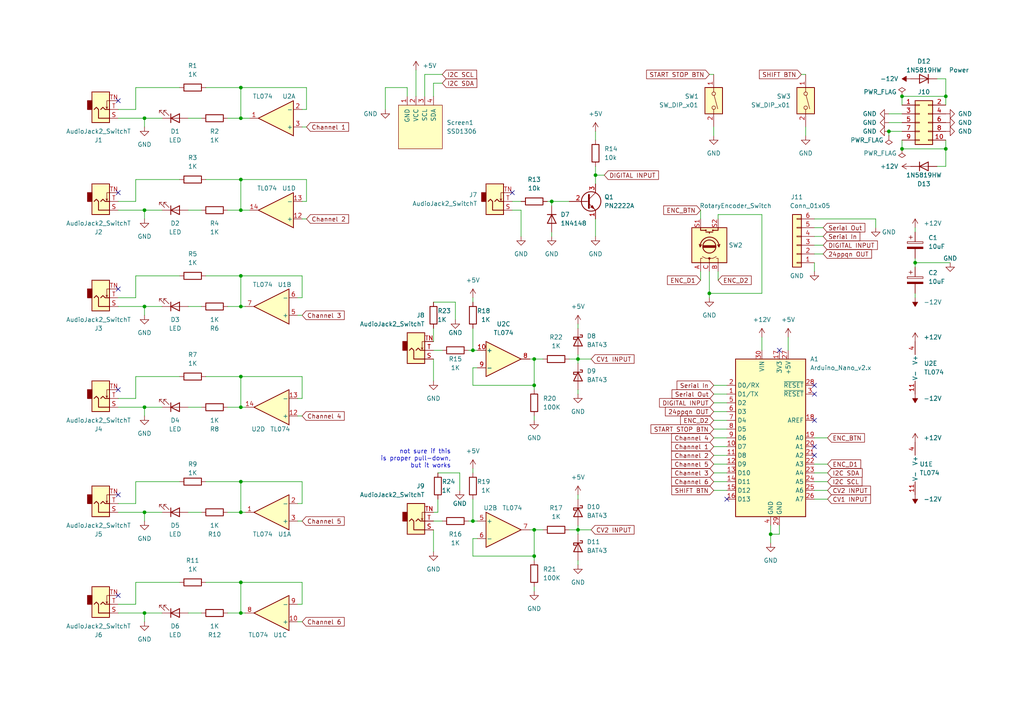
<source format=kicad_sch>
(kicad_sch (version 20211123) (generator eeschema)

  (uuid 939d1fca-3f2c-4183-926a-9b89a029d9a7)

  (paper "A4")

  (title_block
    (title "Gravity")
    (rev "3")
    (company "Sitka Instruments")
  )

  

  (junction (at 69.85 168.91) (diameter 0) (color 0 0 0 0)
    (uuid 01bbb586-ef8d-4ddf-8c80-74340115f8c2)
  )
  (junction (at 172.72 50.8) (diameter 0) (color 0 0 0 0)
    (uuid 0fe7b52a-5ab0-49af-9df5-605727fd9629)
  )
  (junction (at 69.85 177.8) (diameter 0) (color 0 0 0 0)
    (uuid 1aacebef-7166-44ac-ba9d-f4319bb8c2a1)
  )
  (junction (at 69.85 52.07) (diameter 0) (color 0 0 0 0)
    (uuid 1adea9cc-1a6f-43d0-a0c7-f15f9d142402)
  )
  (junction (at 167.64 104.14) (diameter 0) (color 0 0 0 0)
    (uuid 20ecb220-e95f-4871-989a-3aa80d4eef17)
  )
  (junction (at 69.85 109.22) (diameter 0) (color 0 0 0 0)
    (uuid 2d704435-2b61-45b7-b201-2bf6d837c7d3)
  )
  (junction (at 154.94 104.14) (diameter 0) (color 0 0 0 0)
    (uuid 2df7e01f-7c6c-4312-9ff7-ac020e968ee9)
  )
  (junction (at 41.91 34.29) (diameter 0) (color 0 0 0 0)
    (uuid 2f1a07b6-ad76-4a06-853c-dab3ee2850f6)
  )
  (junction (at 160.02 58.42) (diameter 0) (color 0 0 0 0)
    (uuid 3ec454cb-d195-43e0-940e-5dcf3cd11230)
  )
  (junction (at 41.91 148.59) (diameter 0) (color 0 0 0 0)
    (uuid 4c3b6af8-76f0-45ef-8c3f-9df4284c0206)
  )
  (junction (at 154.94 161.29) (diameter 0) (color 0 0 0 0)
    (uuid 4ef302ba-3fb8-473b-9960-3d952a8700dc)
  )
  (junction (at 69.85 118.11) (diameter 0) (color 0 0 0 0)
    (uuid 4fad6dae-d502-4839-af03-741c666aa89e)
  )
  (junction (at 137.16 151.13) (diameter 0) (color 0 0 0 0)
    (uuid 65dfde2f-bec6-446d-be6a-c5bad6fe7084)
  )
  (junction (at 41.91 118.11) (diameter 0) (color 0 0 0 0)
    (uuid 6f8c3b1c-3a38-4d86-9bc2-ad6939358a54)
  )
  (junction (at 69.85 80.01) (diameter 0) (color 0 0 0 0)
    (uuid 7247c85d-9109-4f74-a5f8-073a13ad9b00)
  )
  (junction (at 41.91 177.8) (diameter 0) (color 0 0 0 0)
    (uuid 7831fb5e-123a-46df-a455-7a9508dbe5ab)
  )
  (junction (at 69.85 139.7) (diameter 0) (color 0 0 0 0)
    (uuid 7ce994f6-9837-42f6-8f0e-a33b87846a85)
  )
  (junction (at 257.81 38.1) (diameter 0) (color 0 0 0 0)
    (uuid 80a0f295-48e1-4569-8d26-3102546e0255)
  )
  (junction (at 274.32 27.94) (diameter 0) (color 0 0 0 0)
    (uuid 80b03588-aa23-476a-9d12-a060ede2aafe)
  )
  (junction (at 69.85 60.96) (diameter 0) (color 0 0 0 0)
    (uuid 87e1f6f2-4291-4a56-a6c6-5e0e8fe5a1fb)
  )
  (junction (at 69.85 25.4) (diameter 0) (color 0 0 0 0)
    (uuid 9e2c980a-19bd-4dcd-85f5-d80d62e3f8cf)
  )
  (junction (at 41.91 60.96) (diameter 0) (color 0 0 0 0)
    (uuid a5a39816-f1ee-4ab9-8314-e277f66dbe27)
  )
  (junction (at 223.52 154.94) (diameter 0) (color 0 0 0 0)
    (uuid ace1d0a5-8f41-47b3-84a2-d13fc43afe5d)
  )
  (junction (at 69.85 34.29) (diameter 0) (color 0 0 0 0)
    (uuid b23f1ea8-6677-4ea6-a94b-85b8eb53b8d8)
  )
  (junction (at 69.85 88.9) (diameter 0) (color 0 0 0 0)
    (uuid b902f786-0e2c-4183-b096-7f344f5749b2)
  )
  (junction (at 261.62 27.94) (diameter 0) (color 0 0 0 0)
    (uuid b919c27a-f637-48d6-8184-7ceb19a616c3)
  )
  (junction (at 274.32 43.18) (diameter 0) (color 0 0 0 0)
    (uuid bdb4e82f-deca-4494-9511-3af4e2c5e381)
  )
  (junction (at 137.16 101.6) (diameter 0) (color 0 0 0 0)
    (uuid cd01be16-25f8-409f-95b1-b355a2382b57)
  )
  (junction (at 69.85 148.59) (diameter 0) (color 0 0 0 0)
    (uuid d046d289-4c5a-4d32-950f-33f865de2574)
  )
  (junction (at 261.62 43.18) (diameter 0) (color 0 0 0 0)
    (uuid d3b1a6e1-ba88-4969-a859-28bf08cd9cc9)
  )
  (junction (at 154.94 153.67) (diameter 0) (color 0 0 0 0)
    (uuid d56a31ed-ec5a-4724-b044-fd56627a92e8)
  )
  (junction (at 41.91 88.9) (diameter 0) (color 0 0 0 0)
    (uuid dca585e3-e89d-40ba-8154-042e0bc6a9a6)
  )
  (junction (at 265.43 76.2) (diameter 0) (color 0 0 0 0)
    (uuid e8605e95-0637-41f0-a19c-e385856bb70d)
  )
  (junction (at 154.94 111.76) (diameter 0) (color 0 0 0 0)
    (uuid ec6161ff-f736-4426-a4cf-6258043462ab)
  )
  (junction (at 167.64 153.67) (diameter 0) (color 0 0 0 0)
    (uuid f2a0cb2a-8c72-467c-9ca7-c53da25df665)
  )
  (junction (at 205.74 85.09) (diameter 0) (color 0 0 0 0)
    (uuid fd1e9dbf-7bbb-42f0-a50d-c2c89c626c2d)
  )

  (no_connect (at 34.29 113.03) (uuid 0d5627fb-5697-4efc-a260-d96ecb9f93c3))
  (no_connect (at 148.59 55.88) (uuid 2654b987-4591-469d-89c7-45b83f14b521))
  (no_connect (at 236.22 111.76) (uuid 27dea4c6-c043-451d-b6c6-fc3d416a6f51))
  (no_connect (at 34.29 172.72) (uuid 3b8ad362-c359-4165-91ec-aadffcf3d978))
  (no_connect (at 236.22 114.3) (uuid 4dea39fc-bb12-4db7-8438-3469730bc7e8))
  (no_connect (at 210.82 144.78) (uuid 5be04ac6-43c5-4261-953a-dd12f2531b6f))
  (no_connect (at 236.22 121.92) (uuid 609e719e-33ca-4634-b65e-d90f2c75c119))
  (no_connect (at 34.29 143.51) (uuid 7a2da178-df57-453c-8a4a-28fcdc2f3c50))
  (no_connect (at 34.29 83.82) (uuid 8484e074-dbbf-4a1a-831d-0024b24e16ee))
  (no_connect (at 236.22 132.08) (uuid 89eab1dc-771e-440a-a558-42d123c04925))
  (no_connect (at 34.29 55.88) (uuid 8c00c48a-3885-4e94-a56e-75fdd48c8ac2))
  (no_connect (at 226.06 101.6) (uuid bab23eb2-2de9-4101-8518-b1550e4ed0ff))
  (no_connect (at 236.22 129.54) (uuid bc5d432a-9a40-4a38-8a20-d7136d6a72cd))
  (no_connect (at 34.29 29.21) (uuid caea21cf-ff3a-459d-ae29-45e99bc93b79))

  (wire (pts (xy 220.98 62.23) (xy 220.98 85.09))
    (stroke (width 0) (type default) (color 0 0 0 0))
    (uuid 00888669-526f-4afc-bbd6-43e3940c23c9)
  )
  (wire (pts (xy 123.19 21.59) (xy 123.19 27.94))
    (stroke (width 0) (type default) (color 0 0 0 0))
    (uuid 02f7a7c9-330b-4799-8e3c-3005ca5a2490)
  )
  (wire (pts (xy 207.01 114.3) (xy 210.82 114.3))
    (stroke (width 0) (type default) (color 0 0 0 0))
    (uuid 04548b77-d823-4c1b-9c27-c6ce43c98aa3)
  )
  (wire (pts (xy 207.01 124.46) (xy 210.82 124.46))
    (stroke (width 0) (type default) (color 0 0 0 0))
    (uuid 05b9f1d0-5ff4-4d57-8802-0d2c4eb21316)
  )
  (wire (pts (xy 158.75 58.42) (xy 160.02 58.42))
    (stroke (width 0) (type default) (color 0 0 0 0))
    (uuid 068165ec-6c11-4c02-8e0b-ccfe566a7650)
  )
  (wire (pts (xy 86.36 151.13) (xy 87.63 151.13))
    (stroke (width 0) (type default) (color 0 0 0 0))
    (uuid 0875d199-3a61-4f17-843a-f75a66a4050e)
  )
  (wire (pts (xy 254 66.04) (xy 254 63.5))
    (stroke (width 0) (type default) (color 0 0 0 0))
    (uuid 090f674a-39dc-4d32-abfc-009b9b3755f5)
  )
  (wire (pts (xy 39.37 58.42) (xy 39.37 52.07))
    (stroke (width 0) (type default) (color 0 0 0 0))
    (uuid 0a2211b4-91f5-4459-8d97-5e8e188af34c)
  )
  (wire (pts (xy 167.64 93.98) (xy 167.64 95.25))
    (stroke (width 0) (type default) (color 0 0 0 0))
    (uuid 0b45849a-34c3-4799-bb24-89e0ee4d5d11)
  )
  (wire (pts (xy 153.67 104.14) (xy 154.94 104.14))
    (stroke (width 0) (type default) (color 0 0 0 0))
    (uuid 0cd5af5c-78df-4bca-b70f-bd8e8f13e667)
  )
  (wire (pts (xy 207.01 111.76) (xy 210.82 111.76))
    (stroke (width 0) (type default) (color 0 0 0 0))
    (uuid 0e1ac309-c3ad-4ab1-a03b-2dd118f6d87a)
  )
  (wire (pts (xy 172.72 50.8) (xy 172.72 53.34))
    (stroke (width 0) (type default) (color 0 0 0 0))
    (uuid 0e6c4c43-1c36-439e-a778-2631ebda15e9)
  )
  (wire (pts (xy 54.61 148.59) (xy 58.42 148.59))
    (stroke (width 0) (type default) (color 0 0 0 0))
    (uuid 0ea24428-0de9-41d4-b673-d16d645ec740)
  )
  (wire (pts (xy 127 144.78) (xy 127 148.59))
    (stroke (width 0) (type default) (color 0 0 0 0))
    (uuid 0f9b2d4c-7ebb-4d08-9e09-9e4d01860e9b)
  )
  (wire (pts (xy 148.59 58.42) (xy 151.13 58.42))
    (stroke (width 0) (type default) (color 0 0 0 0))
    (uuid 0fde4400-cc90-4e37-aff0-a829c3566030)
  )
  (wire (pts (xy 265.43 74.93) (xy 265.43 76.2))
    (stroke (width 0) (type default) (color 0 0 0 0))
    (uuid 10048850-4277-4da4-9149-45e2a0417c49)
  )
  (wire (pts (xy 167.64 153.67) (xy 167.64 154.94))
    (stroke (width 0) (type default) (color 0 0 0 0))
    (uuid 10722ce5-f8a5-4eca-b191-f5ea1254bb30)
  )
  (wire (pts (xy 208.28 62.23) (xy 220.98 62.23))
    (stroke (width 0) (type default) (color 0 0 0 0))
    (uuid 12553f91-cba2-4ab1-b10c-9a2c101efbcb)
  )
  (wire (pts (xy 238.76 68.58) (xy 236.22 68.58))
    (stroke (width 0) (type default) (color 0 0 0 0))
    (uuid 15573316-7046-4cb3-be84-b290b3262405)
  )
  (wire (pts (xy 34.29 34.29) (xy 41.91 34.29))
    (stroke (width 0) (type default) (color 0 0 0 0))
    (uuid 1696b3ef-3157-4d71-9b48-209593675872)
  )
  (wire (pts (xy 223.52 154.94) (xy 226.06 154.94))
    (stroke (width 0) (type default) (color 0 0 0 0))
    (uuid 16c74f4f-26d2-4480-a255-55053d75fe30)
  )
  (wire (pts (xy 41.91 34.29) (xy 46.99 34.29))
    (stroke (width 0) (type default) (color 0 0 0 0))
    (uuid 18993a8a-ca5d-407f-848b-defb203a9189)
  )
  (wire (pts (xy 172.72 63.5) (xy 172.72 68.58))
    (stroke (width 0) (type default) (color 0 0 0 0))
    (uuid 18ae432e-29c1-4f82-b5de-08351e122d6b)
  )
  (wire (pts (xy 34.29 88.9) (xy 41.91 88.9))
    (stroke (width 0) (type default) (color 0 0 0 0))
    (uuid 1ab20642-1f70-4b02-85c3-d07b70dfa09f)
  )
  (wire (pts (xy 157.48 153.67) (xy 154.94 153.67))
    (stroke (width 0) (type default) (color 0 0 0 0))
    (uuid 1b09d72d-a60a-404a-8eff-af5928779ca3)
  )
  (wire (pts (xy 274.32 48.26) (xy 274.32 43.18))
    (stroke (width 0) (type default) (color 0 0 0 0))
    (uuid 1f9896e6-b5ae-4280-b574-867cc1543442)
  )
  (wire (pts (xy 137.16 106.68) (xy 138.43 106.68))
    (stroke (width 0) (type default) (color 0 0 0 0))
    (uuid 218936c9-fd88-46f3-812f-021cc4e7e95d)
  )
  (wire (pts (xy 87.63 115.57) (xy 87.63 109.22))
    (stroke (width 0) (type default) (color 0 0 0 0))
    (uuid 22b67607-fd33-40bf-9953-aaeb2cc3bff3)
  )
  (wire (pts (xy 69.85 52.07) (xy 69.85 60.96))
    (stroke (width 0) (type default) (color 0 0 0 0))
    (uuid 22ec07c6-1814-4bcc-81fe-8b2a319721d4)
  )
  (wire (pts (xy 125.73 104.14) (xy 125.73 110.49))
    (stroke (width 0) (type default) (color 0 0 0 0))
    (uuid 232f38ec-21ea-4a47-91ea-c85a04889396)
  )
  (wire (pts (xy 203.2 63.5) (xy 203.2 60.96))
    (stroke (width 0) (type default) (color 0 0 0 0))
    (uuid 23cdf0c9-4c44-4333-ad84-40cf9337ba38)
  )
  (wire (pts (xy 207.01 119.38) (xy 210.82 119.38))
    (stroke (width 0) (type default) (color 0 0 0 0))
    (uuid 23dac4f0-812d-4677-88fa-5bdcd3979384)
  )
  (wire (pts (xy 39.37 146.05) (xy 39.37 139.7))
    (stroke (width 0) (type default) (color 0 0 0 0))
    (uuid 2450b13d-1b2c-42e2-9f3c-022c8d283799)
  )
  (wire (pts (xy 118.11 25.4) (xy 118.11 27.94))
    (stroke (width 0) (type default) (color 0 0 0 0))
    (uuid 24898c03-0432-4355-9022-1dd4a494db3b)
  )
  (wire (pts (xy 39.37 175.26) (xy 39.37 168.91))
    (stroke (width 0) (type default) (color 0 0 0 0))
    (uuid 24a77f75-c600-45cb-bf5f-afea87ea647c)
  )
  (wire (pts (xy 128.27 21.59) (xy 123.19 21.59))
    (stroke (width 0) (type default) (color 0 0 0 0))
    (uuid 2687bf03-ffc2-4d48-aa6f-1aef93caa657)
  )
  (wire (pts (xy 167.64 104.14) (xy 167.64 105.41))
    (stroke (width 0) (type default) (color 0 0 0 0))
    (uuid 2708cad2-c1d4-431c-a491-069abb353cb1)
  )
  (wire (pts (xy 54.61 118.11) (xy 58.42 118.11))
    (stroke (width 0) (type default) (color 0 0 0 0))
    (uuid 275de223-e55c-4595-954a-6b567572e319)
  )
  (wire (pts (xy 39.37 168.91) (xy 52.07 168.91))
    (stroke (width 0) (type default) (color 0 0 0 0))
    (uuid 282549b8-debb-4192-8eb7-5e1fc199c3b2)
  )
  (wire (pts (xy 203.2 81.28) (xy 203.2 78.74))
    (stroke (width 0) (type default) (color 0 0 0 0))
    (uuid 292448f2-9878-48b7-bdaa-bba1bdc524e1)
  )
  (wire (pts (xy 154.94 113.03) (xy 154.94 111.76))
    (stroke (width 0) (type default) (color 0 0 0 0))
    (uuid 29f12c71-1e39-46c9-8468-57b050e8c4e3)
  )
  (wire (pts (xy 265.43 76.2) (xy 265.43 77.47))
    (stroke (width 0) (type default) (color 0 0 0 0))
    (uuid 2bf77205-7bd4-4b19-92a5-403df8997ca4)
  )
  (wire (pts (xy 41.91 60.96) (xy 41.91 63.5))
    (stroke (width 0) (type default) (color 0 0 0 0))
    (uuid 2d2c567f-990e-43de-a45e-07dcf3d574df)
  )
  (wire (pts (xy 86.36 120.65) (xy 87.63 120.65))
    (stroke (width 0) (type default) (color 0 0 0 0))
    (uuid 303bccf3-2d61-4c16-987a-64577855d3bb)
  )
  (wire (pts (xy 39.37 31.75) (xy 39.37 25.4))
    (stroke (width 0) (type default) (color 0 0 0 0))
    (uuid 325ad235-d39c-4894-9060-669ec65da8cf)
  )
  (wire (pts (xy 172.72 38.1) (xy 172.72 40.64))
    (stroke (width 0) (type default) (color 0 0 0 0))
    (uuid 335e260c-544e-4446-b9b4-df9e8330f67c)
  )
  (wire (pts (xy 228.6 97.79) (xy 228.6 101.6))
    (stroke (width 0) (type default) (color 0 0 0 0))
    (uuid 335feb20-1fb8-4c80-a47e-65aa81fbef83)
  )
  (wire (pts (xy 207.01 137.16) (xy 210.82 137.16))
    (stroke (width 0) (type default) (color 0 0 0 0))
    (uuid 33a36406-7342-4e89-9638-dd13fc9c9e59)
  )
  (wire (pts (xy 69.85 139.7) (xy 87.63 139.7))
    (stroke (width 0) (type default) (color 0 0 0 0))
    (uuid 33d6f89f-8648-43ab-8211-808a5c2a1de9)
  )
  (wire (pts (xy 34.29 146.05) (xy 39.37 146.05))
    (stroke (width 0) (type default) (color 0 0 0 0))
    (uuid 349d1b17-3ca5-4310-8603-bfcac15d9779)
  )
  (wire (pts (xy 34.29 177.8) (xy 41.91 177.8))
    (stroke (width 0) (type default) (color 0 0 0 0))
    (uuid 35a4bcdd-c017-440b-9dad-75ec8aa47970)
  )
  (wire (pts (xy 59.69 25.4) (xy 69.85 25.4))
    (stroke (width 0) (type default) (color 0 0 0 0))
    (uuid 379f1c28-4a76-4353-90b3-8c03b9cc7732)
  )
  (wire (pts (xy 207.01 21.59) (xy 205.74 21.59))
    (stroke (width 0) (type default) (color 0 0 0 0))
    (uuid 38f018c4-6a5e-41fd-be32-9f1782112fb1)
  )
  (wire (pts (xy 125.73 101.6) (xy 128.27 101.6))
    (stroke (width 0) (type default) (color 0 0 0 0))
    (uuid 3b6a8b02-3ae7-4eaa-b590-43c6b96299ee)
  )
  (wire (pts (xy 54.61 34.29) (xy 58.42 34.29))
    (stroke (width 0) (type default) (color 0 0 0 0))
    (uuid 3d377ce1-a2c5-4d14-9f02-94478caf1282)
  )
  (wire (pts (xy 87.63 31.75) (xy 88.9 31.75))
    (stroke (width 0) (type default) (color 0 0 0 0))
    (uuid 3e571a02-03e0-4598-a609-e9c7e7a95ec4)
  )
  (wire (pts (xy 154.94 153.67) (xy 154.94 161.29))
    (stroke (width 0) (type default) (color 0 0 0 0))
    (uuid 41592a34-b5e0-498e-b3d9-5e683e74e400)
  )
  (wire (pts (xy 167.64 104.14) (xy 171.45 104.14))
    (stroke (width 0) (type default) (color 0 0 0 0))
    (uuid 415f6a2a-0819-4a32-a17d-06a0e8a58036)
  )
  (wire (pts (xy 69.85 60.96) (xy 72.39 60.96))
    (stroke (width 0) (type default) (color 0 0 0 0))
    (uuid 418e2033-9beb-4dc9-852d-fdebff37f6e4)
  )
  (wire (pts (xy 265.43 66.04) (xy 265.43 67.31))
    (stroke (width 0) (type default) (color 0 0 0 0))
    (uuid 4311a415-97b2-43f6-a81d-718e51e1b859)
  )
  (wire (pts (xy 133.35 137.16) (xy 133.35 142.24))
    (stroke (width 0) (type default) (color 0 0 0 0))
    (uuid 4387f603-b8cb-49f8-9cf0-e883ca84f431)
  )
  (wire (pts (xy 125.73 87.63) (xy 132.08 87.63))
    (stroke (width 0) (type default) (color 0 0 0 0))
    (uuid 442c3d44-985a-41cf-a427-d1e2cd1a65ee)
  )
  (wire (pts (xy 137.16 161.29) (xy 154.94 161.29))
    (stroke (width 0) (type default) (color 0 0 0 0))
    (uuid 44fdae99-fabc-42c3-b71e-03120ee479ee)
  )
  (wire (pts (xy 167.64 113.03) (xy 167.64 114.3))
    (stroke (width 0) (type default) (color 0 0 0 0))
    (uuid 459710f6-4d7d-40be-9b04-5e9a368b8c00)
  )
  (wire (pts (xy 208.28 63.5) (xy 208.28 62.23))
    (stroke (width 0) (type default) (color 0 0 0 0))
    (uuid 46b304df-4180-4984-9e5d-83e10dcadff4)
  )
  (wire (pts (xy 137.16 101.6) (xy 138.43 101.6))
    (stroke (width 0) (type default) (color 0 0 0 0))
    (uuid 474a3f9d-2b64-4966-9c5e-ee995dbcc11f)
  )
  (wire (pts (xy 86.36 180.34) (xy 87.63 180.34))
    (stroke (width 0) (type default) (color 0 0 0 0))
    (uuid 4754b732-0a33-494b-90b0-fee8412301df)
  )
  (wire (pts (xy 86.36 91.44) (xy 87.63 91.44))
    (stroke (width 0) (type default) (color 0 0 0 0))
    (uuid 47a4e244-780e-48eb-b41d-1640d66c0fcd)
  )
  (wire (pts (xy 135.89 101.6) (xy 137.16 101.6))
    (stroke (width 0) (type default) (color 0 0 0 0))
    (uuid 47ac72d4-bd27-4447-b979-99a8986e623d)
  )
  (wire (pts (xy 167.64 152.4) (xy 167.64 153.67))
    (stroke (width 0) (type default) (color 0 0 0 0))
    (uuid 47e72c91-7c9f-4a84-84d0-c6e4a5768ed8)
  )
  (wire (pts (xy 233.68 39.37) (xy 233.68 36.83))
    (stroke (width 0) (type default) (color 0 0 0 0))
    (uuid 4818a8d1-75bc-44f4-b9ed-2be325375416)
  )
  (wire (pts (xy 157.48 104.14) (xy 154.94 104.14))
    (stroke (width 0) (type default) (color 0 0 0 0))
    (uuid 49cde530-ddc1-4f14-9b13-8d9a2ca10c3a)
  )
  (wire (pts (xy 137.16 156.21) (xy 137.16 161.29))
    (stroke (width 0) (type default) (color 0 0 0 0))
    (uuid 4b70d7be-d0b4-4935-b09f-3578133ba481)
  )
  (wire (pts (xy 41.91 60.96) (xy 46.99 60.96))
    (stroke (width 0) (type default) (color 0 0 0 0))
    (uuid 4c0b437f-8a01-477d-a6f9-7ec7ce2dc466)
  )
  (wire (pts (xy 238.76 66.04) (xy 236.22 66.04))
    (stroke (width 0) (type default) (color 0 0 0 0))
    (uuid 4d458ee8-d508-40bd-9b92-392330328966)
  )
  (wire (pts (xy 39.37 80.01) (xy 52.07 80.01))
    (stroke (width 0) (type default) (color 0 0 0 0))
    (uuid 4d557d7f-7719-4f80-94ac-5531db91c5c7)
  )
  (wire (pts (xy 226.06 152.4) (xy 226.06 154.94))
    (stroke (width 0) (type default) (color 0 0 0 0))
    (uuid 4d5adbc3-357f-4a75-9468-e5a15ab291e3)
  )
  (wire (pts (xy 87.63 86.36) (xy 87.63 80.01))
    (stroke (width 0) (type default) (color 0 0 0 0))
    (uuid 4e0a158e-f62e-4ad0-b943-3eaefad92067)
  )
  (wire (pts (xy 54.61 60.96) (xy 58.42 60.96))
    (stroke (width 0) (type default) (color 0 0 0 0))
    (uuid 50855149-12eb-4a2e-a48d-3bc78970e17d)
  )
  (wire (pts (xy 86.36 86.36) (xy 87.63 86.36))
    (stroke (width 0) (type default) (color 0 0 0 0))
    (uuid 54f4dac5-21cb-4ccc-b34e-bca1afba31d2)
  )
  (wire (pts (xy 87.63 80.01) (xy 69.85 80.01))
    (stroke (width 0) (type default) (color 0 0 0 0))
    (uuid 55051037-8b31-44b9-8e01-8ae5d0b6424d)
  )
  (wire (pts (xy 34.29 58.42) (xy 39.37 58.42))
    (stroke (width 0) (type default) (color 0 0 0 0))
    (uuid 559ecdd5-7157-4b6e-8365-c80a48a2639c)
  )
  (wire (pts (xy 34.29 86.36) (xy 39.37 86.36))
    (stroke (width 0) (type default) (color 0 0 0 0))
    (uuid 55c0478d-8080-4c1d-8604-65a2d25999fa)
  )
  (wire (pts (xy 167.64 143.51) (xy 167.64 144.78))
    (stroke (width 0) (type default) (color 0 0 0 0))
    (uuid 55f39ab8-c72e-42c1-a690-a397d34d1bc8)
  )
  (wire (pts (xy 120.65 20.32) (xy 120.65 27.94))
    (stroke (width 0) (type default) (color 0 0 0 0))
    (uuid 578b6235-424f-4ef7-a13a-2eb828fdff70)
  )
  (wire (pts (xy 207.01 132.08) (xy 210.82 132.08))
    (stroke (width 0) (type default) (color 0 0 0 0))
    (uuid 5a722d22-4ecd-49dd-bcb0-518e553ae30d)
  )
  (wire (pts (xy 274.32 22.86) (xy 274.32 27.94))
    (stroke (width 0) (type default) (color 0 0 0 0))
    (uuid 5c09703f-6c76-495d-9a58-e2ebc9242342)
  )
  (wire (pts (xy 39.37 109.22) (xy 52.07 109.22))
    (stroke (width 0) (type default) (color 0 0 0 0))
    (uuid 5c400b46-2fcf-4458-9699-ae37dd26bccb)
  )
  (wire (pts (xy 69.85 109.22) (xy 69.85 118.11))
    (stroke (width 0) (type default) (color 0 0 0 0))
    (uuid 5cd6e5fe-4b18-46d6-a3d1-e3ffde24589e)
  )
  (wire (pts (xy 274.32 40.64) (xy 274.32 43.18))
    (stroke (width 0) (type default) (color 0 0 0 0))
    (uuid 5d5ced92-faf8-444e-981f-4e4ff49b98e7)
  )
  (wire (pts (xy 41.91 34.29) (xy 41.91 36.83))
    (stroke (width 0) (type default) (color 0 0 0 0))
    (uuid 5d93f799-90b6-4c25-98c8-cc4dbc3b1bc0)
  )
  (wire (pts (xy 88.9 58.42) (xy 88.9 52.07))
    (stroke (width 0) (type default) (color 0 0 0 0))
    (uuid 5ec7b1d8-8446-4919-a38c-76210caa1873)
  )
  (wire (pts (xy 167.64 162.56) (xy 167.64 163.83))
    (stroke (width 0) (type default) (color 0 0 0 0))
    (uuid 5f035f85-8c2e-4853-b183-6abac5e2be10)
  )
  (wire (pts (xy 132.08 87.63) (xy 132.08 92.71))
    (stroke (width 0) (type default) (color 0 0 0 0))
    (uuid 61b30485-195b-4bad-8840-2b6a72961f80)
  )
  (wire (pts (xy 160.02 67.31) (xy 160.02 68.58))
    (stroke (width 0) (type default) (color 0 0 0 0))
    (uuid 629a7aa1-4019-458a-8b5d-0abf66ce0257)
  )
  (wire (pts (xy 34.29 148.59) (xy 41.91 148.59))
    (stroke (width 0) (type default) (color 0 0 0 0))
    (uuid 65958d22-4303-48dd-9fde-306753b42789)
  )
  (wire (pts (xy 41.91 118.11) (xy 41.91 120.65))
    (stroke (width 0) (type default) (color 0 0 0 0))
    (uuid 662ccf0e-d1d5-4050-8293-3daf044ab08c)
  )
  (wire (pts (xy 257.81 38.1) (xy 261.62 38.1))
    (stroke (width 0) (type default) (color 0 0 0 0))
    (uuid 686830dd-5bd4-421c-97b1-cd04ec112e6f)
  )
  (wire (pts (xy 154.94 121.92) (xy 154.94 120.65))
    (stroke (width 0) (type default) (color 0 0 0 0))
    (uuid 69069406-1963-4170-8560-8104e7e045d7)
  )
  (wire (pts (xy 137.16 95.25) (xy 137.16 101.6))
    (stroke (width 0) (type default) (color 0 0 0 0))
    (uuid 6da6842f-2388-4f5f-9ee2-76bb34632c1b)
  )
  (wire (pts (xy 69.85 25.4) (xy 88.9 25.4))
    (stroke (width 0) (type default) (color 0 0 0 0))
    (uuid 6ef03535-d0d2-4117-ba8a-13b15d291146)
  )
  (wire (pts (xy 41.91 177.8) (xy 46.99 177.8))
    (stroke (width 0) (type default) (color 0 0 0 0))
    (uuid 72a11c15-bc2e-4e4e-b064-0530d656a4f2)
  )
  (wire (pts (xy 125.73 24.13) (xy 125.73 27.94))
    (stroke (width 0) (type default) (color 0 0 0 0))
    (uuid 72d28e7a-0912-41d1-8bf0-5186c787f495)
  )
  (wire (pts (xy 34.29 115.57) (xy 39.37 115.57))
    (stroke (width 0) (type default) (color 0 0 0 0))
    (uuid 7454f9be-a252-4e64-8cb6-659f28a46b4e)
  )
  (wire (pts (xy 165.1 153.67) (xy 167.64 153.67))
    (stroke (width 0) (type default) (color 0 0 0 0))
    (uuid 746457c5-4533-496b-b839-879422eb2f82)
  )
  (wire (pts (xy 86.36 146.05) (xy 87.63 146.05))
    (stroke (width 0) (type default) (color 0 0 0 0))
    (uuid 774fcb45-a172-4233-8e81-6712f4651e80)
  )
  (wire (pts (xy 207.01 121.92) (xy 210.82 121.92))
    (stroke (width 0) (type default) (color 0 0 0 0))
    (uuid 78087d34-36cd-40f9-8df6-88f39a8e923c)
  )
  (wire (pts (xy 87.63 175.26) (xy 87.63 168.91))
    (stroke (width 0) (type default) (color 0 0 0 0))
    (uuid 78e786de-043d-4f36-a95b-827ecfd3a860)
  )
  (wire (pts (xy 151.13 60.96) (xy 151.13 68.58))
    (stroke (width 0) (type default) (color 0 0 0 0))
    (uuid 7bd72df4-68a1-4663-8001-035714ea1d46)
  )
  (wire (pts (xy 137.16 106.68) (xy 137.16 111.76))
    (stroke (width 0) (type default) (color 0 0 0 0))
    (uuid 7d009995-14e6-4e3a-a6bf-75ca9be73436)
  )
  (wire (pts (xy 236.22 134.62) (xy 240.03 134.62))
    (stroke (width 0) (type default) (color 0 0 0 0))
    (uuid 7dd53853-47b4-4ad4-b60a-12406caceae9)
  )
  (wire (pts (xy 87.63 58.42) (xy 88.9 58.42))
    (stroke (width 0) (type default) (color 0 0 0 0))
    (uuid 7eb86270-8e46-4c86-aca0-01cd356252d4)
  )
  (wire (pts (xy 34.29 31.75) (xy 39.37 31.75))
    (stroke (width 0) (type default) (color 0 0 0 0))
    (uuid 7f1a47e9-e606-4559-b3a6-98d8056eafbb)
  )
  (wire (pts (xy 69.85 52.07) (xy 88.9 52.07))
    (stroke (width 0) (type default) (color 0 0 0 0))
    (uuid 8087cf9e-a59e-49ee-959e-1547ad310f68)
  )
  (wire (pts (xy 205.74 78.74) (xy 205.74 85.09))
    (stroke (width 0) (type default) (color 0 0 0 0))
    (uuid 8209c98c-ad4a-4de7-8d4d-31929f244f93)
  )
  (wire (pts (xy 125.73 95.25) (xy 125.73 99.06))
    (stroke (width 0) (type default) (color 0 0 0 0))
    (uuid 82f14908-4c3c-4b1e-a311-74c33cecc46b)
  )
  (wire (pts (xy 111.76 31.75) (xy 111.76 25.4))
    (stroke (width 0) (type default) (color 0 0 0 0))
    (uuid 84628db2-78f4-455d-935c-669b74635348)
  )
  (wire (pts (xy 69.85 118.11) (xy 66.04 118.11))
    (stroke (width 0) (type default) (color 0 0 0 0))
    (uuid 84cd1643-db67-46fc-bdb3-0f8472565395)
  )
  (wire (pts (xy 207.01 127) (xy 210.82 127))
    (stroke (width 0) (type default) (color 0 0 0 0))
    (uuid 8676e459-7c2d-4c62-b756-5dbad9971ef4)
  )
  (wire (pts (xy 86.36 175.26) (xy 87.63 175.26))
    (stroke (width 0) (type default) (color 0 0 0 0))
    (uuid 895a16fe-6a85-40c1-a068-c6c5069be327)
  )
  (wire (pts (xy 172.72 50.8) (xy 175.26 50.8))
    (stroke (width 0) (type default) (color 0 0 0 0))
    (uuid 8a527247-4e86-49ac-96b2-0b9ba94da524)
  )
  (wire (pts (xy 66.04 60.96) (xy 69.85 60.96))
    (stroke (width 0) (type default) (color 0 0 0 0))
    (uuid 8bd5fd7f-cf6e-425c-b9d6-3c826368fb4d)
  )
  (wire (pts (xy 154.94 104.14) (xy 154.94 111.76))
    (stroke (width 0) (type default) (color 0 0 0 0))
    (uuid 8db87abd-78a8-4707-b998-35d91c31dc52)
  )
  (wire (pts (xy 125.73 148.59) (xy 127 148.59))
    (stroke (width 0) (type default) (color 0 0 0 0))
    (uuid 91d35dc0-b91a-4231-a2a4-e58d0e7f4232)
  )
  (wire (pts (xy 86.36 115.57) (xy 87.63 115.57))
    (stroke (width 0) (type default) (color 0 0 0 0))
    (uuid 92ae353c-97f4-4c4d-9398-e91db030f4a8)
  )
  (wire (pts (xy 137.16 86.36) (xy 137.16 87.63))
    (stroke (width 0) (type default) (color 0 0 0 0))
    (uuid 92dcd119-522b-416d-afb9-fe804b794444)
  )
  (wire (pts (xy 41.91 148.59) (xy 41.91 151.13))
    (stroke (width 0) (type default) (color 0 0 0 0))
    (uuid 9411389b-89e4-4fd9-b197-1fd897880c74)
  )
  (wire (pts (xy 160.02 58.42) (xy 160.02 59.69))
    (stroke (width 0) (type default) (color 0 0 0 0))
    (uuid 97d4dc22-cea2-4f31-ab47-48954521c9ea)
  )
  (wire (pts (xy 207.01 39.37) (xy 207.01 36.83))
    (stroke (width 0) (type default) (color 0 0 0 0))
    (uuid 982c0a71-fbd6-4ace-8adb-04279f3ab267)
  )
  (wire (pts (xy 236.22 139.7) (xy 240.03 139.7))
    (stroke (width 0) (type default) (color 0 0 0 0))
    (uuid 998fda77-4469-4506-86ca-bb382e8ee04b)
  )
  (wire (pts (xy 41.91 148.59) (xy 46.99 148.59))
    (stroke (width 0) (type default) (color 0 0 0 0))
    (uuid 9b42f2d5-ac7c-41cd-8133-c33ded91e5a9)
  )
  (wire (pts (xy 69.85 109.22) (xy 87.63 109.22))
    (stroke (width 0) (type default) (color 0 0 0 0))
    (uuid 9e5805ba-ef35-49a1-8625-91fc1a2d8c02)
  )
  (wire (pts (xy 137.16 135.89) (xy 137.16 137.16))
    (stroke (width 0) (type default) (color 0 0 0 0))
    (uuid 9ec202d2-54e7-4767-8d5f-5508e7b44543)
  )
  (wire (pts (xy 207.01 134.62) (xy 210.82 134.62))
    (stroke (width 0) (type default) (color 0 0 0 0))
    (uuid a11b243c-b8ac-4b51-920a-c19dc41aec03)
  )
  (wire (pts (xy 261.62 30.48) (xy 261.62 27.94))
    (stroke (width 0) (type default) (color 0 0 0 0))
    (uuid a32d7af7-caa5-4fcd-b940-60312a23b93a)
  )
  (wire (pts (xy 69.85 88.9) (xy 71.12 88.9))
    (stroke (width 0) (type default) (color 0 0 0 0))
    (uuid a384fadc-a10d-479f-94d2-2a5b2d1d7039)
  )
  (wire (pts (xy 271.78 48.26) (xy 274.32 48.26))
    (stroke (width 0) (type default) (color 0 0 0 0))
    (uuid a3ae5fe0-aa32-4413-85be-83d64b712b8c)
  )
  (wire (pts (xy 148.59 60.96) (xy 151.13 60.96))
    (stroke (width 0) (type default) (color 0 0 0 0))
    (uuid a419472a-c519-42af-a7a7-8d55731ad33e)
  )
  (wire (pts (xy 207.01 116.84) (xy 210.82 116.84))
    (stroke (width 0) (type default) (color 0 0 0 0))
    (uuid a437b42a-de25-44ea-bd82-78ea4050bd94)
  )
  (wire (pts (xy 233.68 21.59) (xy 232.41 21.59))
    (stroke (width 0) (type default) (color 0 0 0 0))
    (uuid a49154d7-98cd-42dc-b035-8363e6ed42ef)
  )
  (wire (pts (xy 208.28 81.28) (xy 208.28 78.74))
    (stroke (width 0) (type default) (color 0 0 0 0))
    (uuid a4f3d41a-af65-423d-b75c-3a4dfb401018)
  )
  (wire (pts (xy 69.85 168.91) (xy 87.63 168.91))
    (stroke (width 0) (type default) (color 0 0 0 0))
    (uuid a570fd45-915c-413d-8511-67112ddbfb1b)
  )
  (wire (pts (xy 39.37 25.4) (xy 52.07 25.4))
    (stroke (width 0) (type default) (color 0 0 0 0))
    (uuid a60d0abd-cac5-40ce-8146-e36e1abaeddf)
  )
  (wire (pts (xy 125.73 151.13) (xy 128.27 151.13))
    (stroke (width 0) (type default) (color 0 0 0 0))
    (uuid a6821adb-6787-40f0-882c-45474cd6d035)
  )
  (wire (pts (xy 39.37 115.57) (xy 39.37 109.22))
    (stroke (width 0) (type default) (color 0 0 0 0))
    (uuid a6f31cf3-8dc0-4e1e-a3a6-c76df8c6e2cb)
  )
  (wire (pts (xy 34.29 60.96) (xy 41.91 60.96))
    (stroke (width 0) (type default) (color 0 0 0 0))
    (uuid a80042cf-f0d4-4045-bfe4-04f7525272ec)
  )
  (wire (pts (xy 69.85 148.59) (xy 66.04 148.59))
    (stroke (width 0) (type default) (color 0 0 0 0))
    (uuid a8514681-196b-44d0-b279-cbd6f9496f12)
  )
  (wire (pts (xy 205.74 86.36) (xy 205.74 85.09))
    (stroke (width 0) (type default) (color 0 0 0 0))
    (uuid a88aa39c-ab01-48f4-b52c-72379da3c07b)
  )
  (wire (pts (xy 54.61 88.9) (xy 58.42 88.9))
    (stroke (width 0) (type default) (color 0 0 0 0))
    (uuid ab21b72a-c65b-436b-a024-420f0e1bd5fb)
  )
  (wire (pts (xy 205.74 85.09) (xy 220.98 85.09))
    (stroke (width 0) (type default) (color 0 0 0 0))
    (uuid ab393c6b-5fda-4897-ae5b-77fc0d49af67)
  )
  (wire (pts (xy 41.91 88.9) (xy 46.99 88.9))
    (stroke (width 0) (type default) (color 0 0 0 0))
    (uuid ac927798-764a-470d-8e32-ab188c3be9d9)
  )
  (wire (pts (xy 236.22 71.12) (xy 238.76 71.12))
    (stroke (width 0) (type default) (color 0 0 0 0))
    (uuid ac977693-55e6-4f2b-9336-0acabaf5e6cc)
  )
  (wire (pts (xy 160.02 58.42) (xy 165.1 58.42))
    (stroke (width 0) (type default) (color 0 0 0 0))
    (uuid acb04d4a-6e28-4197-b96d-cca961b9a352)
  )
  (wire (pts (xy 261.62 40.64) (xy 261.62 43.18))
    (stroke (width 0) (type default) (color 0 0 0 0))
    (uuid ad83ea93-a261-44af-9ce9-44f34c926f1f)
  )
  (wire (pts (xy 165.1 104.14) (xy 167.64 104.14))
    (stroke (width 0) (type default) (color 0 0 0 0))
    (uuid b02b8fe2-ffcf-4399-8d32-f085295ae9be)
  )
  (wire (pts (xy 87.63 63.5) (xy 88.9 63.5))
    (stroke (width 0) (type default) (color 0 0 0 0))
    (uuid b056618b-9337-4ecc-bce8-dc5869882bd7)
  )
  (wire (pts (xy 69.85 34.29) (xy 66.04 34.29))
    (stroke (width 0) (type default) (color 0 0 0 0))
    (uuid b3ffacae-4877-4f3c-b330-37753bcfeef2)
  )
  (wire (pts (xy 257.81 38.1) (xy 257.81 39.37))
    (stroke (width 0) (type default) (color 0 0 0 0))
    (uuid b45d2437-4231-4393-9853-61e2810e8eef)
  )
  (wire (pts (xy 59.69 52.07) (xy 69.85 52.07))
    (stroke (width 0) (type default) (color 0 0 0 0))
    (uuid b55c7749-7442-4e0e-81bc-0a478cb0ac8a)
  )
  (wire (pts (xy 69.85 118.11) (xy 71.12 118.11))
    (stroke (width 0) (type default) (color 0 0 0 0))
    (uuid b70b6063-f12f-423b-9971-1db44e53b1b6)
  )
  (wire (pts (xy 41.91 118.11) (xy 46.99 118.11))
    (stroke (width 0) (type default) (color 0 0 0 0))
    (uuid b7ba5590-bcbc-4d3a-bb2b-67ef3ff01bf9)
  )
  (wire (pts (xy 167.64 102.87) (xy 167.64 104.14))
    (stroke (width 0) (type default) (color 0 0 0 0))
    (uuid b8b96b86-9f26-4791-8fab-c0012a9204d0)
  )
  (wire (pts (xy 172.72 48.26) (xy 172.72 50.8))
    (stroke (width 0) (type default) (color 0 0 0 0))
    (uuid b913c3b8-7e72-4c0b-bda2-34fe7b55ab25)
  )
  (wire (pts (xy 236.22 137.16) (xy 240.03 137.16))
    (stroke (width 0) (type default) (color 0 0 0 0))
    (uuid baf9089a-117f-477e-b388-59d85cc068a1)
  )
  (wire (pts (xy 69.85 25.4) (xy 69.85 34.29))
    (stroke (width 0) (type default) (color 0 0 0 0))
    (uuid bd0ecbaa-0107-4713-afad-9631d70470c9)
  )
  (wire (pts (xy 257.81 35.56) (xy 261.62 35.56))
    (stroke (width 0) (type default) (color 0 0 0 0))
    (uuid be717b8a-a24e-4b1a-8c07-d2cb4a8b44a0)
  )
  (wire (pts (xy 59.69 139.7) (xy 69.85 139.7))
    (stroke (width 0) (type default) (color 0 0 0 0))
    (uuid be91969f-27d0-4896-bda7-89479ff2c6f0)
  )
  (wire (pts (xy 261.62 27.94) (xy 274.32 27.94))
    (stroke (width 0) (type default) (color 0 0 0 0))
    (uuid bfd39b38-25cc-4208-85be-c343c956d624)
  )
  (wire (pts (xy 41.91 177.8) (xy 41.91 180.34))
    (stroke (width 0) (type default) (color 0 0 0 0))
    (uuid c1344527-bf12-418e-bb93-1ab1cbcbc765)
  )
  (wire (pts (xy 69.85 80.01) (xy 69.85 88.9))
    (stroke (width 0) (type default) (color 0 0 0 0))
    (uuid c3958be8-3003-4b81-a0e5-084b481ac3e8)
  )
  (wire (pts (xy 223.52 152.4) (xy 223.52 154.94))
    (stroke (width 0) (type default) (color 0 0 0 0))
    (uuid c50581b5-4447-4088-bf17-173a09e402d5)
  )
  (wire (pts (xy 69.85 88.9) (xy 66.04 88.9))
    (stroke (width 0) (type default) (color 0 0 0 0))
    (uuid c6adff6e-82e1-42de-a1d3-c2320961301b)
  )
  (wire (pts (xy 154.94 162.56) (xy 154.94 161.29))
    (stroke (width 0) (type default) (color 0 0 0 0))
    (uuid cb58872e-1637-4041-9a9c-462d58f60489)
  )
  (wire (pts (xy 41.91 88.9) (xy 41.91 91.44))
    (stroke (width 0) (type default) (color 0 0 0 0))
    (uuid cd7749a7-ea7a-4254-8d13-3fc0af54ac1a)
  )
  (wire (pts (xy 127 137.16) (xy 133.35 137.16))
    (stroke (width 0) (type default) (color 0 0 0 0))
    (uuid cd876659-807a-444d-a58b-3ab4384818b6)
  )
  (wire (pts (xy 135.89 151.13) (xy 137.16 151.13))
    (stroke (width 0) (type default) (color 0 0 0 0))
    (uuid d0f348b7-a7a5-4cb3-b9f1-72c15c41a42d)
  )
  (wire (pts (xy 207.01 129.54) (xy 210.82 129.54))
    (stroke (width 0) (type default) (color 0 0 0 0))
    (uuid d2ceccc1-95d6-4f25-baa1-52608161f423)
  )
  (wire (pts (xy 54.61 177.8) (xy 58.42 177.8))
    (stroke (width 0) (type default) (color 0 0 0 0))
    (uuid d2ed7317-658a-4865-bf5f-b2b3135a861d)
  )
  (wire (pts (xy 69.85 34.29) (xy 72.39 34.29))
    (stroke (width 0) (type default) (color 0 0 0 0))
    (uuid d337bd41-b84a-4083-8138-b697897be715)
  )
  (wire (pts (xy 236.22 73.66) (xy 238.76 73.66))
    (stroke (width 0) (type default) (color 0 0 0 0))
    (uuid d3b10b90-4fd7-4a10-aadc-d707d0767705)
  )
  (wire (pts (xy 167.64 153.67) (xy 171.45 153.67))
    (stroke (width 0) (type default) (color 0 0 0 0))
    (uuid d7a22843-b5aa-4dcb-9f83-e0b93ec1d932)
  )
  (wire (pts (xy 39.37 52.07) (xy 52.07 52.07))
    (stroke (width 0) (type default) (color 0 0 0 0))
    (uuid d80078b3-94d9-48bf-85f9-0552f3304675)
  )
  (wire (pts (xy 111.76 25.4) (xy 118.11 25.4))
    (stroke (width 0) (type default) (color 0 0 0 0))
    (uuid d8c2b0e0-464d-4f8a-a354-013c2fcd2746)
  )
  (wire (pts (xy 220.98 97.79) (xy 220.98 101.6))
    (stroke (width 0) (type default) (color 0 0 0 0))
    (uuid d9290646-90b7-4fbd-83fc-19591b512599)
  )
  (wire (pts (xy 69.85 148.59) (xy 71.12 148.59))
    (stroke (width 0) (type default) (color 0 0 0 0))
    (uuid d9cdde04-0ad7-43b5-a5d5-b6ac5abb55b8)
  )
  (wire (pts (xy 261.62 43.18) (xy 274.32 43.18))
    (stroke (width 0) (type default) (color 0 0 0 0))
    (uuid da781abc-ee6e-4d62-971b-a28621e7f9c0)
  )
  (wire (pts (xy 137.16 111.76) (xy 154.94 111.76))
    (stroke (width 0) (type default) (color 0 0 0 0))
    (uuid dbc9e6c0-7a33-4ae4-9d9e-73c07879ba5d)
  )
  (wire (pts (xy 34.29 118.11) (xy 41.91 118.11))
    (stroke (width 0) (type default) (color 0 0 0 0))
    (uuid dc0c3e8e-4506-4ec8-9e3d-629192ad61d8)
  )
  (wire (pts (xy 137.16 156.21) (xy 138.43 156.21))
    (stroke (width 0) (type default) (color 0 0 0 0))
    (uuid de7a47fe-f0fc-4658-90ce-abe74da404a1)
  )
  (wire (pts (xy 236.22 142.24) (xy 240.03 142.24))
    (stroke (width 0) (type default) (color 0 0 0 0))
    (uuid de7fdbfa-a282-4f9d-a244-075c3a0e9b98)
  )
  (wire (pts (xy 59.69 109.22) (xy 69.85 109.22))
    (stroke (width 0) (type default) (color 0 0 0 0))
    (uuid df7516ee-ff61-4db9-89ba-5c412ec89d3d)
  )
  (wire (pts (xy 236.22 78.74) (xy 236.22 76.2))
    (stroke (width 0) (type default) (color 0 0 0 0))
    (uuid e02effa1-3de0-4ede-a8d0-c732a20fc74f)
  )
  (wire (pts (xy 236.22 127) (xy 240.03 127))
    (stroke (width 0) (type default) (color 0 0 0 0))
    (uuid e10d78c8-bc65-4a97-b811-fa8e485f78af)
  )
  (wire (pts (xy 87.63 36.83) (xy 88.9 36.83))
    (stroke (width 0) (type default) (color 0 0 0 0))
    (uuid e2dc13c9-6305-44b9-a070-0e2410dc6ca6)
  )
  (wire (pts (xy 137.16 151.13) (xy 138.43 151.13))
    (stroke (width 0) (type default) (color 0 0 0 0))
    (uuid e3fe9f9b-3930-485d-a0a3-8b2979ae16cb)
  )
  (wire (pts (xy 236.22 144.78) (xy 240.03 144.78))
    (stroke (width 0) (type default) (color 0 0 0 0))
    (uuid e501891d-8877-41ec-9061-b1ed5f555caf)
  )
  (wire (pts (xy 34.29 175.26) (xy 39.37 175.26))
    (stroke (width 0) (type default) (color 0 0 0 0))
    (uuid e5137e87-aafe-4a66-8e8a-00ecf77e5822)
  )
  (wire (pts (xy 271.78 22.86) (xy 274.32 22.86))
    (stroke (width 0) (type default) (color 0 0 0 0))
    (uuid e5cc527c-7c22-4bc4-9478-79f22af81342)
  )
  (wire (pts (xy 69.85 139.7) (xy 69.85 148.59))
    (stroke (width 0) (type default) (color 0 0 0 0))
    (uuid e64ef4a2-9524-4343-aff1-00c177a81ec0)
  )
  (wire (pts (xy 265.43 85.09) (xy 265.43 86.36))
    (stroke (width 0) (type default) (color 0 0 0 0))
    (uuid e6e66dc7-1aee-4cac-811d-1595812a31eb)
  )
  (wire (pts (xy 88.9 31.75) (xy 88.9 25.4))
    (stroke (width 0) (type default) (color 0 0 0 0))
    (uuid e904f6ec-a5c8-4543-b6fd-3f6e319ee11f)
  )
  (wire (pts (xy 275.59 76.2) (xy 265.43 76.2))
    (stroke (width 0) (type default) (color 0 0 0 0))
    (uuid ea5e64c5-de9e-426a-8163-477b4ab6c3af)
  )
  (wire (pts (xy 59.69 168.91) (xy 69.85 168.91))
    (stroke (width 0) (type default) (color 0 0 0 0))
    (uuid eccdcaa1-196e-4da9-93df-22871ab227e4)
  )
  (wire (pts (xy 154.94 171.45) (xy 154.94 170.18))
    (stroke (width 0) (type default) (color 0 0 0 0))
    (uuid edb34f50-21d7-48c4-a591-fa7e1cf3936e)
  )
  (wire (pts (xy 257.81 33.02) (xy 261.62 33.02))
    (stroke (width 0) (type default) (color 0 0 0 0))
    (uuid edbfec5f-792f-4d72-a9b3-c785ca15edc6)
  )
  (wire (pts (xy 153.67 153.67) (xy 154.94 153.67))
    (stroke (width 0) (type default) (color 0 0 0 0))
    (uuid f008b134-e79e-4ed2-96ee-57bfd525332c)
  )
  (wire (pts (xy 69.85 177.8) (xy 71.12 177.8))
    (stroke (width 0) (type default) (color 0 0 0 0))
    (uuid f0ef78ab-0722-4695-a988-a525c6c89c13)
  )
  (wire (pts (xy 128.27 24.13) (xy 125.73 24.13))
    (stroke (width 0) (type default) (color 0 0 0 0))
    (uuid f3cfd946-5506-454f-be6b-f33cc891d633)
  )
  (wire (pts (xy 87.63 146.05) (xy 87.63 139.7))
    (stroke (width 0) (type default) (color 0 0 0 0))
    (uuid f4e61a2c-c030-4ac1-9706-982cd511d7df)
  )
  (wire (pts (xy 207.01 139.7) (xy 210.82 139.7))
    (stroke (width 0) (type default) (color 0 0 0 0))
    (uuid f518df89-b116-40e8-99b0-a8b0297e7e7c)
  )
  (wire (pts (xy 223.52 154.94) (xy 223.52 157.48))
    (stroke (width 0) (type default) (color 0 0 0 0))
    (uuid f5e8264b-9b68-4427-8c75-2842df767dac)
  )
  (wire (pts (xy 137.16 144.78) (xy 137.16 151.13))
    (stroke (width 0) (type default) (color 0 0 0 0))
    (uuid f606dc30-d11c-4363-876e-ff6819b53b93)
  )
  (wire (pts (xy 69.85 168.91) (xy 69.85 177.8))
    (stroke (width 0) (type default) (color 0 0 0 0))
    (uuid f8481e02-da91-4968-a9ed-6f01e186219f)
  )
  (wire (pts (xy 39.37 139.7) (xy 52.07 139.7))
    (stroke (width 0) (type default) (color 0 0 0 0))
    (uuid f864f0c5-c0d1-4877-a6f4-44d2ed9246f9)
  )
  (wire (pts (xy 207.01 142.24) (xy 210.82 142.24))
    (stroke (width 0) (type default) (color 0 0 0 0))
    (uuid f9e900c1-7c4f-48c1-995b-aa77f74963af)
  )
  (wire (pts (xy 125.73 153.67) (xy 125.73 160.02))
    (stroke (width 0) (type default) (color 0 0 0 0))
    (uuid fa59d2e2-3f00-4fa2-a8b3-57c15075ed6d)
  )
  (wire (pts (xy 59.69 80.01) (xy 69.85 80.01))
    (stroke (width 0) (type default) (color 0 0 0 0))
    (uuid fa68e183-14f0-4d54-a1bc-75cd122e6200)
  )
  (wire (pts (xy 39.37 86.36) (xy 39.37 80.01))
    (stroke (width 0) (type default) (color 0 0 0 0))
    (uuid fb2252ba-bbcf-47f2-ac5e-ea286245dbb4)
  )
  (wire (pts (xy 236.22 63.5) (xy 254 63.5))
    (stroke (width 0) (type default) (color 0 0 0 0))
    (uuid fbd877e4-4f40-4cab-9c7e-acd39ba0c4bd)
  )
  (wire (pts (xy 274.32 27.94) (xy 274.32 30.48))
    (stroke (width 0) (type default) (color 0 0 0 0))
    (uuid fed0662f-321b-4469-b503-9027372b80ec)
  )
  (wire (pts (xy 69.85 177.8) (xy 66.04 177.8))
    (stroke (width 0) (type default) (color 0 0 0 0))
    (uuid ffb029d0-1e8f-4995-834b-e49d98738e3f)
  )

  (text "not sure if this\nis proper pull-down,\nbut it works"
    (at 130.81 135.89 180)
    (effects (font (size 1.27 1.27)) (justify right bottom))
    (uuid e7122436-fe9e-4da2-96ca-c973dc234aa0)
  )

  (global_label "START STOP BTN" (shape input) (at 205.74 21.59 180) (fields_autoplaced)
    (effects (font (size 1.27 1.27)) (justify right))
    (uuid 08502c49-a9e0-4374-8676-59a1d6002e4a)
    (property "Intersheet References" "${INTERSHEET_REFS}" (id 0) (at 187.5426 21.5106 0)
      (effects (font (size 1.27 1.27)) (justify right) hide)
    )
  )
  (global_label "CV2 INPUT" (shape input) (at 240.03 142.24 0) (fields_autoplaced)
    (effects (font (size 1.27 1.27)) (justify left))
    (uuid 0f4105ff-19b1-4fc5-8164-b0461096926d)
    (property "Intersheet References" "${INTERSHEET_REFS}" (id 0) (at 252.4821 142.1606 0)
      (effects (font (size 1.27 1.27)) (justify left) hide)
    )
  )
  (global_label "Channel 5" (shape input) (at 207.01 134.62 180) (fields_autoplaced)
    (effects (font (size 1.27 1.27)) (justify right))
    (uuid 16ef7a41-e299-44d8-93af-ef8631727ac5)
    (property "Intersheet References" "${INTERSHEET_REFS}" (id 0) (at 194.7998 134.5406 0)
      (effects (font (size 1.27 1.27)) (justify right) hide)
    )
  )
  (global_label "Channel 1" (shape input) (at 207.01 129.54 180) (fields_autoplaced)
    (effects (font (size 1.27 1.27)) (justify right))
    (uuid 1b3be18b-05f2-43da-8bc8-11dfafd3bd42)
    (property "Intersheet References" "${INTERSHEET_REFS}" (id 0) (at 194.7998 129.6194 0)
      (effects (font (size 1.27 1.27)) (justify right) hide)
    )
  )
  (global_label "Channel 4" (shape input) (at 207.01 127 180) (fields_autoplaced)
    (effects (font (size 1.27 1.27)) (justify right))
    (uuid 1dcf1e91-4789-4465-a501-45f3d715fc38)
    (property "Intersheet References" "${INTERSHEET_REFS}" (id 0) (at 194.7998 126.9206 0)
      (effects (font (size 1.27 1.27)) (justify right) hide)
    )
  )
  (global_label "ENC_BTN" (shape input) (at 240.03 127 0) (fields_autoplaced)
    (effects (font (size 1.27 1.27)) (justify left))
    (uuid 1e2d858b-fa79-4a1e-a4b0-d58ee9543d64)
    (property "Intersheet References" "${INTERSHEET_REFS}" (id 0) (at 250.7283 126.9206 0)
      (effects (font (size 1.27 1.27)) (justify left) hide)
    )
  )
  (global_label "START STOP BTN" (shape input) (at 207.01 124.46 180) (fields_autoplaced)
    (effects (font (size 1.27 1.27)) (justify right))
    (uuid 296bfe79-fc97-45ca-aa06-74f69106e732)
    (property "Intersheet References" "${INTERSHEET_REFS}" (id 0) (at 188.8126 124.3806 0)
      (effects (font (size 1.27 1.27)) (justify right) hide)
    )
  )
  (global_label "DIGITAL INPUT" (shape input) (at 238.76 71.12 0) (fields_autoplaced)
    (effects (font (size 1.27 1.27)) (justify left))
    (uuid 2b773878-cfc5-4d0e-b764-72a3b179111e)
    (property "Intersheet References" "${INTERSHEET_REFS}" (id 0) (at 254.4779 71.1994 0)
      (effects (font (size 1.27 1.27)) (justify left) hide)
    )
  )
  (global_label "Channel 5" (shape input) (at 87.63 151.13 0) (fields_autoplaced)
    (effects (font (size 1.27 1.27)) (justify left))
    (uuid 2bff8a0c-66d5-48e5-bd4a-d9f0495e1d92)
    (property "Intersheet References" "${INTERSHEET_REFS}" (id 0) (at 99.8402 151.0506 0)
      (effects (font (size 1.27 1.27)) (justify left) hide)
    )
  )
  (global_label "ENC_D2" (shape input) (at 208.28 81.28 0) (fields_autoplaced)
    (effects (font (size 1.27 1.27)) (justify left))
    (uuid 2f4a47d1-8652-4e94-9cce-2712cd5b6b84)
    (property "Intersheet References" "${INTERSHEET_REFS}" (id 0) (at 217.8898 81.3594 0)
      (effects (font (size 1.27 1.27)) (justify left) hide)
    )
  )
  (global_label "CV1 INPUT" (shape input) (at 171.45 104.14 0) (fields_autoplaced)
    (effects (font (size 1.27 1.27)) (justify left))
    (uuid 2f5d2e9a-c2b1-4fa4-8989-e4278fd14368)
    (property "Intersheet References" "${INTERSHEET_REFS}" (id 0) (at 183.9021 104.0606 0)
      (effects (font (size 1.27 1.27)) (justify left) hide)
    )
  )
  (global_label "SHIFT BTN" (shape input) (at 232.41 21.59 180) (fields_autoplaced)
    (effects (font (size 1.27 1.27)) (justify right))
    (uuid 3c3b3145-f2b7-4dd3-98a3-57539d177323)
    (property "Intersheet References" "${INTERSHEET_REFS}" (id 0) (at 220.2602 21.5106 0)
      (effects (font (size 1.27 1.27)) (justify right) hide)
    )
  )
  (global_label "Channel 3" (shape input) (at 207.01 137.16 180) (fields_autoplaced)
    (effects (font (size 1.27 1.27)) (justify right))
    (uuid 4e903d60-441d-4d69-847d-4692830423fd)
    (property "Intersheet References" "${INTERSHEET_REFS}" (id 0) (at 194.7998 137.0806 0)
      (effects (font (size 1.27 1.27)) (justify right) hide)
    )
  )
  (global_label "Channel 3" (shape input) (at 87.63 91.44 0) (fields_autoplaced)
    (effects (font (size 1.27 1.27)) (justify left))
    (uuid 670c3855-952e-4842-960b-356694f6af0a)
    (property "Intersheet References" "${INTERSHEET_REFS}" (id 0) (at 99.8402 91.3606 0)
      (effects (font (size 1.27 1.27)) (justify left) hide)
    )
  )
  (global_label "SHIFT BTN" (shape input) (at 207.01 142.24 180) (fields_autoplaced)
    (effects (font (size 1.27 1.27)) (justify right))
    (uuid 6b72106b-fde8-465c-8654-fcd5b7a3a93a)
    (property "Intersheet References" "${INTERSHEET_REFS}" (id 0) (at 194.8602 142.1606 0)
      (effects (font (size 1.27 1.27)) (justify right) hide)
    )
  )
  (global_label "ENC_BTN" (shape input) (at 203.2 60.96 180) (fields_autoplaced)
    (effects (font (size 1.27 1.27)) (justify right))
    (uuid 6e22e70c-1d82-40e1-b637-028b907c8ec0)
    (property "Intersheet References" "${INTERSHEET_REFS}" (id 0) (at 192.5017 61.0394 0)
      (effects (font (size 1.27 1.27)) (justify right) hide)
    )
  )
  (global_label "DIGITAL INPUT" (shape input) (at 207.01 116.84 180) (fields_autoplaced)
    (effects (font (size 1.27 1.27)) (justify right))
    (uuid 955ee3f4-5775-4b5b-8f02-05d4cd211b31)
    (property "Intersheet References" "${INTERSHEET_REFS}" (id 0) (at 191.2921 116.7606 0)
      (effects (font (size 1.27 1.27)) (justify right) hide)
    )
  )
  (global_label "I2C SDA" (shape input) (at 240.03 137.16 0) (fields_autoplaced)
    (effects (font (size 1.27 1.27)) (justify left))
    (uuid 99f7ab83-6cf7-4fec-b141-49c2020d8285)
    (property "Intersheet References" "${INTERSHEET_REFS}" (id 0) (at 250.0631 137.0806 0)
      (effects (font (size 1.27 1.27)) (justify left) hide)
    )
  )
  (global_label "Serial Out" (shape input) (at 207.01 114.3 180) (fields_autoplaced)
    (effects (font (size 1.27 1.27)) (justify right))
    (uuid 9ff881b5-f2e0-4fdd-bf90-64bb70f422e5)
    (property "Intersheet References" "${INTERSHEET_REFS}" (id 0) (at 194.9207 114.2206 0)
      (effects (font (size 1.27 1.27)) (justify right) hide)
    )
  )
  (global_label "Channel 6" (shape input) (at 87.63 180.34 0) (fields_autoplaced)
    (effects (font (size 1.27 1.27)) (justify left))
    (uuid a519ba4c-05a6-4fe9-a717-010abc58ab4a)
    (property "Intersheet References" "${INTERSHEET_REFS}" (id 0) (at 99.8402 180.2606 0)
      (effects (font (size 1.27 1.27)) (justify left) hide)
    )
  )
  (global_label "Channel 1" (shape input) (at 88.9 36.83 0) (fields_autoplaced)
    (effects (font (size 1.27 1.27)) (justify left))
    (uuid a5f7acf2-be98-454e-8311-66406ea5ef47)
    (property "Intersheet References" "${INTERSHEET_REFS}" (id 0) (at 101.1102 36.9094 0)
      (effects (font (size 1.27 1.27)) (justify left) hide)
    )
  )
  (global_label "DIGITAL INPUT" (shape input) (at 175.26 50.8 0) (fields_autoplaced)
    (effects (font (size 1.27 1.27)) (justify left))
    (uuid a83c7113-f848-459b-bdbb-0fea1c809240)
    (property "Intersheet References" "${INTERSHEET_REFS}" (id 0) (at 190.9779 50.7206 0)
      (effects (font (size 1.27 1.27)) (justify left) hide)
    )
  )
  (global_label "24ppqn OUT" (shape input) (at 238.76 73.66 0) (fields_autoplaced)
    (effects (font (size 1.27 1.27)) (justify left))
    (uuid b00754b5-1b0a-4ce3-88c7-7008bcd369ea)
    (property "Intersheet References" "${INTERSHEET_REFS}" (id 0) (at 252.7845 73.7394 0)
      (effects (font (size 1.27 1.27)) (justify left) hide)
    )
  )
  (global_label "Serial In" (shape input) (at 238.76 68.58 0) (fields_autoplaced)
    (effects (font (size 1.27 1.27)) (justify left))
    (uuid b3dc6832-efcd-4a73-b286-17dffd1c4e06)
    (property "Intersheet References" "${INTERSHEET_REFS}" (id 0) (at 249.3979 68.6594 0)
      (effects (font (size 1.27 1.27)) (justify left) hide)
    )
  )
  (global_label "ENC_D2" (shape input) (at 207.01 121.92 180) (fields_autoplaced)
    (effects (font (size 1.27 1.27)) (justify right))
    (uuid b43e5a49-34ec-4361-ab63-eac6426d11da)
    (property "Intersheet References" "${INTERSHEET_REFS}" (id 0) (at 197.4002 121.8406 0)
      (effects (font (size 1.27 1.27)) (justify right) hide)
    )
  )
  (global_label "Serial In" (shape input) (at 207.01 111.76 180) (fields_autoplaced)
    (effects (font (size 1.27 1.27)) (justify right))
    (uuid c62d43e5-1143-4f01-bf7e-e8217a05be5f)
    (property "Intersheet References" "${INTERSHEET_REFS}" (id 0) (at 196.3721 111.6806 0)
      (effects (font (size 1.27 1.27)) (justify right) hide)
    )
  )
  (global_label "ENC_D1" (shape input) (at 203.2 81.28 180) (fields_autoplaced)
    (effects (font (size 1.27 1.27)) (justify right))
    (uuid c95863d9-bcd1-4397-a92d-4172c205ad70)
    (property "Intersheet References" "${INTERSHEET_REFS}" (id 0) (at 193.5902 81.2006 0)
      (effects (font (size 1.27 1.27)) (justify right) hide)
    )
  )
  (global_label "Channel 2" (shape input) (at 88.9 63.5 0) (fields_autoplaced)
    (effects (font (size 1.27 1.27)) (justify left))
    (uuid c97087c6-1d05-4217-8ab9-41c9aae2a9f5)
    (property "Intersheet References" "${INTERSHEET_REFS}" (id 0) (at 101.1102 63.4206 0)
      (effects (font (size 1.27 1.27)) (justify left) hide)
    )
  )
  (global_label "Channel 4" (shape input) (at 87.63 120.65 0) (fields_autoplaced)
    (effects (font (size 1.27 1.27)) (justify left))
    (uuid cad0cd36-a1ad-43c8-bd7e-a92f94c59d80)
    (property "Intersheet References" "${INTERSHEET_REFS}" (id 0) (at 99.8402 120.5706 0)
      (effects (font (size 1.27 1.27)) (justify left) hide)
    )
  )
  (global_label "ENC_D1" (shape input) (at 240.03 134.62 0) (fields_autoplaced)
    (effects (font (size 1.27 1.27)) (justify left))
    (uuid cc230acd-d729-4ee1-b7d2-43e0ca118e0c)
    (property "Intersheet References" "${INTERSHEET_REFS}" (id 0) (at 249.6398 134.6994 0)
      (effects (font (size 1.27 1.27)) (justify left) hide)
    )
  )
  (global_label "Channel 2" (shape input) (at 207.01 132.08 180) (fields_autoplaced)
    (effects (font (size 1.27 1.27)) (justify right))
    (uuid d2580a57-6d22-4e66-a2b2-fc50c2247e88)
    (property "Intersheet References" "${INTERSHEET_REFS}" (id 0) (at 194.7998 132.1594 0)
      (effects (font (size 1.27 1.27)) (justify right) hide)
    )
  )
  (global_label "I2C SCL" (shape input) (at 128.27 21.59 0) (fields_autoplaced)
    (effects (font (size 1.27 1.27)) (justify left))
    (uuid dcdc363f-2ef2-4d10-9454-938591e28501)
    (property "Intersheet References" "${INTERSHEET_REFS}" (id 0) (at 138.2426 21.5106 0)
      (effects (font (size 1.27 1.27)) (justify left) hide)
    )
  )
  (global_label "I2C SDA" (shape input) (at 128.27 24.13 0) (fields_autoplaced)
    (effects (font (size 1.27 1.27)) (justify left))
    (uuid e25bc814-1635-4f2a-9ce5-9421e47606a9)
    (property "Intersheet References" "${INTERSHEET_REFS}" (id 0) (at 138.3031 24.0506 0)
      (effects (font (size 1.27 1.27)) (justify left) hide)
    )
  )
  (global_label "CV2 INPUT" (shape input) (at 171.45 153.67 0) (fields_autoplaced)
    (effects (font (size 1.27 1.27)) (justify left))
    (uuid f27d5e1c-ed59-4e0a-a3b4-38d7de0271d1)
    (property "Intersheet References" "${INTERSHEET_REFS}" (id 0) (at 183.9021 153.5906 0)
      (effects (font (size 1.27 1.27)) (justify left) hide)
    )
  )
  (global_label "Serial Out" (shape input) (at 238.76 66.04 0) (fields_autoplaced)
    (effects (font (size 1.27 1.27)) (justify left))
    (uuid f3281dd4-f462-4bd0-8120-ab4a82e2ee10)
    (property "Intersheet References" "${INTERSHEET_REFS}" (id 0) (at 250.8493 66.1194 0)
      (effects (font (size 1.27 1.27)) (justify left) hide)
    )
  )
  (global_label "24ppqn OUT" (shape input) (at 207.01 119.38 180) (fields_autoplaced)
    (effects (font (size 1.27 1.27)) (justify right))
    (uuid f86254a4-9545-467b-a06a-25c288851abb)
    (property "Intersheet References" "${INTERSHEET_REFS}" (id 0) (at 192.9855 119.3006 0)
      (effects (font (size 1.27 1.27)) (justify right) hide)
    )
  )
  (global_label "I2C SCL" (shape input) (at 240.03 139.7 0) (fields_autoplaced)
    (effects (font (size 1.27 1.27)) (justify left))
    (uuid fb609f01-e397-494c-972d-98310b7239ab)
    (property "Intersheet References" "${INTERSHEET_REFS}" (id 0) (at 250.0026 139.6206 0)
      (effects (font (size 1.27 1.27)) (justify left) hide)
    )
  )
  (global_label "Channel 6" (shape input) (at 207.01 139.7 180) (fields_autoplaced)
    (effects (font (size 1.27 1.27)) (justify right))
    (uuid fdf191d3-54c4-415b-a89c-9cf894283150)
    (property "Intersheet References" "${INTERSHEET_REFS}" (id 0) (at 194.7998 139.6206 0)
      (effects (font (size 1.27 1.27)) (justify right) hide)
    )
  )
  (global_label "CV1 INPUT" (shape input) (at 240.03 144.78 0) (fields_autoplaced)
    (effects (font (size 1.27 1.27)) (justify left))
    (uuid ff0486a3-88c4-4c1d-954f-02b23b1d7bf5)
    (property "Intersheet References" "${INTERSHEET_REFS}" (id 0) (at 252.4821 144.7006 0)
      (effects (font (size 1.27 1.27)) (justify left) hide)
    )
  )

  (symbol (lib_id "power:GND") (at 172.72 68.58 0) (unit 1)
    (in_bom yes) (on_board yes) (fields_autoplaced)
    (uuid 01609d3f-dccb-4e46-a81f-4d5d483d5981)
    (property "Reference" "#PWR0133" (id 0) (at 172.72 74.93 0)
      (effects (font (size 1.27 1.27)) hide)
    )
    (property "Value" "GND" (id 1) (at 172.72 73.66 0))
    (property "Footprint" "" (id 2) (at 172.72 68.58 0)
      (effects (font (size 1.27 1.27)) hide)
    )
    (property "Datasheet" "" (id 3) (at 172.72 68.58 0)
      (effects (font (size 1.27 1.27)) hide)
    )
    (pin "1" (uuid bef493d7-9fe4-4ac1-a80c-cbf670a48529))
  )

  (symbol (lib_id "power:GND") (at 223.52 157.48 0) (unit 1)
    (in_bom yes) (on_board yes) (fields_autoplaced)
    (uuid 035b2ae3-d867-47c3-bf19-9eb9de2fbc56)
    (property "Reference" "#PWR0115" (id 0) (at 223.52 163.83 0)
      (effects (font (size 1.27 1.27)) hide)
    )
    (property "Value" "GND" (id 1) (at 223.52 162.56 0))
    (property "Footprint" "" (id 2) (at 223.52 157.48 0)
      (effects (font (size 1.27 1.27)) hide)
    )
    (property "Datasheet" "" (id 3) (at 223.52 157.48 0)
      (effects (font (size 1.27 1.27)) hide)
    )
    (pin "1" (uuid d1e725cd-7935-44c3-ab0a-51394d341c81))
  )

  (symbol (lib_id "power:GND") (at 133.35 142.24 0) (mirror y) (unit 1)
    (in_bom yes) (on_board yes)
    (uuid 044442ea-b263-4221-97e6-b24280dbaece)
    (property "Reference" "#PWR0110" (id 0) (at 133.35 148.59 0)
      (effects (font (size 1.27 1.27)) hide)
    )
    (property "Value" "GND" (id 1) (at 133.35 146.05 0))
    (property "Footprint" "" (id 2) (at 133.35 142.24 0)
      (effects (font (size 1.27 1.27)) hide)
    )
    (property "Datasheet" "" (id 3) (at 133.35 142.24 0)
      (effects (font (size 1.27 1.27)) hide)
    )
    (pin "1" (uuid e6dac10f-283e-4c0c-aedd-b0beb793efbe))
  )

  (symbol (lib_id "power:-12V") (at 265.43 114.3 180) (unit 1)
    (in_bom yes) (on_board yes)
    (uuid 053febef-9d43-4bc4-abe1-237b35a375a1)
    (property "Reference" "#PWR0146" (id 0) (at 265.43 116.84 0)
      (effects (font (size 1.27 1.27)) hide)
    )
    (property "Value" "-12V" (id 1) (at 270.51 115.57 0))
    (property "Footprint" "" (id 2) (at 265.43 114.3 0)
      (effects (font (size 1.27 1.27)) hide)
    )
    (property "Datasheet" "" (id 3) (at 265.43 114.3 0)
      (effects (font (size 1.27 1.27)) hide)
    )
    (pin "1" (uuid e0e7399c-b5e8-43b9-b1d1-394aaeec849d))
  )

  (symbol (lib_id "Amplifier_Operational:TL074") (at 78.74 148.59 180) (unit 1)
    (in_bom yes) (on_board yes)
    (uuid 06c1495e-fed8-4f99-b33f-915e32fd560b)
    (property "Reference" "U1" (id 0) (at 82.55 154.94 0))
    (property "Value" "TL074" (id 1) (at 76.2 154.94 0))
    (property "Footprint" "Package_SO:SO-14_3.9x8.65mm_P1.27mm" (id 2) (at 80.01 151.13 0)
      (effects (font (size 1.27 1.27)) hide)
    )
    (property "Datasheet" "http://www.ti.com/lit/ds/symlink/tl071.pdf" (id 3) (at 77.47 153.67 0)
      (effects (font (size 1.27 1.27)) hide)
    )
    (pin "1" (uuid bd109fd4-c5cf-4a3a-9354-aa457d96628b))
    (pin "2" (uuid 44b6f1bb-fba9-49ad-8dd0-b966b3690efb))
    (pin "3" (uuid 30af9420-1a21-4caf-a5c4-3bfd9b3ad7f2))
    (pin "5" (uuid d504fa86-c7d1-4247-b969-5241cf8ef7c2))
    (pin "6" (uuid ea5a6421-4ad6-4ff0-95b0-e10175d62a72))
    (pin "7" (uuid 11e99262-25e1-4e87-9bda-19d610e839f2))
    (pin "10" (uuid c54b88a8-c901-418f-a926-9726b0c0a816))
    (pin "8" (uuid f74e3afc-80c2-44be-88b7-6092a775d5b7))
    (pin "9" (uuid dc918d9b-1f17-455a-a1cb-7141753244fc))
    (pin "12" (uuid 32fdee3a-d16a-4771-8971-21b5b211eaa2))
    (pin "13" (uuid dfc57c41-39f3-49be-ad16-60d3d2f3324e))
    (pin "14" (uuid 607265fb-ebda-46ae-9e05-aceda0159dda))
    (pin "11" (uuid 52477527-04c0-4566-9239-bcfd5c8fba5e))
    (pin "4" (uuid a45dcd45-9a80-40f0-975d-f51ba833d93a))
  )

  (symbol (lib_id "Connector:AudioJack2_SwitchT") (at 29.21 31.75 0) (mirror x) (unit 1)
    (in_bom yes) (on_board yes) (fields_autoplaced)
    (uuid 070c4b9a-144a-46b4-9868-f12213eed226)
    (property "Reference" "J1" (id 0) (at 28.575 40.64 0))
    (property "Value" "AudioJack2_SwitchT" (id 1) (at 28.575 38.1 0))
    (property "Footprint" "gtoe:thonkiconn" (id 2) (at 29.21 31.75 0)
      (effects (font (size 1.27 1.27)) hide)
    )
    (property "Datasheet" "~" (id 3) (at 29.21 31.75 0)
      (effects (font (size 1.27 1.27)) hide)
    )
    (pin "S" (uuid cf5eeb89-89c8-408f-b835-790ab2fdf014))
    (pin "T" (uuid e9d8e077-6fe3-4306-8a62-7bdb525cea6b))
    (pin "TN" (uuid b29a8de0-4516-4f60-8cfe-52c9ea5cf956))
  )

  (symbol (lib_id "power:GND") (at 274.32 38.1 90) (unit 1)
    (in_bom yes) (on_board yes)
    (uuid 078c0c43-2074-4e17-8be8-0dc08453b9de)
    (property "Reference" "#PWR0121" (id 0) (at 280.67 38.1 0)
      (effects (font (size 1.27 1.27)) hide)
    )
    (property "Value" "GND" (id 1) (at 281.94 38.1 90)
      (effects (font (size 1.27 1.27)) (justify left))
    )
    (property "Footprint" "" (id 2) (at 274.32 38.1 0)
      (effects (font (size 1.27 1.27)) hide)
    )
    (property "Datasheet" "" (id 3) (at 274.32 38.1 0)
      (effects (font (size 1.27 1.27)) hide)
    )
    (pin "1" (uuid 49dd3cae-a9c6-47e4-a01d-4ad96f10fc57))
  )

  (symbol (lib_id "Device:LED") (at 50.8 88.9 0) (mirror x) (unit 1)
    (in_bom yes) (on_board yes)
    (uuid 0ef8035d-aa03-4916-b018-8338de8bee3c)
    (property "Reference" "D3" (id 0) (at 50.8 92.71 0))
    (property "Value" "LED" (id 1) (at 50.8 95.25 0))
    (property "Footprint" "gtoe:FlatTopLed" (id 2) (at 50.8 88.9 0)
      (effects (font (size 1.27 1.27)) hide)
    )
    (property "Datasheet" "~" (id 3) (at 50.8 88.9 0)
      (effects (font (size 1.27 1.27)) hide)
    )
    (pin "1" (uuid cad38931-d941-4eda-97b5-d5b7412cc401))
    (pin "2" (uuid c84aee84-b128-41ff-b4db-05d0ac4385ae))
  )

  (symbol (lib_id "power:PWR_FLAG") (at 261.62 43.18 180) (unit 1)
    (in_bom yes) (on_board yes)
    (uuid 115cbf13-6f24-470a-9942-577dda4c7193)
    (property "Reference" "#FLG0103" (id 0) (at 261.62 45.085 0)
      (effects (font (size 1.27 1.27)) hide)
    )
    (property "Value" "PWR_FLAG" (id 1) (at 255.27 44.45 0))
    (property "Footprint" "" (id 2) (at 261.62 43.18 0)
      (effects (font (size 1.27 1.27)) hide)
    )
    (property "Datasheet" "~" (id 3) (at 261.62 43.18 0)
      (effects (font (size 1.27 1.27)) hide)
    )
    (pin "1" (uuid 58f08b23-f729-4e26-9eb6-84084488a485))
  )

  (symbol (lib_id "power:+5V") (at 172.72 38.1 0) (unit 1)
    (in_bom yes) (on_board yes) (fields_autoplaced)
    (uuid 1c569410-c5ee-4e12-8704-315f48d7e4e7)
    (property "Reference" "#PWR0134" (id 0) (at 172.72 41.91 0)
      (effects (font (size 1.27 1.27)) hide)
    )
    (property "Value" "+5V" (id 1) (at 172.72 33.02 0))
    (property "Footprint" "" (id 2) (at 172.72 38.1 0)
      (effects (font (size 1.27 1.27)) hide)
    )
    (property "Datasheet" "" (id 3) (at 172.72 38.1 0)
      (effects (font (size 1.27 1.27)) hide)
    )
    (pin "1" (uuid d2a1e8c1-d88f-416a-9a95-b0fd3890ea9e))
  )

  (symbol (lib_id "Device:R") (at 154.94 166.37 0) (mirror y) (unit 1)
    (in_bom yes) (on_board yes) (fields_autoplaced)
    (uuid 1d7d73ec-1d58-465c-8010-c3c0ed8b69db)
    (property "Reference" "R21" (id 0) (at 157.48 165.0999 0)
      (effects (font (size 1.27 1.27)) (justify right))
    )
    (property "Value" "100K" (id 1) (at 157.48 167.6399 0)
      (effects (font (size 1.27 1.27)) (justify right))
    )
    (property "Footprint" "Resistor_SMD:R_0805_2012Metric" (id 2) (at 156.718 166.37 90)
      (effects (font (size 1.27 1.27)) hide)
    )
    (property "Datasheet" "~" (id 3) (at 154.94 166.37 0)
      (effects (font (size 1.27 1.27)) hide)
    )
    (pin "1" (uuid f3994b5e-1c2e-4498-9eb9-9f3fcdfdc703))
    (pin "2" (uuid 32fe75ac-4d5d-4f4c-a2a2-238a9d6d7334))
  )

  (symbol (lib_id "power:-12V") (at 265.43 86.36 180) (unit 1)
    (in_bom yes) (on_board yes)
    (uuid 243f59d3-62ac-44dd-a2ae-34812adab945)
    (property "Reference" "#PWR0137" (id 0) (at 265.43 88.9 0)
      (effects (font (size 1.27 1.27)) hide)
    )
    (property "Value" "-12V" (id 1) (at 270.51 87.63 0))
    (property "Footprint" "" (id 2) (at 265.43 86.36 0)
      (effects (font (size 1.27 1.27)) hide)
    )
    (property "Datasheet" "" (id 3) (at 265.43 86.36 0)
      (effects (font (size 1.27 1.27)) hide)
    )
    (pin "1" (uuid 3c3c457d-cb65-4c9e-b33e-982500b08436))
  )

  (symbol (lib_id "Device:R") (at 161.29 104.14 270) (mirror x) (unit 1)
    (in_bom yes) (on_board yes) (fields_autoplaced)
    (uuid 253f4696-2095-4df6-a8b3-2b741b836b16)
    (property "Reference" "R22" (id 0) (at 161.29 97.79 90))
    (property "Value" "1K" (id 1) (at 161.29 100.33 90))
    (property "Footprint" "Resistor_SMD:R_0805_2012Metric" (id 2) (at 161.29 105.918 90)
      (effects (font (size 1.27 1.27)) hide)
    )
    (property "Datasheet" "~" (id 3) (at 161.29 104.14 0)
      (effects (font (size 1.27 1.27)) hide)
    )
    (pin "1" (uuid cf659fb7-61d7-490c-88dc-a017f1fa43b3))
    (pin "2" (uuid fb65bfdf-70de-4c20-980a-457aa224bd02))
  )

  (symbol (lib_id "power:GND") (at 41.91 120.65 0) (mirror y) (unit 1)
    (in_bom yes) (on_board yes) (fields_autoplaced)
    (uuid 25cd1fa7-814a-4e02-ab24-3d0e980390af)
    (property "Reference" "#PWR0104" (id 0) (at 41.91 127 0)
      (effects (font (size 1.27 1.27)) hide)
    )
    (property "Value" "GND" (id 1) (at 41.91 125.73 0))
    (property "Footprint" "" (id 2) (at 41.91 120.65 0)
      (effects (font (size 1.27 1.27)) hide)
    )
    (property "Datasheet" "" (id 3) (at 41.91 120.65 0)
      (effects (font (size 1.27 1.27)) hide)
    )
    (pin "1" (uuid f431883c-f5bf-4a41-a503-ce9ba57e99f5))
  )

  (symbol (lib_id "power:GND") (at 254 66.04 0) (unit 1)
    (in_bom yes) (on_board yes)
    (uuid 260a3fd8-313b-4a9e-8440-803cf0a5f65e)
    (property "Reference" "#PWR0109" (id 0) (at 254 72.39 0)
      (effects (font (size 1.27 1.27)) hide)
    )
    (property "Value" "GND" (id 1) (at 257.81 67.31 0))
    (property "Footprint" "" (id 2) (at 254 66.04 0)
      (effects (font (size 1.27 1.27)) hide)
    )
    (property "Datasheet" "" (id 3) (at 254 66.04 0)
      (effects (font (size 1.27 1.27)) hide)
    )
    (pin "1" (uuid 96f5e47a-966d-4135-8f30-500c430e569f))
  )

  (symbol (lib_id "power:GND") (at 167.64 163.83 0) (mirror y) (unit 1)
    (in_bom yes) (on_board yes) (fields_autoplaced)
    (uuid 29bed306-5048-43ff-849c-7d57c7e3f851)
    (property "Reference" "#PWR0108" (id 0) (at 167.64 170.18 0)
      (effects (font (size 1.27 1.27)) hide)
    )
    (property "Value" "GND" (id 1) (at 167.64 168.91 0))
    (property "Footprint" "" (id 2) (at 167.64 163.83 0)
      (effects (font (size 1.27 1.27)) hide)
    )
    (property "Datasheet" "" (id 3) (at 167.64 163.83 0)
      (effects (font (size 1.27 1.27)) hide)
    )
    (pin "1" (uuid 6ddedadb-1789-49d5-927a-4fbc5b828fa5))
  )

  (symbol (lib_id "Connector:AudioJack2_SwitchT") (at 29.21 175.26 0) (mirror x) (unit 1)
    (in_bom yes) (on_board yes) (fields_autoplaced)
    (uuid 2bcddbf3-87a2-45eb-8579-9f92d37ed23c)
    (property "Reference" "J6" (id 0) (at 28.575 184.15 0))
    (property "Value" "AudioJack2_SwitchT" (id 1) (at 28.575 181.61 0))
    (property "Footprint" "gtoe:thonkiconn" (id 2) (at 29.21 175.26 0)
      (effects (font (size 1.27 1.27)) hide)
    )
    (property "Datasheet" "~" (id 3) (at 29.21 175.26 0)
      (effects (font (size 1.27 1.27)) hide)
    )
    (pin "S" (uuid 560e5ef7-30d1-476d-a8f9-c66aff8d8312))
    (pin "T" (uuid 143d77fc-c614-4943-8feb-88225103089c))
    (pin "TN" (uuid 3dcbb894-b554-4bcc-ba6b-9aeeaa527d44))
  )

  (symbol (lib_id "power:+12V") (at 220.98 97.79 0) (unit 1)
    (in_bom yes) (on_board yes) (fields_autoplaced)
    (uuid 2d7c068f-7aee-47bc-89f8-bdd241fd2ece)
    (property "Reference" "#PWR0116" (id 0) (at 220.98 101.6 0)
      (effects (font (size 1.27 1.27)) hide)
    )
    (property "Value" "+12V" (id 1) (at 220.98 92.71 0))
    (property "Footprint" "" (id 2) (at 220.98 97.79 0)
      (effects (font (size 1.27 1.27)) hide)
    )
    (property "Datasheet" "" (id 3) (at 220.98 97.79 0)
      (effects (font (size 1.27 1.27)) hide)
    )
    (pin "1" (uuid 89efd7c0-a6c5-4ce9-b2dc-e6f87dfca314))
  )

  (symbol (lib_id "power:GND") (at 257.81 33.02 270) (unit 1)
    (in_bom yes) (on_board yes)
    (uuid 2da6c588-b66c-4c5c-8249-6c2ceb681034)
    (property "Reference" "#PWR0130" (id 0) (at 251.46 33.02 0)
      (effects (font (size 1.27 1.27)) hide)
    )
    (property "Value" "GND" (id 1) (at 250.19 33.02 90)
      (effects (font (size 1.27 1.27)) (justify left))
    )
    (property "Footprint" "" (id 2) (at 257.81 33.02 0)
      (effects (font (size 1.27 1.27)) hide)
    )
    (property "Datasheet" "" (id 3) (at 257.81 33.02 0)
      (effects (font (size 1.27 1.27)) hide)
    )
    (pin "1" (uuid 7cd6c880-a128-403a-9c10-ec94d9f512e3))
  )

  (symbol (lib_id "power:PWR_FLAG") (at 261.62 27.94 0) (unit 1)
    (in_bom yes) (on_board yes)
    (uuid 2fdfe9ad-24d1-4315-b1c7-da6ff6337137)
    (property "Reference" "#FLG0101" (id 0) (at 261.62 26.035 0)
      (effects (font (size 1.27 1.27)) hide)
    )
    (property "Value" "PWR_FLAG" (id 1) (at 255.27 26.67 0))
    (property "Footprint" "" (id 2) (at 261.62 27.94 0)
      (effects (font (size 1.27 1.27)) hide)
    )
    (property "Datasheet" "~" (id 3) (at 261.62 27.94 0)
      (effects (font (size 1.27 1.27)) hide)
    )
    (pin "1" (uuid 0844c76b-d383-4c51-8aa6-58eb1671923d))
  )

  (symbol (lib_id "Amplifier_Operational:TL074") (at 78.74 177.8 180) (unit 3)
    (in_bom yes) (on_board yes)
    (uuid 34440245-2ff6-4ebc-a72b-31a720b75124)
    (property "Reference" "U1" (id 0) (at 81.28 184.15 0))
    (property "Value" "TL074" (id 1) (at 74.93 184.15 0))
    (property "Footprint" "Package_SO:SO-14_3.9x8.65mm_P1.27mm" (id 2) (at 80.01 180.34 0)
      (effects (font (size 1.27 1.27)) hide)
    )
    (property "Datasheet" "http://www.ti.com/lit/ds/symlink/tl071.pdf" (id 3) (at 77.47 182.88 0)
      (effects (font (size 1.27 1.27)) hide)
    )
    (pin "1" (uuid 69142da4-818a-4ba1-be8f-1fc0a590f9e7))
    (pin "2" (uuid 9eac116a-9b8d-431c-ab07-3fe229075615))
    (pin "3" (uuid 84e8822d-34bf-46db-95ee-996dfd3cd581))
    (pin "5" (uuid 8bdd690d-14a4-4c26-9933-8df71db7f0c7))
    (pin "6" (uuid 138ade9e-59d9-4c73-bf41-6ed723023289))
    (pin "7" (uuid 16c2ebf9-82c7-4244-95ec-20bc209c4a84))
    (pin "10" (uuid 0e1585b2-d62d-4004-85bc-bc928348f0b4))
    (pin "8" (uuid ee051353-2587-4159-9b09-dc6701f83aa4))
    (pin "9" (uuid c1c93b41-c10d-4962-bca8-2679975ff854))
    (pin "12" (uuid 3ec95c6f-c9a7-4936-b321-da73b3272b14))
    (pin "13" (uuid 78eda6d3-7866-4b23-bc77-8d828172ce7e))
    (pin "14" (uuid 9d2d0f31-1c11-4828-9288-f6f0618c12a4))
    (pin "11" (uuid 56311a4e-3d4c-408b-964f-619277ce6c9d))
    (pin "4" (uuid 8523b8ae-8dfa-4ed9-a92a-ca69644c45b5))
  )

  (symbol (lib_id "Device:LED") (at 50.8 118.11 0) (mirror x) (unit 1)
    (in_bom yes) (on_board yes)
    (uuid 3466482f-a3b4-45fc-afa4-631533ab9859)
    (property "Reference" "D4" (id 0) (at 50.8 121.92 0))
    (property "Value" "LED" (id 1) (at 50.8 124.46 0))
    (property "Footprint" "gtoe:FlatTopLed" (id 2) (at 50.8 118.11 0)
      (effects (font (size 1.27 1.27)) hide)
    )
    (property "Datasheet" "~" (id 3) (at 50.8 118.11 0)
      (effects (font (size 1.27 1.27)) hide)
    )
    (pin "1" (uuid 5c0361ce-de0d-445f-af0d-e7daa53e3612))
    (pin "2" (uuid 8934e0a6-600e-4e18-ae1d-7c62d8927779))
  )

  (symbol (lib_id "Device:R") (at 154.94 116.84 0) (mirror y) (unit 1)
    (in_bom yes) (on_board yes) (fields_autoplaced)
    (uuid 36a43187-2977-45cb-ac83-5c8cf3a89dac)
    (property "Reference" "R20" (id 0) (at 157.48 115.5699 0)
      (effects (font (size 1.27 1.27)) (justify right))
    )
    (property "Value" "100K" (id 1) (at 157.48 118.1099 0)
      (effects (font (size 1.27 1.27)) (justify right))
    )
    (property "Footprint" "Resistor_SMD:R_0805_2012Metric" (id 2) (at 156.718 116.84 90)
      (effects (font (size 1.27 1.27)) hide)
    )
    (property "Datasheet" "~" (id 3) (at 154.94 116.84 0)
      (effects (font (size 1.27 1.27)) hide)
    )
    (pin "1" (uuid b8ad2532-c5df-44e8-a438-50c42c26ef12))
    (pin "2" (uuid 736970a5-9319-4682-84eb-eb4e49a270c6))
  )

  (symbol (lib_id "power:PWR_FLAG") (at 257.81 39.37 180) (unit 1)
    (in_bom yes) (on_board yes)
    (uuid 38e98b78-fd5e-43b5-9dca-4c3cdd5ff229)
    (property "Reference" "#FLG0102" (id 0) (at 257.81 41.275 0)
      (effects (font (size 1.27 1.27)) hide)
    )
    (property "Value" "PWR_FLAG" (id 1) (at 251.46 40.64 0))
    (property "Footprint" "" (id 2) (at 257.81 39.37 0)
      (effects (font (size 1.27 1.27)) hide)
    )
    (property "Datasheet" "~" (id 3) (at 257.81 39.37 0)
      (effects (font (size 1.27 1.27)) hide)
    )
    (pin "1" (uuid 0760bd79-9735-41ef-869d-81e76d18b164))
  )

  (symbol (lib_id "Device:D") (at 267.97 48.26 0) (unit 1)
    (in_bom yes) (on_board yes)
    (uuid 394df1df-ab67-4cd9-b1fc-ace870a7a27d)
    (property "Reference" "D13" (id 0) (at 267.97 53.34 0))
    (property "Value" "1N5819HW" (id 1) (at 267.97 50.8 0))
    (property "Footprint" "Diode_SMD:D_SOD-123" (id 2) (at 267.97 48.26 0)
      (effects (font (size 1.27 1.27)) hide)
    )
    (property "Datasheet" "~" (id 3) (at 267.97 48.26 0)
      (effects (font (size 1.27 1.27)) hide)
    )
    (pin "1" (uuid 9d50a59e-f270-4124-83c5-ae1bcaa18ecc))
    (pin "2" (uuid e8d1363b-808f-49b9-9ba9-84bd21e87b73))
  )

  (symbol (lib_id "power:GND") (at 275.59 76.2 0) (unit 1)
    (in_bom yes) (on_board yes)
    (uuid 3a9f9db6-a257-453e-af78-b6a17d84ce98)
    (property "Reference" "#PWR0125" (id 0) (at 275.59 82.55 0)
      (effects (font (size 1.27 1.27)) hide)
    )
    (property "Value" "GND" (id 1) (at 275.59 74.93 0))
    (property "Footprint" "" (id 2) (at 275.59 76.2 0)
      (effects (font (size 1.27 1.27)) hide)
    )
    (property "Datasheet" "" (id 3) (at 275.59 76.2 0)
      (effects (font (size 1.27 1.27)) hide)
    )
    (pin "1" (uuid f6b8a1c2-1359-4f07-a654-fb1455545c11))
  )

  (symbol (lib_id "power:GND") (at 154.94 121.92 0) (mirror y) (unit 1)
    (in_bom yes) (on_board yes) (fields_autoplaced)
    (uuid 436652c0-02eb-4c35-9fc8-03bd4ba28be9)
    (property "Reference" "#PWR04" (id 0) (at 154.94 128.27 0)
      (effects (font (size 1.27 1.27)) hide)
    )
    (property "Value" "GND" (id 1) (at 154.94 127 0))
    (property "Footprint" "" (id 2) (at 154.94 121.92 0)
      (effects (font (size 1.27 1.27)) hide)
    )
    (property "Datasheet" "" (id 3) (at 154.94 121.92 0)
      (effects (font (size 1.27 1.27)) hide)
    )
    (pin "1" (uuid 09893d40-7c5a-49b1-a214-4908c438b8ab))
  )

  (symbol (lib_id "power:+12V") (at 265.43 99.06 0) (unit 1)
    (in_bom yes) (on_board yes)
    (uuid 449d001d-321a-47da-bca7-1cd86dcf6ddd)
    (property "Reference" "#PWR0147" (id 0) (at 265.43 102.87 0)
      (effects (font (size 1.27 1.27)) hide)
    )
    (property "Value" "+12V" (id 1) (at 270.51 97.79 0))
    (property "Footprint" "" (id 2) (at 265.43 99.06 0)
      (effects (font (size 1.27 1.27)) hide)
    )
    (property "Datasheet" "" (id 3) (at 265.43 99.06 0)
      (effects (font (size 1.27 1.27)) hide)
    )
    (pin "1" (uuid baa46906-7e09-4599-99e1-65098f608541))
  )

  (symbol (lib_id "MCU_Module:Arduino_Nano_v2.x") (at 223.52 127 0) (unit 1)
    (in_bom yes) (on_board yes)
    (uuid 4c634076-2117-4c1d-92ba-39f5c41f33db)
    (property "Reference" "A1" (id 0) (at 234.95 104.14 0)
      (effects (font (size 1.27 1.27)) (justify left))
    )
    (property "Value" "Arduino_Nano_v2.x" (id 1) (at 234.95 106.68 0)
      (effects (font (size 1.27 1.27)) (justify left))
    )
    (property "Footprint" "gtoe:Arduino_Nano (adjusted courtyard)" (id 2) (at 223.52 127 0)
      (effects (font (size 1.27 1.27) italic) hide)
    )
    (property "Datasheet" "https://www.arduino.cc/en/uploads/Main/ArduinoNanoManual23.pdf" (id 3) (at 223.52 127 0)
      (effects (font (size 1.27 1.27)) hide)
    )
    (pin "1" (uuid 9d629238-2fb9-4548-b420-3d32a7173c1f))
    (pin "10" (uuid e5c247a4-c142-4662-9b49-9ed68fbf93a8))
    (pin "11" (uuid 0383d565-0567-4c7b-a591-8d4504f7c599))
    (pin "12" (uuid e37346d5-6787-46ef-b2dd-ed21c96e0820))
    (pin "13" (uuid f6faab41-2cab-4f9c-9f27-8f9e03a60f0b))
    (pin "14" (uuid aa974bb3-2040-4ba7-a0ac-ee75f4f48076))
    (pin "15" (uuid d08bbf31-a637-4eec-ae19-0e09e132e715))
    (pin "16" (uuid b24793fb-edbe-48df-bdb1-83f19145b1da))
    (pin "17" (uuid 98259c21-75bb-47be-a614-563a22466425))
    (pin "18" (uuid 0ec5239a-955b-436e-9b57-80cc8ca60995))
    (pin "19" (uuid 2766e1ed-0651-44a8-9511-e8817355d47e))
    (pin "2" (uuid 9066abb8-483f-4b9d-bf82-ed66db06c70d))
    (pin "20" (uuid 247cf940-f54d-4227-96be-7ccc11d5d2b2))
    (pin "21" (uuid c2db8d7c-fc4d-4e0f-9fac-7bba4a37b9a4))
    (pin "22" (uuid 14c49c60-49e0-4603-bc4a-14d9fb963d52))
    (pin "23" (uuid 041cbc6c-2114-437a-9ebc-b170d8ad31f3))
    (pin "24" (uuid f12297f4-8222-45bc-910b-8f7b6a9da9cc))
    (pin "25" (uuid dc6463b0-a59b-4f17-b67e-990c0b8bea9f))
    (pin "26" (uuid a915e1b4-c758-4584-a170-cf06356d7255))
    (pin "27" (uuid 465fd226-c05d-497b-8187-309cef532563))
    (pin "28" (uuid 553af0a9-d604-4aca-8661-060b6878ff0a))
    (pin "29" (uuid 4e5dff65-173e-43a2-bf7f-bf342ab28065))
    (pin "3" (uuid f9bea554-b49b-42ea-8c90-38cf2efdc6c3))
    (pin "30" (uuid b2f10d10-ee56-4d53-a5cd-9665920d5914))
    (pin "4" (uuid f636624a-9b20-445d-9d31-b5b70d55f649))
    (pin "5" (uuid 9ed0fb6c-14c1-4810-a01b-f94a941f3aea))
    (pin "6" (uuid 920ac09c-e2c8-47b9-b2f4-d168b210f2c0))
    (pin "7" (uuid 1d2a66fb-920e-4059-a2c0-6d1061e3abd4))
    (pin "8" (uuid b7e9da87-5c6c-4f4a-8023-7a111f6f6747))
    (pin "9" (uuid 9a60dd27-5b10-4036-a057-8c0b2ef6bab8))
  )

  (symbol (lib_id "Device:D_Schottky") (at 167.64 99.06 270) (unit 1)
    (in_bom yes) (on_board yes) (fields_autoplaced)
    (uuid 4e16b51b-02be-4ae3-b3fe-68bf187e24e4)
    (property "Reference" "D8" (id 0) (at 170.18 97.4724 90)
      (effects (font (size 1.27 1.27)) (justify left))
    )
    (property "Value" "BAT43" (id 1) (at 170.18 100.0124 90)
      (effects (font (size 1.27 1.27)) (justify left))
    )
    (property "Footprint" "Diode_SMD:D_SOD-123" (id 2) (at 167.64 99.06 0)
      (effects (font (size 1.27 1.27)) hide)
    )
    (property "Datasheet" "~" (id 3) (at 167.64 99.06 0)
      (effects (font (size 1.27 1.27)) hide)
    )
    (pin "1" (uuid 46697424-512d-44f8-8e9b-639fb19893dd))
    (pin "2" (uuid d50ef7cc-66d6-41c8-8b67-ec2dbd8f4ad0))
  )

  (symbol (lib_id "power:-12V") (at 264.16 22.86 90) (unit 1)
    (in_bom yes) (on_board yes)
    (uuid 50870f12-df43-4e96-8060-6ebfb55ee450)
    (property "Reference" "#PWR0118" (id 0) (at 261.62 22.86 0)
      (effects (font (size 1.27 1.27)) hide)
    )
    (property "Value" "-12V" (id 1) (at 255.27 22.86 90)
      (effects (font (size 1.27 1.27)) (justify right))
    )
    (property "Footprint" "" (id 2) (at 264.16 22.86 0)
      (effects (font (size 1.27 1.27)) hide)
    )
    (property "Datasheet" "" (id 3) (at 264.16 22.86 0)
      (effects (font (size 1.27 1.27)) hide)
    )
    (pin "1" (uuid b467de53-afa7-4cb9-878b-c8ca651e8d4e))
  )

  (symbol (lib_id "Device:R") (at 137.16 140.97 0) (mirror x) (unit 1)
    (in_bom yes) (on_board yes)
    (uuid 515a6ea9-2a57-487d-9100-68388e32f66b)
    (property "Reference" "R19" (id 0) (at 142.24 139.7 0)
      (effects (font (size 1.27 1.27)) (justify right))
    )
    (property "Value" "1K" (id 1) (at 142.24 142.24 0)
      (effects (font (size 1.27 1.27)) (justify right))
    )
    (property "Footprint" "Resistor_SMD:R_0805_2012Metric" (id 2) (at 135.382 140.97 90)
      (effects (font (size 1.27 1.27)) hide)
    )
    (property "Datasheet" "~" (id 3) (at 137.16 140.97 0)
      (effects (font (size 1.27 1.27)) hide)
    )
    (pin "1" (uuid 8fc7bd3a-6012-42d3-a480-40193c0ad4f2))
    (pin "2" (uuid 21a1aa58-4b2d-45e7-8811-5090b5aa5d60))
  )

  (symbol (lib_id "Device:R") (at 62.23 88.9 90) (mirror x) (unit 1)
    (in_bom yes) (on_board yes) (fields_autoplaced)
    (uuid 51e6f8b0-6612-4c85-8220-ddb7f1f4a523)
    (property "Reference" "R6" (id 0) (at 62.23 95.25 90))
    (property "Value" "1K" (id 1) (at 62.23 92.71 90))
    (property "Footprint" "Resistor_SMD:R_0805_2012Metric" (id 2) (at 62.23 87.122 90)
      (effects (font (size 1.27 1.27)) hide)
    )
    (property "Datasheet" "~" (id 3) (at 62.23 88.9 0)
      (effects (font (size 1.27 1.27)) hide)
    )
    (pin "1" (uuid 23c315eb-f5f4-46e2-bc69-aa1af6e01ffd))
    (pin "2" (uuid 6ab76a0f-d770-4ce3-b10e-89f11d657b20))
  )

  (symbol (lib_id "power:-12V") (at 265.43 143.51 180) (unit 1)
    (in_bom yes) (on_board yes)
    (uuid 543ee201-5edd-42f5-b88b-bce6748683d4)
    (property "Reference" "#PWR0144" (id 0) (at 265.43 146.05 0)
      (effects (font (size 1.27 1.27)) hide)
    )
    (property "Value" "-12V" (id 1) (at 270.51 144.78 0))
    (property "Footprint" "" (id 2) (at 265.43 143.51 0)
      (effects (font (size 1.27 1.27)) hide)
    )
    (property "Datasheet" "" (id 3) (at 265.43 143.51 0)
      (effects (font (size 1.27 1.27)) hide)
    )
    (pin "1" (uuid 780f10ba-03f5-4f7f-8d17-f15667e59569))
  )

  (symbol (lib_id "power:+12V") (at 265.43 128.27 0) (unit 1)
    (in_bom yes) (on_board yes)
    (uuid 552625ad-aa15-429c-83f2-1ffbc88d1f82)
    (property "Reference" "#PWR0145" (id 0) (at 265.43 132.08 0)
      (effects (font (size 1.27 1.27)) hide)
    )
    (property "Value" "+12V" (id 1) (at 270.51 127 0))
    (property "Footprint" "" (id 2) (at 265.43 128.27 0)
      (effects (font (size 1.27 1.27)) hide)
    )
    (property "Datasheet" "" (id 3) (at 265.43 128.27 0)
      (effects (font (size 1.27 1.27)) hide)
    )
    (pin "1" (uuid 5929747d-3e6e-43b9-b816-7749aac520a1))
  )

  (symbol (lib_id "Amplifier_Operational:TL074") (at 80.01 34.29 180) (unit 1)
    (in_bom yes) (on_board yes)
    (uuid 571f8a68-5de9-4788-baf7-92173b183ab6)
    (property "Reference" "U2" (id 0) (at 83.82 27.94 0))
    (property "Value" "TL074" (id 1) (at 76.2 27.94 0))
    (property "Footprint" "Package_SO:SO-14_3.9x8.65mm_P1.27mm" (id 2) (at 81.28 36.83 0)
      (effects (font (size 1.27 1.27)) hide)
    )
    (property "Datasheet" "http://www.ti.com/lit/ds/symlink/tl071.pdf" (id 3) (at 78.74 39.37 0)
      (effects (font (size 1.27 1.27)) hide)
    )
    (pin "1" (uuid ea0943da-f7f2-4315-a234-15c973b2e050))
    (pin "2" (uuid c034a2ea-2a69-4d3a-b769-078f444b645d))
    (pin "3" (uuid 7298ce7c-bdf5-4196-a862-6555dc46ac6b))
    (pin "5" (uuid c87f733a-0a2c-46b5-90aa-14033aa07f6c))
    (pin "6" (uuid dec0c18c-4cd2-4407-a2cb-1c94ee27940d))
    (pin "7" (uuid dfb61f00-3772-4051-8df1-ac9d39ed0728))
    (pin "10" (uuid 9b750b1f-9257-4107-9e95-72f52685b599))
    (pin "8" (uuid 6330c91f-9c88-4893-a705-f5b7d884c7ee))
    (pin "9" (uuid c775717c-faa4-4fff-bf19-0e0a4426e6a7))
    (pin "12" (uuid 6e98d6e0-5132-452e-b3c5-626a7368f878))
    (pin "13" (uuid aa864efc-8689-4be1-b5b1-28c052092a4b))
    (pin "14" (uuid c4a688f7-e768-4255-9afe-6c2ced3875d6))
    (pin "11" (uuid 10be55f7-1a07-4978-8230-03d92eb3df20))
    (pin "4" (uuid b16b7c0f-7e36-4c80-9170-f67eacb7b206))
  )

  (symbol (lib_id "power:GND") (at 160.02 68.58 0) (unit 1)
    (in_bom yes) (on_board yes) (fields_autoplaced)
    (uuid 5917b5a7-469b-4428-9c03-01928ed66472)
    (property "Reference" "#PWR0132" (id 0) (at 160.02 74.93 0)
      (effects (font (size 1.27 1.27)) hide)
    )
    (property "Value" "GND" (id 1) (at 160.02 73.66 0))
    (property "Footprint" "" (id 2) (at 160.02 68.58 0)
      (effects (font (size 1.27 1.27)) hide)
    )
    (property "Datasheet" "" (id 3) (at 160.02 68.58 0)
      (effects (font (size 1.27 1.27)) hide)
    )
    (pin "1" (uuid 7d6e2aad-da4e-4f7a-8214-ca372074356c))
  )

  (symbol (lib_id "power:GND") (at 257.81 38.1 270) (unit 1)
    (in_bom yes) (on_board yes)
    (uuid 597c32f2-24ed-45d0-9536-7d901c7d412c)
    (property "Reference" "#PWR0129" (id 0) (at 251.46 38.1 0)
      (effects (font (size 1.27 1.27)) hide)
    )
    (property "Value" "GND" (id 1) (at 250.19 38.1 90)
      (effects (font (size 1.27 1.27)) (justify left))
    )
    (property "Footprint" "" (id 2) (at 257.81 38.1 0)
      (effects (font (size 1.27 1.27)) hide)
    )
    (property "Datasheet" "" (id 3) (at 257.81 38.1 0)
      (effects (font (size 1.27 1.27)) hide)
    )
    (pin "1" (uuid f5f04236-85e9-459a-96a7-29074a775ffc))
  )

  (symbol (lib_id "Device:R") (at 62.23 148.59 90) (mirror x) (unit 1)
    (in_bom yes) (on_board yes) (fields_autoplaced)
    (uuid 5ca8a51b-9e91-4a8d-91e1-7c127ca86307)
    (property "Reference" "R10" (id 0) (at 62.23 154.94 90))
    (property "Value" "1K" (id 1) (at 62.23 152.4 90))
    (property "Footprint" "Resistor_SMD:R_0805_2012Metric" (id 2) (at 62.23 146.812 90)
      (effects (font (size 1.27 1.27)) hide)
    )
    (property "Datasheet" "~" (id 3) (at 62.23 148.59 0)
      (effects (font (size 1.27 1.27)) hide)
    )
    (pin "1" (uuid b1bb7c5c-1499-4813-a45c-c3fff8d811cd))
    (pin "2" (uuid bd85ab90-1e48-4ecd-b97c-c8726540b25e))
  )

  (symbol (lib_id "Device:LED") (at 50.8 34.29 0) (mirror x) (unit 1)
    (in_bom yes) (on_board yes)
    (uuid 5ce96cc0-207f-4cf6-9061-7ef14feff85a)
    (property "Reference" "D1" (id 0) (at 50.8 38.1 0))
    (property "Value" "LED" (id 1) (at 50.8 40.64 0))
    (property "Footprint" "gtoe:FlatTopLed" (id 2) (at 50.8 34.29 0)
      (effects (font (size 1.27 1.27)) hide)
    )
    (property "Datasheet" "~" (id 3) (at 50.8 34.29 0)
      (effects (font (size 1.27 1.27)) hide)
    )
    (pin "1" (uuid 3bafb543-1a38-4035-90e4-8bc7264db188))
    (pin "2" (uuid 3055a645-db27-456c-8d8c-fb9f5ae32bfe))
  )

  (symbol (lib_id "Connector:AudioJack2_SwitchT") (at 120.65 101.6 0) (mirror x) (unit 1)
    (in_bom yes) (on_board yes)
    (uuid 5d2e02ac-1ed2-4194-a3bd-ce1cf286fd34)
    (property "Reference" "J8" (id 0) (at 123.19 91.44 0)
      (effects (font (size 1.27 1.27)) (justify right))
    )
    (property "Value" "AudioJack2_SwitchT" (id 1) (at 123.19 93.98 0)
      (effects (font (size 1.27 1.27)) (justify right))
    )
    (property "Footprint" "gtoe:thonkiconn" (id 2) (at 120.65 101.6 0)
      (effects (font (size 1.27 1.27)) hide)
    )
    (property "Datasheet" "~" (id 3) (at 120.65 101.6 0)
      (effects (font (size 1.27 1.27)) hide)
    )
    (pin "S" (uuid d7d3394c-7884-4bb8-a2cd-755b5698e2e7))
    (pin "T" (uuid 39df28f9-8ca0-4cab-a615-e5323bed6205))
    (pin "TN" (uuid b3717b98-b114-4c7a-9b87-04e8a7adedc6))
  )

  (symbol (lib_id "Device:R") (at 154.94 58.42 90) (unit 1)
    (in_bom yes) (on_board yes) (fields_autoplaced)
    (uuid 5ef4cf9d-9862-4a03-b36b-0379b5874efb)
    (property "Reference" "R13" (id 0) (at 154.94 52.07 90))
    (property "Value" "10k" (id 1) (at 154.94 54.61 90))
    (property "Footprint" "Resistor_SMD:R_0805_2012Metric" (id 2) (at 154.94 60.198 90)
      (effects (font (size 1.27 1.27)) hide)
    )
    (property "Datasheet" "~" (id 3) (at 154.94 58.42 0)
      (effects (font (size 1.27 1.27)) hide)
    )
    (pin "1" (uuid 0b8b5282-afe4-4304-b795-408145e07040))
    (pin "2" (uuid 35cad84c-ae12-4fb8-8cbc-373d0846f281))
  )

  (symbol (lib_id "power:GND") (at 125.73 110.49 0) (mirror y) (unit 1)
    (in_bom yes) (on_board yes) (fields_autoplaced)
    (uuid 612c0140-3c15-4767-93a6-dd8d2996597c)
    (property "Reference" "#PWR01" (id 0) (at 125.73 116.84 0)
      (effects (font (size 1.27 1.27)) hide)
    )
    (property "Value" "GND" (id 1) (at 125.73 115.57 0))
    (property "Footprint" "" (id 2) (at 125.73 110.49 0)
      (effects (font (size 1.27 1.27)) hide)
    )
    (property "Datasheet" "" (id 3) (at 125.73 110.49 0)
      (effects (font (size 1.27 1.27)) hide)
    )
    (pin "1" (uuid b80ac3b0-5132-48f5-a2c7-9c84c0a909f2))
  )

  (symbol (lib_id "power:+5V") (at 167.64 93.98 0) (mirror y) (unit 1)
    (in_bom yes) (on_board yes) (fields_autoplaced)
    (uuid 63167e5a-af65-4df7-8894-2e2e8d9a85ca)
    (property "Reference" "#PWR05" (id 0) (at 167.64 97.79 0)
      (effects (font (size 1.27 1.27)) hide)
    )
    (property "Value" "+5V" (id 1) (at 167.64 88.9 0))
    (property "Footprint" "" (id 2) (at 167.64 93.98 0)
      (effects (font (size 1.27 1.27)) hide)
    )
    (property "Datasheet" "" (id 3) (at 167.64 93.98 0)
      (effects (font (size 1.27 1.27)) hide)
    )
    (pin "1" (uuid 05798b88-09ec-4fa7-b3f2-38985a90b1c5))
  )

  (symbol (lib_id "Device:R") (at 55.88 80.01 270) (mirror x) (unit 1)
    (in_bom yes) (on_board yes) (fields_autoplaced)
    (uuid 6531f44c-be45-4ce2-9295-7226491db535)
    (property "Reference" "R5" (id 0) (at 55.88 73.66 90))
    (property "Value" "1K" (id 1) (at 55.88 76.2 90))
    (property "Footprint" "Resistor_SMD:R_0805_2012Metric" (id 2) (at 55.88 81.788 90)
      (effects (font (size 1.27 1.27)) hide)
    )
    (property "Datasheet" "~" (id 3) (at 55.88 80.01 0)
      (effects (font (size 1.27 1.27)) hide)
    )
    (pin "1" (uuid 778ee692-0b61-402c-91e4-3af04d197735))
    (pin "2" (uuid 4a74ec2b-e07f-47b8-b5a7-16b7e53ee050))
  )

  (symbol (lib_id "Device:D_Schottky") (at 167.64 109.22 270) (unit 1)
    (in_bom yes) (on_board yes) (fields_autoplaced)
    (uuid 65b381bc-c641-4424-90b4-9987096dad63)
    (property "Reference" "D9" (id 0) (at 170.18 107.6324 90)
      (effects (font (size 1.27 1.27)) (justify left))
    )
    (property "Value" "BAT43" (id 1) (at 170.18 110.1724 90)
      (effects (font (size 1.27 1.27)) (justify left))
    )
    (property "Footprint" "Diode_SMD:D_SOD-123" (id 2) (at 167.64 109.22 0)
      (effects (font (size 1.27 1.27)) hide)
    )
    (property "Datasheet" "~" (id 3) (at 167.64 109.22 0)
      (effects (font (size 1.27 1.27)) hide)
    )
    (pin "1" (uuid e1dac722-521b-4334-aee3-2faed30af267))
    (pin "2" (uuid e02bdf69-dc7b-4e25-b702-c2c3f97f84f0))
  )

  (symbol (lib_id "Device:R") (at 62.23 60.96 90) (mirror x) (unit 1)
    (in_bom yes) (on_board yes)
    (uuid 6827d39b-5c26-4b84-9551-bbe56b3b85d0)
    (property "Reference" "R4" (id 0) (at 62.23 64.77 90))
    (property "Value" "1K" (id 1) (at 62.23 67.31 90))
    (property "Footprint" "Resistor_SMD:R_0805_2012Metric" (id 2) (at 62.23 59.182 90)
      (effects (font (size 1.27 1.27)) hide)
    )
    (property "Datasheet" "~" (id 3) (at 62.23 60.96 0)
      (effects (font (size 1.27 1.27)) hide)
    )
    (pin "1" (uuid 9cbe7461-3baa-4111-950f-5afb11a16489))
    (pin "2" (uuid 68566dce-318f-446a-832e-79901df80b15))
  )

  (symbol (lib_id "Connector:AudioJack2_SwitchT") (at 120.65 151.13 0) (mirror x) (unit 1)
    (in_bom yes) (on_board yes)
    (uuid 6a1e82cd-80d8-407b-a3d0-1a7fc3eeff69)
    (property "Reference" "J9" (id 0) (at 123.19 140.97 0)
      (effects (font (size 1.27 1.27)) (justify right))
    )
    (property "Value" "AudioJack2_SwitchT" (id 1) (at 123.19 143.51 0)
      (effects (font (size 1.27 1.27)) (justify right))
    )
    (property "Footprint" "gtoe:thonkiconn" (id 2) (at 120.65 151.13 0)
      (effects (font (size 1.27 1.27)) hide)
    )
    (property "Datasheet" "~" (id 3) (at 120.65 151.13 0)
      (effects (font (size 1.27 1.27)) hide)
    )
    (pin "S" (uuid aab2fea9-fe04-45ec-b967-43e21980f0d9))
    (pin "T" (uuid 151b8044-a785-446f-9ea9-de2fc8fa291c))
    (pin "TN" (uuid 3116a71d-f983-4afd-bc4c-066d319fb85d))
  )

  (symbol (lib_id "Device:R") (at 55.88 109.22 270) (mirror x) (unit 1)
    (in_bom yes) (on_board yes)
    (uuid 6b5fa442-710f-48be-b828-655659baaa50)
    (property "Reference" "R7" (id 0) (at 55.88 102.87 90))
    (property "Value" "1K" (id 1) (at 55.88 105.41 90))
    (property "Footprint" "Resistor_SMD:R_0805_2012Metric" (id 2) (at 55.88 110.998 90)
      (effects (font (size 1.27 1.27)) hide)
    )
    (property "Datasheet" "~" (id 3) (at 55.88 109.22 0)
      (effects (font (size 1.27 1.27)) hide)
    )
    (pin "1" (uuid 0e40f91f-d241-4e38-924d-b7d3c4a8ed70))
    (pin "2" (uuid a6b5ec97-f58d-4350-aa4d-0463fd6a0b6b))
  )

  (symbol (lib_id "Device:R") (at 161.29 153.67 270) (mirror x) (unit 1)
    (in_bom yes) (on_board yes) (fields_autoplaced)
    (uuid 6bb73c54-85d2-4d35-b338-f75c4a7afbd6)
    (property "Reference" "R17" (id 0) (at 161.29 147.32 90))
    (property "Value" "1K" (id 1) (at 161.29 149.86 90))
    (property "Footprint" "Resistor_SMD:R_0805_2012Metric" (id 2) (at 161.29 155.448 90)
      (effects (font (size 1.27 1.27)) hide)
    )
    (property "Datasheet" "~" (id 3) (at 161.29 153.67 0)
      (effects (font (size 1.27 1.27)) hide)
    )
    (pin "1" (uuid 876111cf-39ba-4caf-9367-ea6e94a4f521))
    (pin "2" (uuid 78e8e7fc-e4f4-4bd9-a9e7-dbeda4c07c9b))
  )

  (symbol (lib_id "Amplifier_Operational:TL074") (at 267.97 106.68 0) (unit 5)
    (in_bom yes) (on_board yes) (fields_autoplaced)
    (uuid 6bb91064-e027-45da-8a9e-7ec1bcfb304c)
    (property "Reference" "U2" (id 0) (at 267.97 105.4099 0)
      (effects (font (size 1.27 1.27)) (justify left))
    )
    (property "Value" "TL074" (id 1) (at 267.97 107.9499 0)
      (effects (font (size 1.27 1.27)) (justify left))
    )
    (property "Footprint" "Package_SO:SO-14_3.9x8.65mm_P1.27mm" (id 2) (at 266.7 104.14 0)
      (effects (font (size 1.27 1.27)) hide)
    )
    (property "Datasheet" "http://www.ti.com/lit/ds/symlink/tl071.pdf" (id 3) (at 269.24 101.6 0)
      (effects (font (size 1.27 1.27)) hide)
    )
    (pin "1" (uuid 97b8ba17-45a9-42c1-ab47-964aa96a3447))
    (pin "2" (uuid 29625616-6445-4caf-adc9-e7fd9fe3cf98))
    (pin "3" (uuid 70bc10f7-c2b1-4f92-8028-3828b3cdd9c1))
    (pin "5" (uuid b545541c-b109-4a01-95d0-8fc7a43ca5f1))
    (pin "6" (uuid a354bf07-e5b5-4813-bc13-58b7f8254c85))
    (pin "7" (uuid f302b6bf-5480-49cc-8ab6-46fdc00d31aa))
    (pin "10" (uuid a80bbba9-8ed6-4aeb-9dfb-392063cc85da))
    (pin "8" (uuid eea45b0b-fe81-4872-83ef-3e67801d09ab))
    (pin "9" (uuid be7d8ada-988f-4f3a-9c89-8ab167e168c7))
    (pin "12" (uuid fbbdcb15-2439-40b6-a56a-b8e546aabe2d))
    (pin "13" (uuid 4bd16158-2ace-416b-bad0-70b258a68521))
    (pin "14" (uuid 58bb4e44-1ffa-4f54-866b-1d52cc2528ee))
    (pin "11" (uuid c530cdd8-35c1-44ca-b5b8-cf8786b98bbd))
    (pin "4" (uuid 1fb0da6d-41cb-47d2-b7d0-265e6002bf42))
  )

  (symbol (lib_id "power:GND") (at 125.73 160.02 0) (mirror y) (unit 1)
    (in_bom yes) (on_board yes) (fields_autoplaced)
    (uuid 6edab71f-fb18-4ddc-90c0-e99bb304799a)
    (property "Reference" "#PWR0107" (id 0) (at 125.73 166.37 0)
      (effects (font (size 1.27 1.27)) hide)
    )
    (property "Value" "GND" (id 1) (at 125.73 165.1 0))
    (property "Footprint" "" (id 2) (at 125.73 160.02 0)
      (effects (font (size 1.27 1.27)) hide)
    )
    (property "Datasheet" "" (id 3) (at 125.73 160.02 0)
      (effects (font (size 1.27 1.27)) hide)
    )
    (pin "1" (uuid fbecd8bf-d195-419a-b9e8-a73df623232b))
  )

  (symbol (lib_id "power:+12V") (at 264.16 48.26 90) (unit 1)
    (in_bom yes) (on_board yes)
    (uuid 70eb0086-5e7a-45b5-9379-3264d02ec304)
    (property "Reference" "#PWR0128" (id 0) (at 267.97 48.26 0)
      (effects (font (size 1.27 1.27)) hide)
    )
    (property "Value" "+12V" (id 1) (at 255.27 48.26 90)
      (effects (font (size 1.27 1.27)) (justify right))
    )
    (property "Footprint" "" (id 2) (at 264.16 48.26 0)
      (effects (font (size 1.27 1.27)) hide)
    )
    (property "Datasheet" "" (id 3) (at 264.16 48.26 0)
      (effects (font (size 1.27 1.27)) hide)
    )
    (pin "1" (uuid a75d29bd-ee1a-439e-8a41-a74433298b87))
  )

  (symbol (lib_id "power:GND") (at 233.68 39.37 0) (unit 1)
    (in_bom yes) (on_board yes) (fields_autoplaced)
    (uuid 7a91a613-2ada-4fbf-8831-f379bb703ea2)
    (property "Reference" "#PWR0138" (id 0) (at 233.68 45.72 0)
      (effects (font (size 1.27 1.27)) hide)
    )
    (property "Value" "GND" (id 1) (at 233.68 44.45 0))
    (property "Footprint" "" (id 2) (at 233.68 39.37 0)
      (effects (font (size 1.27 1.27)) hide)
    )
    (property "Datasheet" "" (id 3) (at 233.68 39.37 0)
      (effects (font (size 1.27 1.27)) hide)
    )
    (pin "1" (uuid 5d0c2a83-19b9-441f-bc0c-a67f0c4294b1))
  )

  (symbol (lib_id "power:GND") (at 111.76 31.75 0) (unit 1)
    (in_bom yes) (on_board yes)
    (uuid 7b7ad927-3c71-49b5-bc26-0ba2998debe8)
    (property "Reference" "#PWR0126" (id 0) (at 111.76 38.1 0)
      (effects (font (size 1.27 1.27)) hide)
    )
    (property "Value" "GND" (id 1) (at 105.41 33.02 0)
      (effects (font (size 1.27 1.27)) (justify left))
    )
    (property "Footprint" "" (id 2) (at 111.76 31.75 0)
      (effects (font (size 1.27 1.27)) hide)
    )
    (property "Datasheet" "" (id 3) (at 111.76 31.75 0)
      (effects (font (size 1.27 1.27)) hide)
    )
    (pin "1" (uuid d58a4889-37f2-4dd1-ae53-30c5dfe86da8))
  )

  (symbol (lib_id "SSD1306-128x64_OLED:SSD1306") (at 121.92 36.83 0) (unit 1)
    (in_bom yes) (on_board yes) (fields_autoplaced)
    (uuid 7bf92304-c94f-487f-a0a2-64400cc70b48)
    (property "Reference" "Screen1" (id 0) (at 129.54 35.5599 0)
      (effects (font (size 1.27 1.27)) (justify left))
    )
    (property "Value" "SSD1306" (id 1) (at 129.54 38.0999 0)
      (effects (font (size 1.27 1.27)) (justify left))
    )
    (property "Footprint" "gtoe:I2C SSD1306" (id 2) (at 121.92 30.48 0)
      (effects (font (size 1.27 1.27)) hide)
    )
    (property "Datasheet" "" (id 3) (at 121.92 30.48 0)
      (effects (font (size 1.27 1.27)) hide)
    )
    (pin "1" (uuid 5e5814e2-8551-4875-86de-1466c4dc031c))
    (pin "2" (uuid 85119309-c816-4d5b-9b89-da9ac87cd9b9))
    (pin "3" (uuid bf751810-1491-4a40-81d4-7e963e29ca2d))
    (pin "4" (uuid e94ce5fa-c019-4b1d-b49c-dfa8a601ff66))
  )

  (symbol (lib_id "power:GND") (at 41.91 63.5 0) (mirror y) (unit 1)
    (in_bom yes) (on_board yes) (fields_autoplaced)
    (uuid 8297c829-f67e-4615-89ad-30b8ade97c12)
    (property "Reference" "#PWR0103" (id 0) (at 41.91 69.85 0)
      (effects (font (size 1.27 1.27)) hide)
    )
    (property "Value" "GND" (id 1) (at 41.91 68.58 0))
    (property "Footprint" "" (id 2) (at 41.91 63.5 0)
      (effects (font (size 1.27 1.27)) hide)
    )
    (property "Datasheet" "" (id 3) (at 41.91 63.5 0)
      (effects (font (size 1.27 1.27)) hide)
    )
    (pin "1" (uuid c3e45056-c913-4d6f-a1bf-b789ea7ede40))
  )

  (symbol (lib_id "Amplifier_Operational:TL074") (at 80.01 60.96 180) (unit 4)
    (in_bom yes) (on_board yes)
    (uuid 841f081b-7bb9-4feb-9091-11ec509e9fce)
    (property "Reference" "U1" (id 0) (at 83.82 54.61 0))
    (property "Value" "TL074" (id 1) (at 77.47 54.61 0))
    (property "Footprint" "Package_SO:SO-14_3.9x8.65mm_P1.27mm" (id 2) (at 81.28 63.5 0)
      (effects (font (size 1.27 1.27)) hide)
    )
    (property "Datasheet" "http://www.ti.com/lit/ds/symlink/tl071.pdf" (id 3) (at 78.74 66.04 0)
      (effects (font (size 1.27 1.27)) hide)
    )
    (pin "1" (uuid 4b54d24f-4b95-4124-b34e-8697418eefa9))
    (pin "2" (uuid c49a23f4-b24c-457e-8ba2-eccdb268d48b))
    (pin "3" (uuid 1bcd5844-0174-46bb-a65f-58737c55f2fe))
    (pin "5" (uuid 2593101e-a774-4f89-8b3b-7a435be077d9))
    (pin "6" (uuid 260bab00-6cb0-41cb-a1d4-46837ab92632))
    (pin "7" (uuid e3dc145e-2d1f-42fb-9a3a-21e1fa73f98f))
    (pin "10" (uuid 2a45e6ab-31af-4345-ad83-3c7a77d4df7a))
    (pin "8" (uuid 3ff07d75-020f-4215-8ac5-de57afa755d9))
    (pin "9" (uuid 1fd9e012-916a-4e26-9c0e-48e8a378e5b8))
    (pin "12" (uuid dd2307b3-50d6-48ad-9b25-9e96f192b937))
    (pin "13" (uuid d35e803b-2df4-483d-9a13-db9110062d59))
    (pin "14" (uuid c67735c4-d4a9-4e95-8ed3-dc68a8022903))
    (pin "11" (uuid 5f7e3c1c-21cd-4890-8b5e-329ca6cb5e3b))
    (pin "4" (uuid ec7c0131-8b93-43da-b52b-662bf7fd590a))
  )

  (symbol (lib_id "power:GND") (at 274.32 33.02 90) (unit 1)
    (in_bom yes) (on_board yes)
    (uuid 84678fd5-80fd-4324-9e24-fc3bcba30b39)
    (property "Reference" "#PWR0119" (id 0) (at 280.67 33.02 0)
      (effects (font (size 1.27 1.27)) hide)
    )
    (property "Value" "GND" (id 1) (at 281.94 33.02 90)
      (effects (font (size 1.27 1.27)) (justify left))
    )
    (property "Footprint" "" (id 2) (at 274.32 33.02 0)
      (effects (font (size 1.27 1.27)) hide)
    )
    (property "Datasheet" "" (id 3) (at 274.32 33.02 0)
      (effects (font (size 1.27 1.27)) hide)
    )
    (pin "1" (uuid 934b1c30-dff1-448c-8d3f-ebe185820196))
  )

  (symbol (lib_id "power:GND") (at 207.01 39.37 0) (unit 1)
    (in_bom yes) (on_board yes) (fields_autoplaced)
    (uuid 860450f6-b3f5-4bb4-aa49-bdf4ffa7ae00)
    (property "Reference" "#PWR0123" (id 0) (at 207.01 45.72 0)
      (effects (font (size 1.27 1.27)) hide)
    )
    (property "Value" "GND" (id 1) (at 207.01 44.45 0))
    (property "Footprint" "" (id 2) (at 207.01 39.37 0)
      (effects (font (size 1.27 1.27)) hide)
    )
    (property "Datasheet" "" (id 3) (at 207.01 39.37 0)
      (effects (font (size 1.27 1.27)) hide)
    )
    (pin "1" (uuid b3e86913-0783-4c1b-8905-d883ab0f000c))
  )

  (symbol (lib_id "Device:RotaryEncoder_Switch") (at 205.74 71.12 90) (unit 1)
    (in_bom yes) (on_board yes)
    (uuid 86f0b46f-24fa-433e-b846-6054100cdff0)
    (property "Reference" "SW2" (id 0) (at 213.36 71.12 90))
    (property "Value" "RotaryEncoder_Switch" (id 1) (at 213.36 59.69 90))
    (property "Footprint" "gtoe:SwitchEncoder" (id 2) (at 201.676 74.93 0)
      (effects (font (size 1.27 1.27)) hide)
    )
    (property "Datasheet" "~" (id 3) (at 199.136 71.12 0)
      (effects (font (size 1.27 1.27)) hide)
    )
    (pin "A" (uuid 7c102c16-59de-4174-8cc1-e567898864c7))
    (pin "B" (uuid 3ef2284d-c2fd-4c7d-b086-2dc73533605f))
    (pin "C" (uuid 483a02e1-2e59-41b3-bab5-3bc5030bd908))
    (pin "S1" (uuid 8353d635-8c2c-4ddc-a013-8b285a2381af))
    (pin "S2" (uuid 7293d4fc-d26b-49c9-9f38-de1fb7f5db5c))
  )

  (symbol (lib_id "Device:D_Schottky") (at 167.64 148.59 270) (unit 1)
    (in_bom yes) (on_board yes) (fields_autoplaced)
    (uuid 87285d76-70fe-46e4-8507-35b079314275)
    (property "Reference" "D10" (id 0) (at 170.18 147.0024 90)
      (effects (font (size 1.27 1.27)) (justify left))
    )
    (property "Value" "BAT43" (id 1) (at 170.18 149.5424 90)
      (effects (font (size 1.27 1.27)) (justify left))
    )
    (property "Footprint" "Diode_SMD:D_SOD-123" (id 2) (at 167.64 148.59 0)
      (effects (font (size 1.27 1.27)) hide)
    )
    (property "Datasheet" "~" (id 3) (at 167.64 148.59 0)
      (effects (font (size 1.27 1.27)) hide)
    )
    (pin "1" (uuid f43e5678-976e-4579-90e2-ce9d8b6a495b))
    (pin "2" (uuid 3419da81-551a-41cb-956a-814fcaf0a715))
  )

  (symbol (lib_id "Device:LED") (at 50.8 177.8 0) (mirror x) (unit 1)
    (in_bom yes) (on_board yes)
    (uuid 8741e90a-3ed7-47c1-b4ab-16677135ec62)
    (property "Reference" "D6" (id 0) (at 50.8 181.61 0))
    (property "Value" "LED" (id 1) (at 50.8 184.15 0))
    (property "Footprint" "gtoe:FlatTopLed" (id 2) (at 50.8 177.8 0)
      (effects (font (size 1.27 1.27)) hide)
    )
    (property "Datasheet" "~" (id 3) (at 50.8 177.8 0)
      (effects (font (size 1.27 1.27)) hide)
    )
    (pin "1" (uuid 9d1b8258-af05-40e7-a0d1-7e5dd59f3286))
    (pin "2" (uuid 157b7216-7ed9-41c0-ab4c-4bbe0cd5fa0a))
  )

  (symbol (lib_id "Device:C_Polarized") (at 265.43 81.28 0) (unit 1)
    (in_bom yes) (on_board yes) (fields_autoplaced)
    (uuid 87c70d75-b506-468f-8e8e-9bbc54fba500)
    (property "Reference" "C2" (id 0) (at 269.24 79.1209 0)
      (effects (font (size 1.27 1.27)) (justify left))
    )
    (property "Value" "10uF" (id 1) (at 269.24 81.6609 0)
      (effects (font (size 1.27 1.27)) (justify left))
    )
    (property "Footprint" "Capacitor_THT:CP_Radial_D4.0mm_P2.00mm" (id 2) (at 266.3952 85.09 0)
      (effects (font (size 1.27 1.27)) hide)
    )
    (property "Datasheet" "~" (id 3) (at 265.43 81.28 0)
      (effects (font (size 1.27 1.27)) hide)
    )
    (pin "1" (uuid e05614fb-5247-4b6d-9f72-b2383523058f))
    (pin "2" (uuid faa31d82-204c-49e7-8cdc-4fc6d7654886))
  )

  (symbol (lib_id "Device:D") (at 267.97 22.86 180) (unit 1)
    (in_bom yes) (on_board yes)
    (uuid 8ad94fb4-1e0b-49b0-8058-7ef8dfe0b3aa)
    (property "Reference" "D12" (id 0) (at 267.97 17.78 0))
    (property "Value" "1N5819HW" (id 1) (at 267.97 20.32 0))
    (property "Footprint" "Diode_SMD:D_SOD-123" (id 2) (at 267.97 22.86 0)
      (effects (font (size 1.27 1.27)) hide)
    )
    (property "Datasheet" "~" (id 3) (at 267.97 22.86 0)
      (effects (font (size 1.27 1.27)) hide)
    )
    (pin "1" (uuid 761bf2c4-a0f0-4f1d-9050-ac9273537541))
    (pin "2" (uuid fcc8c988-9401-4fd8-bf7b-752c2a39ddc4))
  )

  (symbol (lib_id "Amplifier_Operational:TL074") (at 267.97 135.89 0) (unit 5)
    (in_bom yes) (on_board yes) (fields_autoplaced)
    (uuid 8b53e693-0ac6-4f78-8b42-c20872ccaf69)
    (property "Reference" "U1" (id 0) (at 266.7 134.6199 0)
      (effects (font (size 1.27 1.27)) (justify left))
    )
    (property "Value" "TL074" (id 1) (at 266.7 137.1599 0)
      (effects (font (size 1.27 1.27)) (justify left))
    )
    (property "Footprint" "Package_SO:SO-14_3.9x8.65mm_P1.27mm" (id 2) (at 266.7 133.35 0)
      (effects (font (size 1.27 1.27)) hide)
    )
    (property "Datasheet" "http://www.ti.com/lit/ds/symlink/tl071.pdf" (id 3) (at 269.24 130.81 0)
      (effects (font (size 1.27 1.27)) hide)
    )
    (pin "1" (uuid 9dee9edd-b1e9-44e9-b5d1-1ac436439307))
    (pin "2" (uuid c5c77d80-c243-4937-8759-eb53a2614af8))
    (pin "3" (uuid 1f6c4523-57eb-40fb-89f1-ea790e6aac74))
    (pin "5" (uuid d5b66080-d868-4b6c-902e-4e9b6d86fbfd))
    (pin "6" (uuid 9a76a2af-bdbd-44fd-b6ea-9c5a0f567d7f))
    (pin "7" (uuid 1b3a6590-2934-4493-82f4-641631900904))
    (pin "10" (uuid a8ebbd93-93f4-4279-af99-c7240be72abd))
    (pin "8" (uuid 758a1998-39a1-46a2-b3db-3afa6c061a28))
    (pin "9" (uuid bcd486b1-3194-4a8f-a389-ebd8840f5ab0))
    (pin "12" (uuid 99b67bbe-30e6-43a5-8b70-dd58dc71efa7))
    (pin "13" (uuid c100f052-5396-40bd-92ba-5829c415298b))
    (pin "14" (uuid 705272aa-b9ab-4318-86dd-18e044a686fc))
    (pin "11" (uuid a49e99d1-6cab-42a6-9aa0-070b2d3578b4))
    (pin "4" (uuid c2788d74-5a01-4297-9f71-1ac9954c49a5))
  )

  (symbol (lib_id "Device:R") (at 62.23 34.29 90) (mirror x) (unit 1)
    (in_bom yes) (on_board yes)
    (uuid 8f7e437f-3c6c-4c13-acf2-d64dd9e7a541)
    (property "Reference" "R2" (id 0) (at 62.23 38.1 90))
    (property "Value" "1K" (id 1) (at 62.23 40.64 90))
    (property "Footprint" "Resistor_SMD:R_0805_2012Metric" (id 2) (at 62.23 32.512 90)
      (effects (font (size 1.27 1.27)) hide)
    )
    (property "Datasheet" "~" (id 3) (at 62.23 34.29 0)
      (effects (font (size 1.27 1.27)) hide)
    )
    (pin "1" (uuid e1199dd2-b02b-4b7b-9b07-4d7dbbd6007b))
    (pin "2" (uuid 38ffb1cf-7a9d-4de8-99bc-7bf4b971910b))
  )

  (symbol (lib_id "Amplifier_Operational:TL074") (at 78.74 88.9 180) (unit 2)
    (in_bom yes) (on_board yes)
    (uuid 939408f8-42bd-4eef-8681-efb42ae6e13c)
    (property "Reference" "U1" (id 0) (at 82.55 82.55 0))
    (property "Value" "TL074" (id 1) (at 76.2 82.55 0))
    (property "Footprint" "Package_SO:SO-14_3.9x8.65mm_P1.27mm" (id 2) (at 80.01 91.44 0)
      (effects (font (size 1.27 1.27)) hide)
    )
    (property "Datasheet" "http://www.ti.com/lit/ds/symlink/tl071.pdf" (id 3) (at 77.47 93.98 0)
      (effects (font (size 1.27 1.27)) hide)
    )
    (pin "1" (uuid 9fab5545-bc3d-49f9-aa38-16fe04fb57d9))
    (pin "2" (uuid 21879601-51ff-4920-9c99-09032c1f5f83))
    (pin "3" (uuid b4e0aaa5-073e-4438-9f01-3120a1da3bca))
    (pin "5" (uuid 4154f3ff-5aab-45b7-858b-6ccd33990331))
    (pin "6" (uuid d5aff31a-7c83-4c19-b1b9-c26e7fbc8203))
    (pin "7" (uuid ecc64ed5-660e-46ba-8677-998b0db9393a))
    (pin "10" (uuid 0f698f0f-2a46-4a53-b06a-c754dfb0d4ed))
    (pin "8" (uuid 37b2c708-339e-455b-a9d1-82c5b8d53b8d))
    (pin "9" (uuid f16d0967-a643-4c23-99d1-800b4b9ed554))
    (pin "12" (uuid 2183f7a6-4118-449a-aa42-4cc29c0e2278))
    (pin "13" (uuid 3ad2cfae-ecf3-4fdf-a6da-51dd89198cbc))
    (pin "14" (uuid bac8705b-7bb3-4764-a65e-61677237b567))
    (pin "11" (uuid 9c293df8-53de-4eb7-a68c-f120552d7224))
    (pin "4" (uuid 34e6dbe3-35ce-4ffe-baae-c13a288094aa))
  )

  (symbol (lib_id "Connector:AudioJack2_SwitchT") (at 29.21 58.42 0) (mirror x) (unit 1)
    (in_bom yes) (on_board yes) (fields_autoplaced)
    (uuid 9438aa71-7a65-4c05-9cf4-f469d60d5c39)
    (property "Reference" "J2" (id 0) (at 28.575 67.31 0))
    (property "Value" "AudioJack2_SwitchT" (id 1) (at 28.575 64.77 0))
    (property "Footprint" "gtoe:thonkiconn" (id 2) (at 29.21 58.42 0)
      (effects (font (size 1.27 1.27)) hide)
    )
    (property "Datasheet" "~" (id 3) (at 29.21 58.42 0)
      (effects (font (size 1.27 1.27)) hide)
    )
    (pin "S" (uuid 514cbb13-3df7-404c-9669-5c9b68f7ef59))
    (pin "T" (uuid 61e76423-23ed-43c9-8c31-652d5f82e9e7))
    (pin "TN" (uuid 7d107977-2cb4-4828-b989-6f745be12c91))
  )

  (symbol (lib_id "Device:R") (at 55.88 25.4 270) (mirror x) (unit 1)
    (in_bom yes) (on_board yes) (fields_autoplaced)
    (uuid 999a483e-55ad-40c2-8e64-648a0c807be2)
    (property "Reference" "R1" (id 0) (at 55.88 19.05 90))
    (property "Value" "1K" (id 1) (at 55.88 21.59 90))
    (property "Footprint" "Resistor_SMD:R_0805_2012Metric" (id 2) (at 55.88 27.178 90)
      (effects (font (size 1.27 1.27)) hide)
    )
    (property "Datasheet" "~" (id 3) (at 55.88 25.4 0)
      (effects (font (size 1.27 1.27)) hide)
    )
    (pin "1" (uuid bbad4517-d7f5-4004-aa6b-582437655627))
    (pin "2" (uuid c0c6c045-34ed-498d-9759-76edd4304f60))
  )

  (symbol (lib_id "power:GND") (at 41.91 36.83 0) (mirror y) (unit 1)
    (in_bom yes) (on_board yes) (fields_autoplaced)
    (uuid 9f3a5a8b-d40f-4bf8-824b-e7d8b64a752c)
    (property "Reference" "#PWR0102" (id 0) (at 41.91 43.18 0)
      (effects (font (size 1.27 1.27)) hide)
    )
    (property "Value" "GND" (id 1) (at 41.91 41.91 0))
    (property "Footprint" "" (id 2) (at 41.91 36.83 0)
      (effects (font (size 1.27 1.27)) hide)
    )
    (property "Datasheet" "" (id 3) (at 41.91 36.83 0)
      (effects (font (size 1.27 1.27)) hide)
    )
    (pin "1" (uuid 21d63ad9-ee7c-45bb-bd54-265dd9b18f85))
  )

  (symbol (lib_id "power:+5V") (at 167.64 143.51 0) (mirror y) (unit 1)
    (in_bom yes) (on_board yes) (fields_autoplaced)
    (uuid 9f711cd0-2862-4822-bd4f-c3e5ec41cb3a)
    (property "Reference" "#PWR0112" (id 0) (at 167.64 147.32 0)
      (effects (font (size 1.27 1.27)) hide)
    )
    (property "Value" "+5V" (id 1) (at 167.64 138.43 0))
    (property "Footprint" "" (id 2) (at 167.64 143.51 0)
      (effects (font (size 1.27 1.27)) hide)
    )
    (property "Datasheet" "" (id 3) (at 167.64 143.51 0)
      (effects (font (size 1.27 1.27)) hide)
    )
    (pin "1" (uuid ef7525fe-28fc-4eb2-8cd0-40d69a298de0))
  )

  (symbol (lib_id "power:+12V") (at 265.43 66.04 0) (unit 1)
    (in_bom yes) (on_board yes)
    (uuid 9fece9c7-d85b-4e2f-9722-30dfa3f80773)
    (property "Reference" "#PWR0124" (id 0) (at 265.43 69.85 0)
      (effects (font (size 1.27 1.27)) hide)
    )
    (property "Value" "+12V" (id 1) (at 270.51 64.77 0))
    (property "Footprint" "" (id 2) (at 265.43 66.04 0)
      (effects (font (size 1.27 1.27)) hide)
    )
    (property "Datasheet" "" (id 3) (at 265.43 66.04 0)
      (effects (font (size 1.27 1.27)) hide)
    )
    (pin "1" (uuid 155da672-1389-4303-bce6-3f1bfeff18e6))
  )

  (symbol (lib_id "Device:R") (at 62.23 177.8 90) (mirror x) (unit 1)
    (in_bom yes) (on_board yes) (fields_autoplaced)
    (uuid a28a485b-3e61-4755-b079-fb806cd43fc7)
    (property "Reference" "R12" (id 0) (at 62.23 184.15 90))
    (property "Value" "1K" (id 1) (at 62.23 181.61 90))
    (property "Footprint" "Resistor_SMD:R_0805_2012Metric" (id 2) (at 62.23 176.022 90)
      (effects (font (size 1.27 1.27)) hide)
    )
    (property "Datasheet" "~" (id 3) (at 62.23 177.8 0)
      (effects (font (size 1.27 1.27)) hide)
    )
    (pin "1" (uuid b055a5df-7eca-4999-b430-2799c6a6fefd))
    (pin "2" (uuid d5fdde1c-7ecf-4b3c-9a40-ab7b404b9e10))
  )

  (symbol (lib_id "power:GND") (at 205.74 86.36 0) (unit 1)
    (in_bom yes) (on_board yes) (fields_autoplaced)
    (uuid a68220e0-3af4-48c2-b7fe-c8527b65fc2c)
    (property "Reference" "#PWR0135" (id 0) (at 205.74 92.71 0)
      (effects (font (size 1.27 1.27)) hide)
    )
    (property "Value" "GND" (id 1) (at 205.74 91.44 0))
    (property "Footprint" "" (id 2) (at 205.74 86.36 0)
      (effects (font (size 1.27 1.27)) hide)
    )
    (property "Datasheet" "" (id 3) (at 205.74 86.36 0)
      (effects (font (size 1.27 1.27)) hide)
    )
    (pin "1" (uuid a77df635-30c3-4230-a2d4-9bdbf14563bb))
  )

  (symbol (lib_id "power:GND") (at 257.81 35.56 270) (unit 1)
    (in_bom yes) (on_board yes)
    (uuid a746479f-0e4c-4131-9c4e-ed32506e811d)
    (property "Reference" "#PWR0127" (id 0) (at 251.46 35.56 0)
      (effects (font (size 1.27 1.27)) hide)
    )
    (property "Value" "GND" (id 1) (at 250.19 35.56 90)
      (effects (font (size 1.27 1.27)) (justify left))
    )
    (property "Footprint" "" (id 2) (at 257.81 35.56 0)
      (effects (font (size 1.27 1.27)) hide)
    )
    (property "Datasheet" "" (id 3) (at 257.81 35.56 0)
      (effects (font (size 1.27 1.27)) hide)
    )
    (pin "1" (uuid 5cb2bb0d-3ab8-45e7-ad7c-849a136eb425))
  )

  (symbol (lib_id "Device:R") (at 132.08 151.13 90) (mirror x) (unit 1)
    (in_bom yes) (on_board yes)
    (uuid aa809784-41f6-4722-b8db-035cb8e26edc)
    (property "Reference" "R16" (id 0) (at 132.08 154.94 90))
    (property "Value" "1K" (id 1) (at 132.08 157.48 90))
    (property "Footprint" "Resistor_SMD:R_0805_2012Metric" (id 2) (at 132.08 149.352 90)
      (effects (font (size 1.27 1.27)) hide)
    )
    (property "Datasheet" "~" (id 3) (at 132.08 151.13 0)
      (effects (font (size 1.27 1.27)) hide)
    )
    (pin "1" (uuid b5a3f632-b08d-40cb-aceb-1aed64b1f260))
    (pin "2" (uuid ed469010-3d31-4c7d-bed3-da6356660f6b))
  )

  (symbol (lib_id "power:GND") (at 41.91 151.13 0) (mirror y) (unit 1)
    (in_bom yes) (on_board yes) (fields_autoplaced)
    (uuid aab6c997-db1a-4cbb-adcb-849d4972b31e)
    (property "Reference" "#PWR0105" (id 0) (at 41.91 157.48 0)
      (effects (font (size 1.27 1.27)) hide)
    )
    (property "Value" "GND" (id 1) (at 41.91 156.21 0))
    (property "Footprint" "" (id 2) (at 41.91 151.13 0)
      (effects (font (size 1.27 1.27)) hide)
    )
    (property "Datasheet" "" (id 3) (at 41.91 151.13 0)
      (effects (font (size 1.27 1.27)) hide)
    )
    (pin "1" (uuid 3c6e278d-d021-4b6c-864e-a91a5020a84d))
  )

  (symbol (lib_id "power:GND") (at 236.22 78.74 0) (unit 1)
    (in_bom yes) (on_board yes)
    (uuid ab89d681-949f-4c7d-b0eb-52bb500d7dfe)
    (property "Reference" "#PWR07" (id 0) (at 236.22 85.09 0)
      (effects (font (size 1.27 1.27)) hide)
    )
    (property "Value" "GND" (id 1) (at 231.14 80.01 0))
    (property "Footprint" "" (id 2) (at 236.22 78.74 0)
      (effects (font (size 1.27 1.27)) hide)
    )
    (property "Datasheet" "" (id 3) (at 236.22 78.74 0)
      (effects (font (size 1.27 1.27)) hide)
    )
    (pin "1" (uuid ea63f69e-74b6-467e-ac24-e4fdb4652518))
  )

  (symbol (lib_id "Device:D_Schottky") (at 167.64 158.75 270) (unit 1)
    (in_bom yes) (on_board yes) (fields_autoplaced)
    (uuid afc078cf-7bf0-4fa4-9cf9-0941ed6bd739)
    (property "Reference" "D11" (id 0) (at 170.18 157.1624 90)
      (effects (font (size 1.27 1.27)) (justify left))
    )
    (property "Value" "BAT43" (id 1) (at 170.18 159.7024 90)
      (effects (font (size 1.27 1.27)) (justify left))
    )
    (property "Footprint" "Diode_SMD:D_SOD-123" (id 2) (at 167.64 158.75 0)
      (effects (font (size 1.27 1.27)) hide)
    )
    (property "Datasheet" "~" (id 3) (at 167.64 158.75 0)
      (effects (font (size 1.27 1.27)) hide)
    )
    (pin "1" (uuid a80dd771-0baa-49ff-87c1-df6e0516faf6))
    (pin "2" (uuid 2a224cb1-3646-4341-b8d4-01b3f7cd15c8))
  )

  (symbol (lib_id "Connector:AudioJack2_SwitchT") (at 29.21 146.05 0) (mirror x) (unit 1)
    (in_bom yes) (on_board yes) (fields_autoplaced)
    (uuid afe0cca5-8697-4241-8e33-7f8e54656ae2)
    (property "Reference" "J5" (id 0) (at 28.575 154.94 0))
    (property "Value" "AudioJack2_SwitchT" (id 1) (at 28.575 152.4 0))
    (property "Footprint" "gtoe:thonkiconn" (id 2) (at 29.21 146.05 0)
      (effects (font (size 1.27 1.27)) hide)
    )
    (property "Datasheet" "~" (id 3) (at 29.21 146.05 0)
      (effects (font (size 1.27 1.27)) hide)
    )
    (pin "S" (uuid 1091a55f-91ab-470a-8a17-3f7869b4fed0))
    (pin "T" (uuid 3b72c057-7d14-4cff-9f47-ca2375451148))
    (pin "TN" (uuid b6355293-19e2-4e01-af0a-3076bfe2ab2e))
  )

  (symbol (lib_id "Connector:AudioJack2_SwitchT") (at 29.21 86.36 0) (mirror x) (unit 1)
    (in_bom yes) (on_board yes) (fields_autoplaced)
    (uuid b1ffe0ab-2868-4cce-9d4e-048b5cd75c33)
    (property "Reference" "J3" (id 0) (at 28.575 95.25 0))
    (property "Value" "AudioJack2_SwitchT" (id 1) (at 28.575 92.71 0))
    (property "Footprint" "gtoe:thonkiconn" (id 2) (at 29.21 86.36 0)
      (effects (font (size 1.27 1.27)) hide)
    )
    (property "Datasheet" "~" (id 3) (at 29.21 86.36 0)
      (effects (font (size 1.27 1.27)) hide)
    )
    (pin "S" (uuid 08d0b470-c866-44bd-9539-fdd1628a027f))
    (pin "T" (uuid f695e4ab-5060-416d-97c8-ba1046424c4e))
    (pin "TN" (uuid 40b9543f-7476-4f8c-8e6c-44b1b4dad92e))
  )

  (symbol (lib_id "Connector:AudioJack2_SwitchT") (at 29.21 115.57 0) (mirror x) (unit 1)
    (in_bom yes) (on_board yes) (fields_autoplaced)
    (uuid b6381f35-d7ad-4658-bf5e-6acd106edb73)
    (property "Reference" "J4" (id 0) (at 28.575 124.46 0))
    (property "Value" "AudioJack2_SwitchT" (id 1) (at 28.575 121.92 0))
    (property "Footprint" "gtoe:thonkiconn" (id 2) (at 29.21 115.57 0)
      (effects (font (size 1.27 1.27)) hide)
    )
    (property "Datasheet" "~" (id 3) (at 29.21 115.57 0)
      (effects (font (size 1.27 1.27)) hide)
    )
    (pin "S" (uuid 4713cf1f-9041-48d8-8b90-aad14e5d145d))
    (pin "T" (uuid 6d9aacdb-1bff-4a63-995c-7ce6e3a23090))
    (pin "TN" (uuid 7e8f8f3a-3212-4b04-b1dd-aef0c302dc95))
  )

  (symbol (lib_id "Amplifier_Operational:TL074") (at 146.05 104.14 0) (unit 3)
    (in_bom yes) (on_board yes) (fields_autoplaced)
    (uuid b7eb331a-6afd-4763-a646-85f270657bc6)
    (property "Reference" "U2" (id 0) (at 146.05 93.98 0))
    (property "Value" "TL074" (id 1) (at 146.05 96.52 0))
    (property "Footprint" "Package_SO:SO-14_3.9x8.65mm_P1.27mm" (id 2) (at 144.78 101.6 0)
      (effects (font (size 1.27 1.27)) hide)
    )
    (property "Datasheet" "http://www.ti.com/lit/ds/symlink/tl071.pdf" (id 3) (at 147.32 99.06 0)
      (effects (font (size 1.27 1.27)) hide)
    )
    (pin "1" (uuid d4e7aa53-33bc-4ddc-bcae-0e657cbc32f5))
    (pin "2" (uuid 208586b0-5207-4d4e-bf85-efeaf1d07e36))
    (pin "3" (uuid 0f7de8aa-9f52-429b-b40a-b43542afc26e))
    (pin "5" (uuid 3d01354c-7b21-4b86-a39b-3613123e0252))
    (pin "6" (uuid ff83a82f-7380-4adc-b472-04cab337bda2))
    (pin "7" (uuid ce73df11-2567-4818-be10-0e67772e1842))
    (pin "10" (uuid e01eee25-d6c0-4b32-8f1a-f24972ac6920))
    (pin "8" (uuid f7789ce4-96f4-4433-9d59-dbd1293e6f9c))
    (pin "9" (uuid cf1502a5-e2ec-42cc-908f-6cc7a2543740))
    (pin "12" (uuid 33acdf72-f98f-4cc2-b670-3d53278806a0))
    (pin "13" (uuid be49bea1-276b-487b-adec-4bfbf4af0f63))
    (pin "14" (uuid a823b6e4-5f05-4d7d-8aa0-fd6e8af68165))
    (pin "11" (uuid e6131cae-ce82-4925-86fa-833bc55fa940))
    (pin "4" (uuid 6dbf6e00-02da-4755-aa59-3cb32e2be2ec))
  )

  (symbol (lib_id "power:+5V") (at 120.65 20.32 0) (unit 1)
    (in_bom yes) (on_board yes) (fields_autoplaced)
    (uuid c04ba119-585c-4bfe-a8b5-9f8155289443)
    (property "Reference" "#PWR0122" (id 0) (at 120.65 24.13 0)
      (effects (font (size 1.27 1.27)) hide)
    )
    (property "Value" "+5V" (id 1) (at 122.555 19.0499 0)
      (effects (font (size 1.27 1.27)) (justify left))
    )
    (property "Footprint" "" (id 2) (at 120.65 20.32 0)
      (effects (font (size 1.27 1.27)) hide)
    )
    (property "Datasheet" "" (id 3) (at 120.65 20.32 0)
      (effects (font (size 1.27 1.27)) hide)
    )
    (pin "1" (uuid ac14a4b0-7aa9-4651-a8e0-fa67805451ec))
  )

  (symbol (lib_id "Device:R") (at 132.08 101.6 90) (mirror x) (unit 1)
    (in_bom yes) (on_board yes)
    (uuid c1e6857b-08c9-4a5c-982e-d5434b2bc721)
    (property "Reference" "R15" (id 0) (at 132.08 104.14 90))
    (property "Value" "1K" (id 1) (at 132.08 106.68 90))
    (property "Footprint" "Resistor_SMD:R_0805_2012Metric" (id 2) (at 132.08 99.822 90)
      (effects (font (size 1.27 1.27)) hide)
    )
    (property "Datasheet" "~" (id 3) (at 132.08 101.6 0)
      (effects (font (size 1.27 1.27)) hide)
    )
    (pin "1" (uuid e5f96468-1cae-4b8b-8dfc-2b993fa5fcfa))
    (pin "2" (uuid 246650df-2e89-4205-8341-1442890524b4))
  )

  (symbol (lib_id "Connector:AudioJack2_SwitchT") (at 143.51 58.42 0) (mirror x) (unit 1)
    (in_bom yes) (on_board yes) (fields_autoplaced)
    (uuid c3d1c957-6f20-425e-a663-6ba11d4885be)
    (property "Reference" "J7" (id 0) (at 138.43 56.5149 0)
      (effects (font (size 1.27 1.27)) (justify right))
    )
    (property "Value" "AudioJack2_SwitchT" (id 1) (at 138.43 59.0549 0)
      (effects (font (size 1.27 1.27)) (justify right))
    )
    (property "Footprint" "gtoe:thonkiconn" (id 2) (at 143.51 58.42 0)
      (effects (font (size 1.27 1.27)) hide)
    )
    (property "Datasheet" "~" (id 3) (at 143.51 58.42 0)
      (effects (font (size 1.27 1.27)) hide)
    )
    (pin "S" (uuid 799c5f16-ee85-4b3b-ba1a-e1eb8984e526))
    (pin "T" (uuid 0086b08f-ed70-41e2-98f1-e7c318f8c8b7))
    (pin "TN" (uuid 0279eb80-dab6-4800-8bc2-5c583bce7363))
  )

  (symbol (lib_id "Connector_Generic:Conn_01x06") (at 231.14 71.12 180) (unit 1)
    (in_bom yes) (on_board yes)
    (uuid c6cc233c-14fd-4c7c-94bb-99dd887ea0f6)
    (property "Reference" "J11" (id 0) (at 231.14 57.15 0))
    (property "Value" "Conn_01x05" (id 1) (at 234.95 59.69 0))
    (property "Footprint" "Connector_PinHeader_2.54mm:PinHeader_1x06_P2.54mm_Vertical" (id 2) (at 231.14 71.12 0)
      (effects (font (size 1.27 1.27)) hide)
    )
    (property "Datasheet" "~" (id 3) (at 231.14 71.12 0)
      (effects (font (size 1.27 1.27)) hide)
    )
    (pin "1" (uuid 6e642493-b026-41b7-bb16-a90f9d083726))
    (pin "2" (uuid 81f92fb7-e28e-4e98-81a2-837dc566fa97))
    (pin "3" (uuid 830218a9-14a0-40cb-9a89-9f801cab1e82))
    (pin "4" (uuid b844ae78-764b-4231-831f-1accfd15223d))
    (pin "5" (uuid a0eca2b8-395e-4455-bce4-9dea2574e696))
    (pin "6" (uuid 0c5aecf9-f7dc-47b5-ac34-cdeab25fe4f2))
  )

  (symbol (lib_id "Device:C_Polarized") (at 265.43 71.12 0) (unit 1)
    (in_bom yes) (on_board yes) (fields_autoplaced)
    (uuid c76da21c-1f4b-43d9-83f0-b73a1ab63890)
    (property "Reference" "C1" (id 0) (at 269.24 68.9609 0)
      (effects (font (size 1.27 1.27)) (justify left))
    )
    (property "Value" "10uF" (id 1) (at 269.24 71.5009 0)
      (effects (font (size 1.27 1.27)) (justify left))
    )
    (property "Footprint" "Capacitor_THT:CP_Radial_D4.0mm_P2.00mm" (id 2) (at 266.3952 74.93 0)
      (effects (font (size 1.27 1.27)) hide)
    )
    (property "Datasheet" "~" (id 3) (at 265.43 71.12 0)
      (effects (font (size 1.27 1.27)) hide)
    )
    (pin "1" (uuid 421e5099-aab9-4727-b34a-0b5d81ee2145))
    (pin "2" (uuid 4300064c-689a-4ed8-b9ae-87b45ca129f6))
  )

  (symbol (lib_id "power:GND") (at 274.32 35.56 90) (unit 1)
    (in_bom yes) (on_board yes)
    (uuid c8b6370a-ef4b-4c32-8227-72307ccbf8c7)
    (property "Reference" "#PWR0120" (id 0) (at 280.67 35.56 0)
      (effects (font (size 1.27 1.27)) hide)
    )
    (property "Value" "GND" (id 1) (at 281.94 35.56 90)
      (effects (font (size 1.27 1.27)) (justify left))
    )
    (property "Footprint" "" (id 2) (at 274.32 35.56 0)
      (effects (font (size 1.27 1.27)) hide)
    )
    (property "Datasheet" "" (id 3) (at 274.32 35.56 0)
      (effects (font (size 1.27 1.27)) hide)
    )
    (pin "1" (uuid 149df314-bd54-499a-b79c-69c1cd7f9887))
  )

  (symbol (lib_id "Device:LED") (at 50.8 60.96 0) (mirror x) (unit 1)
    (in_bom yes) (on_board yes)
    (uuid cad244b9-8c7e-448e-aebd-6ccebd00d4d0)
    (property "Reference" "D2" (id 0) (at 50.8 64.77 0))
    (property "Value" "LED" (id 1) (at 50.8 67.31 0))
    (property "Footprint" "gtoe:FlatTopLed" (id 2) (at 50.8 60.96 0)
      (effects (font (size 1.27 1.27)) hide)
    )
    (property "Datasheet" "~" (id 3) (at 50.8 60.96 0)
      (effects (font (size 1.27 1.27)) hide)
    )
    (pin "1" (uuid e71b7601-5642-45bf-a9b7-bbc1a8777860))
    (pin "2" (uuid fe578afc-e1b2-42b8-839b-5c3d84abeb6e))
  )

  (symbol (lib_id "Device:R") (at 127 140.97 0) (mirror x) (unit 1)
    (in_bom yes) (on_board yes)
    (uuid cb2fb9ae-b5ca-4278-898f-4cc17dcf625a)
    (property "Reference" "R24" (id 0) (at 132.08 139.7 0)
      (effects (font (size 1.27 1.27)) (justify right))
    )
    (property "Value" "1K" (id 1) (at 130.81 142.24 0)
      (effects (font (size 1.27 1.27)) (justify right))
    )
    (property "Footprint" "Resistor_SMD:R_0805_2012Metric" (id 2) (at 125.222 140.97 90)
      (effects (font (size 1.27 1.27)) hide)
    )
    (property "Datasheet" "~" (id 3) (at 127 140.97 0)
      (effects (font (size 1.27 1.27)) hide)
    )
    (pin "1" (uuid e7b94583-3f59-47e8-bae9-79326dea78ec))
    (pin "2" (uuid 2efcab1c-8e14-4a17-8c8e-13380bc1c447))
  )

  (symbol (lib_id "power:GND") (at 132.08 92.71 0) (mirror y) (unit 1)
    (in_bom yes) (on_board yes)
    (uuid cbf7e443-692f-4d96-846e-f30875e1ef89)
    (property "Reference" "#PWR0111" (id 0) (at 132.08 99.06 0)
      (effects (font (size 1.27 1.27)) hide)
    )
    (property "Value" "GND" (id 1) (at 132.08 96.52 0))
    (property "Footprint" "" (id 2) (at 132.08 92.71 0)
      (effects (font (size 1.27 1.27)) hide)
    )
    (property "Datasheet" "" (id 3) (at 132.08 92.71 0)
      (effects (font (size 1.27 1.27)) hide)
    )
    (pin "1" (uuid 7ff3620e-729b-47af-9ad5-ebb9b8332c10))
  )

  (symbol (lib_id "power:+5V") (at 137.16 135.89 0) (mirror y) (unit 1)
    (in_bom yes) (on_board yes) (fields_autoplaced)
    (uuid cda060ba-f724-4dd3-bd59-d6c37bddff36)
    (property "Reference" "#PWR03" (id 0) (at 137.16 139.7 0)
      (effects (font (size 1.27 1.27)) hide)
    )
    (property "Value" "+5V" (id 1) (at 137.16 130.81 0))
    (property "Footprint" "" (id 2) (at 137.16 135.89 0)
      (effects (font (size 1.27 1.27)) hide)
    )
    (property "Datasheet" "" (id 3) (at 137.16 135.89 0)
      (effects (font (size 1.27 1.27)) hide)
    )
    (pin "1" (uuid cd97314a-9234-49cd-a851-1bd4b9453e47))
  )

  (symbol (lib_id "power:+5V") (at 137.16 86.36 0) (mirror y) (unit 1)
    (in_bom yes) (on_board yes)
    (uuid cdb0fdf5-c3c9-4a96-8502-85cc34838991)
    (property "Reference" "#PWR02" (id 0) (at 137.16 90.17 0)
      (effects (font (size 1.27 1.27)) hide)
    )
    (property "Value" "+5V" (id 1) (at 137.16 81.28 0))
    (property "Footprint" "" (id 2) (at 137.16 86.36 0)
      (effects (font (size 1.27 1.27)) hide)
    )
    (property "Datasheet" "" (id 3) (at 137.16 86.36 0)
      (effects (font (size 1.27 1.27)) hide)
    )
    (pin "1" (uuid 59aedc37-23e7-4681-b7a0-f0eb0ae08cdc))
  )

  (symbol (lib_id "Device:R") (at 137.16 91.44 0) (mirror x) (unit 1)
    (in_bom yes) (on_board yes)
    (uuid cf13dd64-dd1e-40ff-a3dd-c0ea9498e304)
    (property "Reference" "R18" (id 0) (at 142.24 90.17 0)
      (effects (font (size 1.27 1.27)) (justify right))
    )
    (property "Value" "1K" (id 1) (at 142.24 92.71 0)
      (effects (font (size 1.27 1.27)) (justify right))
    )
    (property "Footprint" "Resistor_SMD:R_0805_2012Metric" (id 2) (at 135.382 91.44 90)
      (effects (font (size 1.27 1.27)) hide)
    )
    (property "Datasheet" "~" (id 3) (at 137.16 91.44 0)
      (effects (font (size 1.27 1.27)) hide)
    )
    (pin "1" (uuid 9d831d2e-51af-4cdb-a82c-0dcdbd2aac12))
    (pin "2" (uuid 97bfda2f-2b23-4361-92e1-410d56324fbe))
  )

  (symbol (lib_id "Connector_Generic:Conn_02x05_Odd_Even") (at 266.7 35.56 0) (unit 1)
    (in_bom yes) (on_board yes)
    (uuid cfacf08c-d7f6-49e7-ab77-ddac5a3ad490)
    (property "Reference" "J10" (id 0) (at 267.97 26.67 0))
    (property "Value" "Power" (id 1) (at 278.13 20.32 0))
    (property "Footprint" "Connector_PinHeader_2.54mm:PinHeader_2x05_P2.54mm_Vertical" (id 2) (at 266.7 35.56 0)
      (effects (font (size 1.27 1.27)) hide)
    )
    (property "Datasheet" "~" (id 3) (at 266.7 35.56 0)
      (effects (font (size 1.27 1.27)) hide)
    )
    (pin "1" (uuid 8441c456-ee99-4dd2-9d4b-4704548bec62))
    (pin "10" (uuid 4abc067e-3c94-4669-b5e8-0ecb1abd8e4e))
    (pin "2" (uuid 36e84aa0-3015-47a2-ba28-b6456fa6c7d4))
    (pin "3" (uuid 3998cefc-6545-456c-ab9f-83723761e34d))
    (pin "4" (uuid 7f33f6c4-dbab-442e-a087-a796cc17fbe2))
    (pin "5" (uuid e657e515-1c72-4b2b-9152-06d53c0e4dd6))
    (pin "6" (uuid b69a4bdd-1a20-4dda-bb5e-c333bad88d41))
    (pin "7" (uuid 5a8d7eba-f0ed-44a7-b3a0-2b086c4ee698))
    (pin "8" (uuid d84c5a5d-304e-4080-99c5-dc517dd9e990))
    (pin "9" (uuid aceca513-d81e-4cd4-957f-ee8f3b47550a))
  )

  (symbol (lib_id "Switch:SW_DIP_x01") (at 207.01 29.21 270) (unit 1)
    (in_bom yes) (on_board yes)
    (uuid cff43d85-5a6a-4172-aa6b-f5c376e0732f)
    (property "Reference" "SW1" (id 0) (at 200.66 27.94 90))
    (property "Value" "SW_DIP_x01" (id 1) (at 196.85 30.48 90))
    (property "Footprint" "gtoe:button" (id 2) (at 207.01 29.21 0)
      (effects (font (size 1.27 1.27)) hide)
    )
    (property "Datasheet" "~" (id 3) (at 207.01 29.21 0)
      (effects (font (size 1.27 1.27)) hide)
    )
    (pin "1" (uuid 17148275-c83a-4e93-9c5d-82141364b0dc))
    (pin "2" (uuid 95778bfe-f5eb-404c-8f35-59fd155e630b))
  )

  (symbol (lib_id "Amplifier_Operational:TL074") (at 146.05 153.67 0) (unit 2)
    (in_bom yes) (on_board yes)
    (uuid d07efcb0-5fb6-4c43-9156-ca142a459cc2)
    (property "Reference" "U2" (id 0) (at 142.24 147.32 0))
    (property "Value" "TL074" (id 1) (at 148.59 147.32 0))
    (property "Footprint" "Package_SO:SO-14_3.9x8.65mm_P1.27mm" (id 2) (at 144.78 151.13 0)
      (effects (font (size 1.27 1.27)) hide)
    )
    (property "Datasheet" "http://www.ti.com/lit/ds/symlink/tl071.pdf" (id 3) (at 147.32 148.59 0)
      (effects (font (size 1.27 1.27)) hide)
    )
    (pin "1" (uuid 4fcefaa6-e826-4f04-a236-fd5d78727077))
    (pin "2" (uuid f3d9594f-17c8-43fd-930f-67b602c9786f))
    (pin "3" (uuid e9b207b4-d8fd-402d-8010-57841cf42889))
    (pin "5" (uuid d20d03ca-405e-49cc-99e1-ae4ee475bcfc))
    (pin "6" (uuid f9e97357-2743-4d5d-bf54-5fd72ce1f9de))
    (pin "7" (uuid 8cabbac0-60d3-4fdd-bb6b-34c2a8889a1f))
    (pin "10" (uuid eac7abe4-2208-4e7c-8d1c-4bf2b790abe8))
    (pin "8" (uuid 216c2306-819b-44b4-8d60-a1ccf074df0c))
    (pin "9" (uuid abb92510-3b1e-4d9e-8058-c9892b47fe42))
    (pin "12" (uuid 4d416673-a0a1-4b5d-a6c1-d1d7b4e3cbc1))
    (pin "13" (uuid 40de92fd-e184-40e9-83ae-23ebda9e460e))
    (pin "14" (uuid 28715c42-fe5f-4b95-bf38-9361fc7aa7aa))
    (pin "11" (uuid 6fba49b9-80a0-4f0f-bbde-0c18d6da6bd5))
    (pin "4" (uuid 8cce16a8-70c9-4954-b48c-4acdcf84f342))
  )

  (symbol (lib_id "power:+5V") (at 228.6 97.79 0) (unit 1)
    (in_bom yes) (on_board yes) (fields_autoplaced)
    (uuid d35e992f-6cb3-4231-9706-59e7f9efe092)
    (property "Reference" "#PWR0117" (id 0) (at 228.6 101.6 0)
      (effects (font (size 1.27 1.27)) hide)
    )
    (property "Value" "+5V" (id 1) (at 228.6 92.71 0))
    (property "Footprint" "" (id 2) (at 228.6 97.79 0)
      (effects (font (size 1.27 1.27)) hide)
    )
    (property "Datasheet" "" (id 3) (at 228.6 97.79 0)
      (effects (font (size 1.27 1.27)) hide)
    )
    (pin "1" (uuid a744064e-0f6d-49f1-a909-f5d8c1f07438))
  )

  (symbol (lib_id "Amplifier_Operational:TL074") (at 78.74 118.11 180) (unit 4)
    (in_bom yes) (on_board yes)
    (uuid d47ac152-d17b-4f2f-933f-6654a2e48f98)
    (property "Reference" "U2" (id 0) (at 74.93 124.46 0))
    (property "Value" "TL074" (id 1) (at 81.28 124.46 0))
    (property "Footprint" "Package_SO:SO-14_3.9x8.65mm_P1.27mm" (id 2) (at 80.01 120.65 0)
      (effects (font (size 1.27 1.27)) hide)
    )
    (property "Datasheet" "http://www.ti.com/lit/ds/symlink/tl071.pdf" (id 3) (at 77.47 123.19 0)
      (effects (font (size 1.27 1.27)) hide)
    )
    (pin "1" (uuid 773c6b89-154b-4a87-b55c-d618d9e102e0))
    (pin "2" (uuid 4b9f5ea1-2d6b-49f9-8642-323125c2d34a))
    (pin "3" (uuid a1dfd204-4db7-450b-9e3c-0815dfefad01))
    (pin "5" (uuid ba48b883-b5f5-4f66-94dd-2e8028f06c1e))
    (pin "6" (uuid a75e95b7-4059-439e-93a6-e59fc98acfa5))
    (pin "7" (uuid 2eaae7bc-1791-4bf1-8224-88847dfd8c7b))
    (pin "10" (uuid 40e5131d-6230-4fd3-bbf1-2893d89346ee))
    (pin "8" (uuid 580b7efb-16b3-4a38-996f-7ab4fdfd25fb))
    (pin "9" (uuid c65e63cd-6388-4483-8b13-c529c14df1e2))
    (pin "12" (uuid 4c01e6c3-31a7-4ac9-bb9e-41a98c4aedd8))
    (pin "13" (uuid fd953a54-fc3f-4c28-834f-2e747be1ebef))
    (pin "14" (uuid 98c466cb-0e0b-41a6-88e8-2b8c794b278b))
    (pin "11" (uuid 100ea5d4-3342-4209-8753-e69ad3ad1ede))
    (pin "4" (uuid 7662e5df-4620-493a-a49b-805835e9ce3e))
  )

  (symbol (lib_id "power:GND") (at 41.91 180.34 0) (mirror y) (unit 1)
    (in_bom yes) (on_board yes) (fields_autoplaced)
    (uuid d54811a7-aa90-4e93-889c-741985110c51)
    (property "Reference" "#PWR0106" (id 0) (at 41.91 186.69 0)
      (effects (font (size 1.27 1.27)) hide)
    )
    (property "Value" "GND" (id 1) (at 41.91 185.42 0))
    (property "Footprint" "" (id 2) (at 41.91 180.34 0)
      (effects (font (size 1.27 1.27)) hide)
    )
    (property "Datasheet" "" (id 3) (at 41.91 180.34 0)
      (effects (font (size 1.27 1.27)) hide)
    )
    (pin "1" (uuid e54dc961-7ab7-4a6d-bb81-ee481a0d4a40))
  )

  (symbol (lib_id "Device:D") (at 160.02 63.5 270) (unit 1)
    (in_bom yes) (on_board yes) (fields_autoplaced)
    (uuid d6fd6a2a-f868-4ff0-bf2e-bbfad28d344b)
    (property "Reference" "D7" (id 0) (at 162.56 62.2299 90)
      (effects (font (size 1.27 1.27)) (justify left))
    )
    (property "Value" "1N4148" (id 1) (at 162.56 64.7699 90)
      (effects (font (size 1.27 1.27)) (justify left))
    )
    (property "Footprint" "Diode_SMD:D_SOD-123" (id 2) (at 160.02 63.5 0)
      (effects (font (size 1.27 1.27)) hide)
    )
    (property "Datasheet" "~" (id 3) (at 160.02 63.5 0)
      (effects (font (size 1.27 1.27)) hide)
    )
    (pin "1" (uuid 8f1959f4-3616-418c-b1e2-fa7763518563))
    (pin "2" (uuid ba0be5b2-e743-4a48-88c5-5c32b34283a9))
  )

  (symbol (lib_id "power:GND") (at 151.13 68.58 0) (unit 1)
    (in_bom yes) (on_board yes) (fields_autoplaced)
    (uuid d7253366-7c91-42ff-b134-6e5b1af6e054)
    (property "Reference" "#PWR0131" (id 0) (at 151.13 74.93 0)
      (effects (font (size 1.27 1.27)) hide)
    )
    (property "Value" "GND" (id 1) (at 151.13 73.66 0))
    (property "Footprint" "" (id 2) (at 151.13 68.58 0)
      (effects (font (size 1.27 1.27)) hide)
    )
    (property "Datasheet" "" (id 3) (at 151.13 68.58 0)
      (effects (font (size 1.27 1.27)) hide)
    )
    (pin "1" (uuid 58126e28-a2d5-49dd-822b-6d421a0b98c5))
  )

  (symbol (lib_id "Device:R") (at 172.72 44.45 180) (unit 1)
    (in_bom yes) (on_board yes) (fields_autoplaced)
    (uuid d7aae2cf-ea30-423a-bd36-51aaefaeb3c9)
    (property "Reference" "R14" (id 0) (at 175.26 43.1799 0)
      (effects (font (size 1.27 1.27)) (justify right))
    )
    (property "Value" "10k" (id 1) (at 175.26 45.7199 0)
      (effects (font (size 1.27 1.27)) (justify right))
    )
    (property "Footprint" "Resistor_SMD:R_0805_2012Metric" (id 2) (at 174.498 44.45 90)
      (effects (font (size 1.27 1.27)) hide)
    )
    (property "Datasheet" "~" (id 3) (at 172.72 44.45 0)
      (effects (font (size 1.27 1.27)) hide)
    )
    (pin "1" (uuid 9d5d4afb-e7ed-4298-b693-5ec94db1fde2))
    (pin "2" (uuid c6ffa2df-d84f-49e8-a254-edba191363d6))
  )

  (symbol (lib_id "Device:LED") (at 50.8 148.59 0) (mirror x) (unit 1)
    (in_bom yes) (on_board yes)
    (uuid de364a20-a2bd-42c3-9306-7cfe4c65bcd1)
    (property "Reference" "D5" (id 0) (at 50.8 152.4 0))
    (property "Value" "LED" (id 1) (at 50.8 154.94 0))
    (property "Footprint" "gtoe:FlatTopLed" (id 2) (at 50.8 148.59 0)
      (effects (font (size 1.27 1.27)) hide)
    )
    (property "Datasheet" "~" (id 3) (at 50.8 148.59 0)
      (effects (font (size 1.27 1.27)) hide)
    )
    (pin "1" (uuid c68b8a48-db66-468c-aa43-db4eea3ff733))
    (pin "2" (uuid 504c7f97-0e44-4a7f-ab24-02bf4a53447d))
  )

  (symbol (lib_id "Device:R") (at 62.23 118.11 90) (mirror x) (unit 1)
    (in_bom yes) (on_board yes) (fields_autoplaced)
    (uuid e2c67a4f-6590-4e1e-a2a4-3d4914b611b2)
    (property "Reference" "R8" (id 0) (at 62.23 124.46 90))
    (property "Value" "1K" (id 1) (at 62.23 121.92 90))
    (property "Footprint" "Resistor_SMD:R_0805_2012Metric" (id 2) (at 62.23 116.332 90)
      (effects (font (size 1.27 1.27)) hide)
    )
    (property "Datasheet" "~" (id 3) (at 62.23 118.11 0)
      (effects (font (size 1.27 1.27)) hide)
    )
    (pin "1" (uuid 4d30073d-e1b4-489d-a461-ab619bb5b69f))
    (pin "2" (uuid 218273d0-2ac0-4293-a7e2-986e20cfac14))
  )

  (symbol (lib_id "Transistor_BJT:PN2222A") (at 170.18 58.42 0) (unit 1)
    (in_bom yes) (on_board yes) (fields_autoplaced)
    (uuid e49f288e-02e2-4c18-bba4-27f7b024e641)
    (property "Reference" "Q1" (id 0) (at 175.26 57.1499 0)
      (effects (font (size 1.27 1.27)) (justify left))
    )
    (property "Value" "PN2222A" (id 1) (at 175.26 59.6899 0)
      (effects (font (size 1.27 1.27)) (justify left))
    )
    (property "Footprint" "Package_TO_SOT_THT:TO-92_Inline" (id 2) (at 175.26 60.325 0)
      (effects (font (size 1.27 1.27) italic) (justify left) hide)
    )
    (property "Datasheet" "https://www.onsemi.com/pub/Collateral/PN2222-D.PDF" (id 3) (at 170.18 58.42 0)
      (effects (font (size 1.27 1.27)) (justify left) hide)
    )
    (pin "1" (uuid 47153d0f-a5c3-401a-b24a-a75dab6cb561))
    (pin "2" (uuid 38fa85df-9e9d-454d-b952-6bf20d9f0866))
    (pin "3" (uuid a3102ed7-f888-435a-807d-4bee349966af))
  )

  (symbol (lib_id "Device:R") (at 125.73 91.44 0) (mirror x) (unit 1)
    (in_bom yes) (on_board yes)
    (uuid e907565f-540e-44a2-8c2f-d30be81189bd)
    (property "Reference" "R23" (id 0) (at 130.81 90.17 0)
      (effects (font (size 1.27 1.27)) (justify right))
    )
    (property "Value" "1K" (id 1) (at 129.54 92.71 0)
      (effects (font (size 1.27 1.27)) (justify right))
    )
    (property "Footprint" "Resistor_SMD:R_0805_2012Metric" (id 2) (at 123.952 91.44 90)
      (effects (font (size 1.27 1.27)) hide)
    )
    (property "Datasheet" "~" (id 3) (at 125.73 91.44 0)
      (effects (font (size 1.27 1.27)) hide)
    )
    (pin "1" (uuid b049c745-8c37-4b11-8147-12b88d3df047))
    (pin "2" (uuid 4ed376f3-55c0-4eb0-8887-de9c65ac0ccd))
  )

  (symbol (lib_id "Device:R") (at 55.88 168.91 270) (mirror x) (unit 1)
    (in_bom yes) (on_board yes)
    (uuid eaf04bf4-de39-496c-a088-aba1df96f817)
    (property "Reference" "R11" (id 0) (at 55.88 162.56 90))
    (property "Value" "1K" (id 1) (at 55.88 165.1 90))
    (property "Footprint" "Resistor_SMD:R_0805_2012Metric" (id 2) (at 55.88 170.688 90)
      (effects (font (size 1.27 1.27)) hide)
    )
    (property "Datasheet" "~" (id 3) (at 55.88 168.91 0)
      (effects (font (size 1.27 1.27)) hide)
    )
    (pin "1" (uuid 92f0e848-7de0-4ec3-966e-2f1f536367b2))
    (pin "2" (uuid 1779d91b-6f66-436c-890c-d8e12517ec74))
  )

  (symbol (lib_id "Device:R") (at 55.88 52.07 270) (mirror x) (unit 1)
    (in_bom yes) (on_board yes) (fields_autoplaced)
    (uuid ec442082-4365-452c-b59c-9a99cae1f5a0)
    (property "Reference" "R3" (id 0) (at 55.88 45.72 90))
    (property "Value" "1K" (id 1) (at 55.88 48.26 90))
    (property "Footprint" "Resistor_SMD:R_0805_2012Metric" (id 2) (at 55.88 53.848 90)
      (effects (font (size 1.27 1.27)) hide)
    )
    (property "Datasheet" "~" (id 3) (at 55.88 52.07 0)
      (effects (font (size 1.27 1.27)) hide)
    )
    (pin "1" (uuid 8971cd86-8255-49c4-9f0f-85ac5a25f8e9))
    (pin "2" (uuid 2834f9a0-b32f-4636-a7da-568c555c5375))
  )

  (symbol (lib_id "power:GND") (at 167.64 114.3 0) (mirror y) (unit 1)
    (in_bom yes) (on_board yes) (fields_autoplaced)
    (uuid f151ed10-4825-41db-a975-9d022c95029d)
    (property "Reference" "#PWR06" (id 0) (at 167.64 120.65 0)
      (effects (font (size 1.27 1.27)) hide)
    )
    (property "Value" "GND" (id 1) (at 167.64 119.38 0))
    (property "Footprint" "" (id 2) (at 167.64 114.3 0)
      (effects (font (size 1.27 1.27)) hide)
    )
    (property "Datasheet" "" (id 3) (at 167.64 114.3 0)
      (effects (font (size 1.27 1.27)) hide)
    )
    (pin "1" (uuid 7a679708-2692-4566-a784-d1331ffa4697))
  )

  (symbol (lib_id "Device:R") (at 55.88 139.7 270) (mirror x) (unit 1)
    (in_bom yes) (on_board yes)
    (uuid f1f0fd56-c5bd-4a27-b91d-0254ad08af2c)
    (property "Reference" "R9" (id 0) (at 55.88 134.62 90))
    (property "Value" "1K" (id 1) (at 55.88 137.16 90))
    (property "Footprint" "Resistor_SMD:R_0805_2012Metric" (id 2) (at 55.88 141.478 90)
      (effects (font (size 1.27 1.27)) hide)
    )
    (property "Datasheet" "~" (id 3) (at 55.88 139.7 0)
      (effects (font (size 1.27 1.27)) hide)
    )
    (pin "1" (uuid 45c63069-86d2-41dc-8e27-a9ef0b27ec6b))
    (pin "2" (uuid 0392e896-5b7e-4d1a-9d17-4f665bc038ed))
  )

  (symbol (lib_id "Switch:SW_DIP_x01") (at 233.68 29.21 270) (unit 1)
    (in_bom yes) (on_board yes)
    (uuid f5964381-8920-42f2-919e-27d0eebf9adc)
    (property "Reference" "SW3" (id 0) (at 227.33 27.94 90))
    (property "Value" "SW_DIP_x01" (id 1) (at 223.52 30.48 90))
    (property "Footprint" "gtoe:button" (id 2) (at 233.68 29.21 0)
      (effects (font (size 1.27 1.27)) hide)
    )
    (property "Datasheet" "~" (id 3) (at 233.68 29.21 0)
      (effects (font (size 1.27 1.27)) hide)
    )
    (pin "1" (uuid cc1ae672-6781-4f3a-951d-f359541e3b38))
    (pin "2" (uuid 2b322c30-2d4c-4036-b3a0-5f2664a9406e))
  )

  (symbol (lib_id "power:GND") (at 41.91 91.44 0) (mirror y) (unit 1)
    (in_bom yes) (on_board yes) (fields_autoplaced)
    (uuid f6d489ad-265c-4722-a754-e898ab2107cb)
    (property "Reference" "#PWR0101" (id 0) (at 41.91 97.79 0)
      (effects (font (size 1.27 1.27)) hide)
    )
    (property "Value" "GND" (id 1) (at 41.91 96.52 0))
    (property "Footprint" "" (id 2) (at 41.91 91.44 0)
      (effects (font (size 1.27 1.27)) hide)
    )
    (property "Datasheet" "" (id 3) (at 41.91 91.44 0)
      (effects (font (size 1.27 1.27)) hide)
    )
    (pin "1" (uuid b4eb0b75-ba86-4505-8edd-f8750197d17b))
  )

  (symbol (lib_id "power:GND") (at 154.94 171.45 0) (mirror y) (unit 1)
    (in_bom yes) (on_board yes) (fields_autoplaced)
    (uuid f92bd2b4-0ead-4f3f-bbf9-b01cf688b592)
    (property "Reference" "#PWR0113" (id 0) (at 154.94 177.8 0)
      (effects (font (size 1.27 1.27)) hide)
    )
    (property "Value" "GND" (id 1) (at 154.94 176.53 0))
    (property "Footprint" "" (id 2) (at 154.94 171.45 0)
      (effects (font (size 1.27 1.27)) hide)
    )
    (property "Datasheet" "" (id 3) (at 154.94 171.45 0)
      (effects (font (size 1.27 1.27)) hide)
    )
    (pin "1" (uuid 01931916-1bd1-431b-80e2-9fce2d8f8ab6))
  )

  (sheet (at 307.34 87.63) (size 22.86 6.35) (fields_autoplaced)
    (stroke (width 0.1524) (type solid) (color 0 0 0 0))
    (fill (color 0 0 0 0.0000))
    (uuid 5117c6fe-f3f1-4c76-853e-22c704fcd8a5)
    (property "Sheet name" "Panel" (id 0) (at 307.34 86.9184 0)
      (effects (font (size 1.27 1.27)) (justify left bottom))
    )
    (property "Sheet file" "panel.kicad_sch" (id 1) (at 307.34 94.5646 0)
      (effects (font (size 1.27 1.27)) (justify left top))
    )
  )

  (sheet_instances
    (path "/" (page "1"))
    (path "/5117c6fe-f3f1-4c76-853e-22c704fcd8a5" (page "2"))
  )

  (symbol_instances
    (path "/2fdfe9ad-24d1-4315-b1c7-da6ff6337137"
      (reference "#FLG0101") (unit 1) (value "PWR_FLAG") (footprint "")
    )
    (path "/38e98b78-fd5e-43b5-9dca-4c3cdd5ff229"
      (reference "#FLG0102") (unit 1) (value "PWR_FLAG") (footprint "")
    )
    (path "/115cbf13-6f24-470a-9942-577dda4c7193"
      (reference "#FLG0103") (unit 1) (value "PWR_FLAG") (footprint "")
    )
    (path "/612c0140-3c15-4767-93a6-dd8d2996597c"
      (reference "#PWR01") (unit 1) (value "GND") (footprint "")
    )
    (path "/cdb0fdf5-c3c9-4a96-8502-85cc34838991"
      (reference "#PWR02") (unit 1) (value "+5V") (footprint "")
    )
    (path "/cda060ba-f724-4dd3-bd59-d6c37bddff36"
      (reference "#PWR03") (unit 1) (value "+5V") (footprint "")
    )
    (path "/436652c0-02eb-4c35-9fc8-03bd4ba28be9"
      (reference "#PWR04") (unit 1) (value "GND") (footprint "")
    )
    (path "/63167e5a-af65-4df7-8894-2e2e8d9a85ca"
      (reference "#PWR05") (unit 1) (value "+5V") (footprint "")
    )
    (path "/f151ed10-4825-41db-a975-9d022c95029d"
      (reference "#PWR06") (unit 1) (value "GND") (footprint "")
    )
    (path "/ab89d681-949f-4c7d-b0eb-52bb500d7dfe"
      (reference "#PWR07") (unit 1) (value "GND") (footprint "")
    )
    (path "/f6d489ad-265c-4722-a754-e898ab2107cb"
      (reference "#PWR0101") (unit 1) (value "GND") (footprint "")
    )
    (path "/9f3a5a8b-d40f-4bf8-824b-e7d8b64a752c"
      (reference "#PWR0102") (unit 1) (value "GND") (footprint "")
    )
    (path "/8297c829-f67e-4615-89ad-30b8ade97c12"
      (reference "#PWR0103") (unit 1) (value "GND") (footprint "")
    )
    (path "/25cd1fa7-814a-4e02-ab24-3d0e980390af"
      (reference "#PWR0104") (unit 1) (value "GND") (footprint "")
    )
    (path "/aab6c997-db1a-4cbb-adcb-849d4972b31e"
      (reference "#PWR0105") (unit 1) (value "GND") (footprint "")
    )
    (path "/d54811a7-aa90-4e93-889c-741985110c51"
      (reference "#PWR0106") (unit 1) (value "GND") (footprint "")
    )
    (path "/6edab71f-fb18-4ddc-90c0-e99bb304799a"
      (reference "#PWR0107") (unit 1) (value "GND") (footprint "")
    )
    (path "/29bed306-5048-43ff-849c-7d57c7e3f851"
      (reference "#PWR0108") (unit 1) (value "GND") (footprint "")
    )
    (path "/260a3fd8-313b-4a9e-8440-803cf0a5f65e"
      (reference "#PWR0109") (unit 1) (value "GND") (footprint "")
    )
    (path "/044442ea-b263-4221-97e6-b24280dbaece"
      (reference "#PWR0110") (unit 1) (value "GND") (footprint "")
    )
    (path "/cbf7e443-692f-4d96-846e-f30875e1ef89"
      (reference "#PWR0111") (unit 1) (value "GND") (footprint "")
    )
    (path "/9f711cd0-2862-4822-bd4f-c3e5ec41cb3a"
      (reference "#PWR0112") (unit 1) (value "+5V") (footprint "")
    )
    (path "/f92bd2b4-0ead-4f3f-bbf9-b01cf688b592"
      (reference "#PWR0113") (unit 1) (value "GND") (footprint "")
    )
    (path "/035b2ae3-d867-47c3-bf19-9eb9de2fbc56"
      (reference "#PWR0115") (unit 1) (value "GND") (footprint "")
    )
    (path "/2d7c068f-7aee-47bc-89f8-bdd241fd2ece"
      (reference "#PWR0116") (unit 1) (value "+12V") (footprint "")
    )
    (path "/d35e992f-6cb3-4231-9706-59e7f9efe092"
      (reference "#PWR0117") (unit 1) (value "+5V") (footprint "")
    )
    (path "/50870f12-df43-4e96-8060-6ebfb55ee450"
      (reference "#PWR0118") (unit 1) (value "-12V") (footprint "")
    )
    (path "/84678fd5-80fd-4324-9e24-fc3bcba30b39"
      (reference "#PWR0119") (unit 1) (value "GND") (footprint "")
    )
    (path "/c8b6370a-ef4b-4c32-8227-72307ccbf8c7"
      (reference "#PWR0120") (unit 1) (value "GND") (footprint "")
    )
    (path "/078c0c43-2074-4e17-8be8-0dc08453b9de"
      (reference "#PWR0121") (unit 1) (value "GND") (footprint "")
    )
    (path "/c04ba119-585c-4bfe-a8b5-9f8155289443"
      (reference "#PWR0122") (unit 1) (value "+5V") (footprint "")
    )
    (path "/860450f6-b3f5-4bb4-aa49-bdf4ffa7ae00"
      (reference "#PWR0123") (unit 1) (value "GND") (footprint "")
    )
    (path "/9fece9c7-d85b-4e2f-9722-30dfa3f80773"
      (reference "#PWR0124") (unit 1) (value "+12V") (footprint "")
    )
    (path "/3a9f9db6-a257-453e-af78-b6a17d84ce98"
      (reference "#PWR0125") (unit 1) (value "GND") (footprint "")
    )
    (path "/7b7ad927-3c71-49b5-bc26-0ba2998debe8"
      (reference "#PWR0126") (unit 1) (value "GND") (footprint "")
    )
    (path "/a746479f-0e4c-4131-9c4e-ed32506e811d"
      (reference "#PWR0127") (unit 1) (value "GND") (footprint "")
    )
    (path "/70eb0086-5e7a-45b5-9379-3264d02ec304"
      (reference "#PWR0128") (unit 1) (value "+12V") (footprint "")
    )
    (path "/597c32f2-24ed-45d0-9536-7d901c7d412c"
      (reference "#PWR0129") (unit 1) (value "GND") (footprint "")
    )
    (path "/2da6c588-b66c-4c5c-8249-6c2ceb681034"
      (reference "#PWR0130") (unit 1) (value "GND") (footprint "")
    )
    (path "/d7253366-7c91-42ff-b134-6e5b1af6e054"
      (reference "#PWR0131") (unit 1) (value "GND") (footprint "")
    )
    (path "/5917b5a7-469b-4428-9c03-01928ed66472"
      (reference "#PWR0132") (unit 1) (value "GND") (footprint "")
    )
    (path "/01609d3f-dccb-4e46-a81f-4d5d483d5981"
      (reference "#PWR0133") (unit 1) (value "GND") (footprint "")
    )
    (path "/1c569410-c5ee-4e12-8704-315f48d7e4e7"
      (reference "#PWR0134") (unit 1) (value "+5V") (footprint "")
    )
    (path "/a68220e0-3af4-48c2-b7fe-c8527b65fc2c"
      (reference "#PWR0135") (unit 1) (value "GND") (footprint "")
    )
    (path "/243f59d3-62ac-44dd-a2ae-34812adab945"
      (reference "#PWR0137") (unit 1) (value "-12V") (footprint "")
    )
    (path "/7a91a613-2ada-4fbf-8831-f379bb703ea2"
      (reference "#PWR0138") (unit 1) (value "GND") (footprint "")
    )
    (path "/543ee201-5edd-42f5-b88b-bce6748683d4"
      (reference "#PWR0144") (unit 1) (value "-12V") (footprint "")
    )
    (path "/552625ad-aa15-429c-83f2-1ffbc88d1f82
... [10048 chars truncated]
</source>
